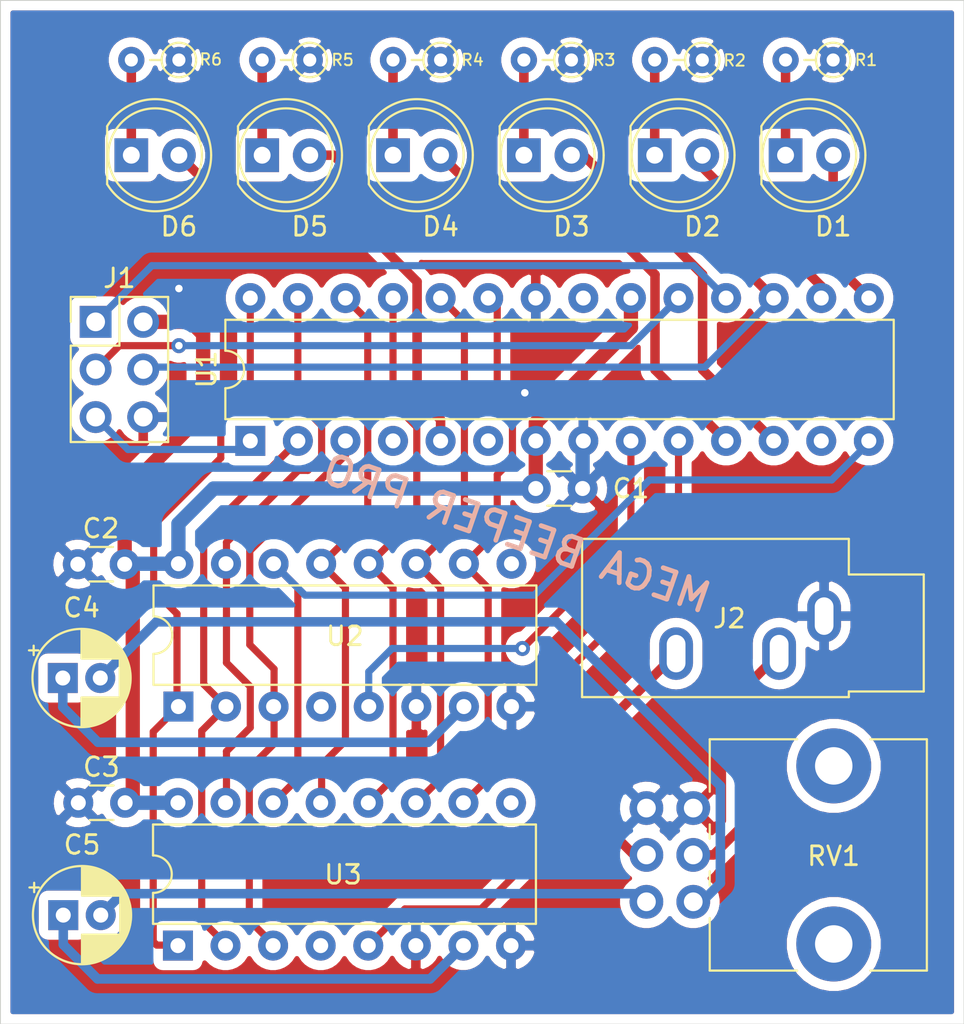
<source format=kicad_pcb>
(kicad_pcb (version 20171130) (host pcbnew "(5.1.9-0-10_14)")

  (general
    (thickness 1.6)
    (drawings 5)
    (tracks 187)
    (zones 0)
    (modules 23)
    (nets 43)
  )

  (page A4)
  (layers
    (0 F.Cu signal)
    (31 B.Cu signal)
    (32 B.Adhes user)
    (33 F.Adhes user)
    (34 B.Paste user)
    (35 F.Paste user)
    (36 B.SilkS user)
    (37 F.SilkS user)
    (38 B.Mask user)
    (39 F.Mask user)
    (40 Dwgs.User user)
    (41 Cmts.User user)
    (42 Eco1.User user)
    (43 Eco2.User user)
    (44 Edge.Cuts user)
    (45 Margin user)
    (46 B.CrtYd user)
    (47 F.CrtYd user)
    (48 B.Fab user)
    (49 F.Fab user)
  )

  (setup
    (last_trace_width 0.25)
    (user_trace_width 0.381)
    (user_trace_width 0.508)
    (user_trace_width 0.762)
    (trace_clearance 0.2)
    (zone_clearance 0.508)
    (zone_45_only no)
    (trace_min 0.2)
    (via_size 0.8)
    (via_drill 0.4)
    (via_min_size 0.4)
    (via_min_drill 0.3)
    (uvia_size 0.3)
    (uvia_drill 0.1)
    (uvias_allowed no)
    (uvia_min_size 0.2)
    (uvia_min_drill 0.1)
    (edge_width 0.05)
    (segment_width 0.2)
    (pcb_text_width 0.3)
    (pcb_text_size 1.5 1.5)
    (mod_edge_width 0.12)
    (mod_text_size 1 1)
    (mod_text_width 0.15)
    (pad_size 1.524 1.524)
    (pad_drill 0.762)
    (pad_to_mask_clearance 0)
    (aux_axis_origin 0 0)
    (visible_elements FFFFFF7F)
    (pcbplotparams
      (layerselection 0x010fc_ffffffff)
      (usegerberextensions false)
      (usegerberattributes true)
      (usegerberadvancedattributes true)
      (creategerberjobfile true)
      (excludeedgelayer true)
      (linewidth 0.100000)
      (plotframeref false)
      (viasonmask false)
      (mode 1)
      (useauxorigin false)
      (hpglpennumber 1)
      (hpglpenspeed 20)
      (hpglpendiameter 15.000000)
      (psnegative false)
      (psa4output false)
      (plotreference true)
      (plotvalue true)
      (plotinvisibletext false)
      (padsonsilk false)
      (subtractmaskfromsilk false)
      (outputformat 1)
      (mirror false)
      (drillshape 0)
      (scaleselection 1)
      (outputdirectory "gerber/"))
  )

  (net 0 "")
  (net 1 GND)
  (net 2 VCC)
  (net 3 "Net-(D1-Pad1)")
  (net 4 "Net-(D2-Pad1)")
  (net 5 "Net-(D3-Pad1)")
  (net 6 "Net-(D4-Pad1)")
  (net 7 "Net-(D5-Pad1)")
  (net 8 "Net-(D6-Pad1)")
  (net 9 "Net-(J1-Pad5)")
  (net 10 "Net-(J1-Pad3)")
  (net 11 "Net-(J1-Pad1)")
  (net 12 "Net-(J2-PadR)")
  (net 13 /d5)
  (net 14 /d4)
  (net 15 "Net-(U1-Pad13)")
  (net 16 /d3)
  (net 17 /d2)
  (net 18 /d1)
  (net 19 /d0)
  (net 20 "Net-(U1-Pad21)")
  (net 21 "Net-(U1-Pad6)")
  (net 22 "Net-(U1-Pad4)")
  (net 23 /d7)
  (net 24 /d6)
  (net 25 "Net-(U2-Pad4)")
  (net 26 "Net-(U2-Pad9)")
  (net 27 "Net-(U3-Pad4)")
  (net 28 "Net-(U3-Pad9)")
  (net 29 /OC1A)
  (net 30 /OC1B)
  (net 31 /OC2A)
  (net 32 /OC0A)
  (net 33 /OC0B)
  (net 34 /OC2B)
  (net 35 /clock)
  (net 36 /we-2)
  (net 37 /we-1)
  (net 38 "Net-(C4-Pad2)")
  (net 39 "Net-(C4-Pad1)")
  (net 40 "Net-(C5-Pad2)")
  (net 41 "Net-(C5-Pad1)")
  (net 42 "Net-(J2-PadT)")

  (net_class Default "This is the default net class."
    (clearance 0.2)
    (trace_width 0.25)
    (via_dia 0.8)
    (via_drill 0.4)
    (uvia_dia 0.3)
    (uvia_drill 0.1)
    (add_net /OC0A)
    (add_net /OC0B)
    (add_net /OC1A)
    (add_net /OC1B)
    (add_net /OC2A)
    (add_net /OC2B)
    (add_net /clock)
    (add_net /d0)
    (add_net /d1)
    (add_net /d2)
    (add_net /d3)
    (add_net /d4)
    (add_net /d5)
    (add_net /d6)
    (add_net /d7)
    (add_net /we-1)
    (add_net /we-2)
    (add_net GND)
    (add_net "Net-(C4-Pad1)")
    (add_net "Net-(C4-Pad2)")
    (add_net "Net-(C5-Pad1)")
    (add_net "Net-(C5-Pad2)")
    (add_net "Net-(D1-Pad1)")
    (add_net "Net-(D2-Pad1)")
    (add_net "Net-(D3-Pad1)")
    (add_net "Net-(D4-Pad1)")
    (add_net "Net-(D5-Pad1)")
    (add_net "Net-(D6-Pad1)")
    (add_net "Net-(J1-Pad1)")
    (add_net "Net-(J1-Pad3)")
    (add_net "Net-(J1-Pad5)")
    (add_net "Net-(J2-PadR)")
    (add_net "Net-(J2-PadT)")
    (add_net "Net-(U1-Pad13)")
    (add_net "Net-(U1-Pad21)")
    (add_net "Net-(U1-Pad4)")
    (add_net "Net-(U1-Pad6)")
    (add_net "Net-(U2-Pad4)")
    (add_net "Net-(U2-Pad9)")
    (add_net "Net-(U3-Pad4)")
    (add_net "Net-(U3-Pad9)")
    (add_net VCC)
  )

  (module Package_DIP:DIP-16_W7.62mm (layer F.Cu) (tedit 5A02E8C5) (tstamp 6031BDF0)
    (at 198.7042 131.064 90)
    (descr "16-lead though-hole mounted DIP package, row spacing 7.62 mm (300 mils)")
    (tags "THT DIP DIL PDIP 2.54mm 7.62mm 300mil")
    (path /602A243B)
    (fp_text reference U3 (at 3.7846 8.8138 180) (layer F.SilkS)
      (effects (font (size 1 1) (thickness 0.15)))
    )
    (fp_text value SN76489 (at 3.81 20.11 90) (layer F.Fab)
      (effects (font (size 1 1) (thickness 0.15)))
    )
    (fp_line (start 1.635 -1.27) (end 6.985 -1.27) (layer F.Fab) (width 0.1))
    (fp_line (start 6.985 -1.27) (end 6.985 19.05) (layer F.Fab) (width 0.1))
    (fp_line (start 6.985 19.05) (end 0.635 19.05) (layer F.Fab) (width 0.1))
    (fp_line (start 0.635 19.05) (end 0.635 -0.27) (layer F.Fab) (width 0.1))
    (fp_line (start 0.635 -0.27) (end 1.635 -1.27) (layer F.Fab) (width 0.1))
    (fp_line (start 2.81 -1.33) (end 1.16 -1.33) (layer F.SilkS) (width 0.12))
    (fp_line (start 1.16 -1.33) (end 1.16 19.11) (layer F.SilkS) (width 0.12))
    (fp_line (start 1.16 19.11) (end 6.46 19.11) (layer F.SilkS) (width 0.12))
    (fp_line (start 6.46 19.11) (end 6.46 -1.33) (layer F.SilkS) (width 0.12))
    (fp_line (start 6.46 -1.33) (end 4.81 -1.33) (layer F.SilkS) (width 0.12))
    (fp_line (start -1.1 -1.55) (end -1.1 19.3) (layer F.CrtYd) (width 0.05))
    (fp_line (start -1.1 19.3) (end 8.7 19.3) (layer F.CrtYd) (width 0.05))
    (fp_line (start 8.7 19.3) (end 8.7 -1.55) (layer F.CrtYd) (width 0.05))
    (fp_line (start 8.7 -1.55) (end -1.1 -1.55) (layer F.CrtYd) (width 0.05))
    (fp_text user %R (at 3.81 8.89 90) (layer F.Fab)
      (effects (font (size 1 1) (thickness 0.15)))
    )
    (fp_arc (start 3.81 -1.33) (end 2.81 -1.33) (angle -180) (layer F.SilkS) (width 0.12))
    (pad 16 thru_hole oval (at 7.62 0 90) (size 1.6 1.6) (drill 0.8) (layers *.Cu *.Mask)
      (net 2 VCC))
    (pad 8 thru_hole oval (at 0 17.78 90) (size 1.6 1.6) (drill 0.8) (layers *.Cu *.Mask)
      (net 1 GND))
    (pad 15 thru_hole oval (at 7.62 2.54 90) (size 1.6 1.6) (drill 0.8) (layers *.Cu *.Mask)
      (net 14 /d4))
    (pad 7 thru_hole oval (at 0 15.24 90) (size 1.6 1.6) (drill 0.8) (layers *.Cu *.Mask)
      (net 41 "Net-(C5-Pad1)"))
    (pad 14 thru_hole oval (at 7.62 5.08 90) (size 1.6 1.6) (drill 0.8) (layers *.Cu *.Mask)
      (net 35 /clock))
    (pad 6 thru_hole oval (at 0 12.7 90) (size 1.6 1.6) (drill 0.8) (layers *.Cu *.Mask)
      (net 1 GND))
    (pad 13 thru_hole oval (at 7.62 7.62 90) (size 1.6 1.6) (drill 0.8) (layers *.Cu *.Mask)
      (net 16 /d3))
    (pad 5 thru_hole oval (at 0 10.16 90) (size 1.6 1.6) (drill 0.8) (layers *.Cu *.Mask)
      (net 36 /we-2))
    (pad 12 thru_hole oval (at 7.62 10.16 90) (size 1.6 1.6) (drill 0.8) (layers *.Cu *.Mask)
      (net 17 /d2))
    (pad 4 thru_hole oval (at 0 7.62 90) (size 1.6 1.6) (drill 0.8) (layers *.Cu *.Mask)
      (net 27 "Net-(U3-Pad4)"))
    (pad 11 thru_hole oval (at 7.62 12.7 90) (size 1.6 1.6) (drill 0.8) (layers *.Cu *.Mask)
      (net 18 /d1))
    (pad 3 thru_hole oval (at 0 5.08 90) (size 1.6 1.6) (drill 0.8) (layers *.Cu *.Mask)
      (net 23 /d7))
    (pad 10 thru_hole oval (at 7.62 15.24 90) (size 1.6 1.6) (drill 0.8) (layers *.Cu *.Mask)
      (net 19 /d0))
    (pad 2 thru_hole oval (at 0 2.54 90) (size 1.6 1.6) (drill 0.8) (layers *.Cu *.Mask)
      (net 24 /d6))
    (pad 9 thru_hole oval (at 7.62 17.78 90) (size 1.6 1.6) (drill 0.8) (layers *.Cu *.Mask)
      (net 28 "Net-(U3-Pad9)"))
    (pad 1 thru_hole rect (at 0 0 90) (size 1.6 1.6) (drill 0.8) (layers *.Cu *.Mask)
      (net 13 /d5))
    (model ${KISYS3DMOD}/Package_DIP.3dshapes/DIP-16_W7.62mm.wrl
      (at (xyz 0 0 0))
      (scale (xyz 1 1 1))
      (rotate (xyz 0 0 0))
    )
  )

  (module Package_DIP:DIP-16_W7.62mm (layer F.Cu) (tedit 5A02E8C5) (tstamp 6031BDCC)
    (at 198.7296 118.3132 90)
    (descr "16-lead though-hole mounted DIP package, row spacing 7.62 mm (300 mils)")
    (tags "THT DIP DIL PDIP 2.54mm 7.62mm 300mil")
    (path /602A1C6F)
    (fp_text reference U2 (at 3.7592 8.89 180) (layer F.SilkS)
      (effects (font (size 1 1) (thickness 0.15)))
    )
    (fp_text value SN76489 (at 3.81 20.11 90) (layer F.Fab)
      (effects (font (size 1 1) (thickness 0.15)))
    )
    (fp_line (start 1.635 -1.27) (end 6.985 -1.27) (layer F.Fab) (width 0.1))
    (fp_line (start 6.985 -1.27) (end 6.985 19.05) (layer F.Fab) (width 0.1))
    (fp_line (start 6.985 19.05) (end 0.635 19.05) (layer F.Fab) (width 0.1))
    (fp_line (start 0.635 19.05) (end 0.635 -0.27) (layer F.Fab) (width 0.1))
    (fp_line (start 0.635 -0.27) (end 1.635 -1.27) (layer F.Fab) (width 0.1))
    (fp_line (start 2.81 -1.33) (end 1.16 -1.33) (layer F.SilkS) (width 0.12))
    (fp_line (start 1.16 -1.33) (end 1.16 19.11) (layer F.SilkS) (width 0.12))
    (fp_line (start 1.16 19.11) (end 6.46 19.11) (layer F.SilkS) (width 0.12))
    (fp_line (start 6.46 19.11) (end 6.46 -1.33) (layer F.SilkS) (width 0.12))
    (fp_line (start 6.46 -1.33) (end 4.81 -1.33) (layer F.SilkS) (width 0.12))
    (fp_line (start -1.1 -1.55) (end -1.1 19.3) (layer F.CrtYd) (width 0.05))
    (fp_line (start -1.1 19.3) (end 8.7 19.3) (layer F.CrtYd) (width 0.05))
    (fp_line (start 8.7 19.3) (end 8.7 -1.55) (layer F.CrtYd) (width 0.05))
    (fp_line (start 8.7 -1.55) (end -1.1 -1.55) (layer F.CrtYd) (width 0.05))
    (fp_text user %R (at 3.81 8.89 90) (layer F.Fab)
      (effects (font (size 1 1) (thickness 0.15)))
    )
    (fp_arc (start 3.81 -1.33) (end 2.81 -1.33) (angle -180) (layer F.SilkS) (width 0.12))
    (pad 16 thru_hole oval (at 7.62 0 90) (size 1.6 1.6) (drill 0.8) (layers *.Cu *.Mask)
      (net 2 VCC))
    (pad 8 thru_hole oval (at 0 17.78 90) (size 1.6 1.6) (drill 0.8) (layers *.Cu *.Mask)
      (net 1 GND))
    (pad 15 thru_hole oval (at 7.62 2.54 90) (size 1.6 1.6) (drill 0.8) (layers *.Cu *.Mask)
      (net 14 /d4))
    (pad 7 thru_hole oval (at 0 15.24 90) (size 1.6 1.6) (drill 0.8) (layers *.Cu *.Mask)
      (net 39 "Net-(C4-Pad1)"))
    (pad 14 thru_hole oval (at 7.62 5.08 90) (size 1.6 1.6) (drill 0.8) (layers *.Cu *.Mask)
      (net 35 /clock))
    (pad 6 thru_hole oval (at 0 12.7 90) (size 1.6 1.6) (drill 0.8) (layers *.Cu *.Mask)
      (net 1 GND))
    (pad 13 thru_hole oval (at 7.62 7.62 90) (size 1.6 1.6) (drill 0.8) (layers *.Cu *.Mask)
      (net 16 /d3))
    (pad 5 thru_hole oval (at 0 10.16 90) (size 1.6 1.6) (drill 0.8) (layers *.Cu *.Mask)
      (net 37 /we-1))
    (pad 12 thru_hole oval (at 7.62 10.16 90) (size 1.6 1.6) (drill 0.8) (layers *.Cu *.Mask)
      (net 17 /d2))
    (pad 4 thru_hole oval (at 0 7.62 90) (size 1.6 1.6) (drill 0.8) (layers *.Cu *.Mask)
      (net 25 "Net-(U2-Pad4)"))
    (pad 11 thru_hole oval (at 7.62 12.7 90) (size 1.6 1.6) (drill 0.8) (layers *.Cu *.Mask)
      (net 18 /d1))
    (pad 3 thru_hole oval (at 0 5.08 90) (size 1.6 1.6) (drill 0.8) (layers *.Cu *.Mask)
      (net 23 /d7))
    (pad 10 thru_hole oval (at 7.62 15.24 90) (size 1.6 1.6) (drill 0.8) (layers *.Cu *.Mask)
      (net 19 /d0))
    (pad 2 thru_hole oval (at 0 2.54 90) (size 1.6 1.6) (drill 0.8) (layers *.Cu *.Mask)
      (net 24 /d6))
    (pad 9 thru_hole oval (at 7.62 17.78 90) (size 1.6 1.6) (drill 0.8) (layers *.Cu *.Mask)
      (net 26 "Net-(U2-Pad9)"))
    (pad 1 thru_hole rect (at 0 0 90) (size 1.6 1.6) (drill 0.8) (layers *.Cu *.Mask)
      (net 13 /d5))
    (model ${KISYS3DMOD}/Package_DIP.3dshapes/DIP-16_W7.62mm.wrl
      (at (xyz 0 0 0))
      (scale (xyz 1 1 1))
      (rotate (xyz 0 0 0))
    )
  )

  (module Package_DIP:DIP-28_W7.62mm (layer F.Cu) (tedit 5A02E8C5) (tstamp 6031BDA8)
    (at 202.565 104.14 90)
    (descr "28-lead though-hole mounted DIP package, row spacing 7.62 mm (300 mils)")
    (tags "THT DIP DIL PDIP 2.54mm 7.62mm 300mil")
    (path /6029FABD)
    (fp_text reference U1 (at 3.81 -2.33 90) (layer F.SilkS)
      (effects (font (size 1 1) (thickness 0.15)))
    )
    (fp_text value ATmega328P-PU (at 3.81 35.35 90) (layer F.Fab)
      (effects (font (size 1 1) (thickness 0.15)))
    )
    (fp_line (start 1.635 -1.27) (end 6.985 -1.27) (layer F.Fab) (width 0.1))
    (fp_line (start 6.985 -1.27) (end 6.985 34.29) (layer F.Fab) (width 0.1))
    (fp_line (start 6.985 34.29) (end 0.635 34.29) (layer F.Fab) (width 0.1))
    (fp_line (start 0.635 34.29) (end 0.635 -0.27) (layer F.Fab) (width 0.1))
    (fp_line (start 0.635 -0.27) (end 1.635 -1.27) (layer F.Fab) (width 0.1))
    (fp_line (start 2.81 -1.33) (end 1.16 -1.33) (layer F.SilkS) (width 0.12))
    (fp_line (start 1.16 -1.33) (end 1.16 34.35) (layer F.SilkS) (width 0.12))
    (fp_line (start 1.16 34.35) (end 6.46 34.35) (layer F.SilkS) (width 0.12))
    (fp_line (start 6.46 34.35) (end 6.46 -1.33) (layer F.SilkS) (width 0.12))
    (fp_line (start 6.46 -1.33) (end 4.81 -1.33) (layer F.SilkS) (width 0.12))
    (fp_line (start -1.1 -1.55) (end -1.1 34.55) (layer F.CrtYd) (width 0.05))
    (fp_line (start -1.1 34.55) (end 8.7 34.55) (layer F.CrtYd) (width 0.05))
    (fp_line (start 8.7 34.55) (end 8.7 -1.55) (layer F.CrtYd) (width 0.05))
    (fp_line (start 8.7 -1.55) (end -1.1 -1.55) (layer F.CrtYd) (width 0.05))
    (fp_text user %R (at 3.81 16.51 90) (layer F.Fab)
      (effects (font (size 1 1) (thickness 0.15)))
    )
    (fp_arc (start 3.81 -1.33) (end 2.81 -1.33) (angle -180) (layer F.SilkS) (width 0.12))
    (pad 28 thru_hole oval (at 7.62 0 90) (size 1.6 1.6) (drill 0.8) (layers *.Cu *.Mask)
      (net 13 /d5))
    (pad 14 thru_hole oval (at 0 33.02 90) (size 1.6 1.6) (drill 0.8) (layers *.Cu *.Mask)
      (net 35 /clock))
    (pad 27 thru_hole oval (at 7.62 2.54 90) (size 1.6 1.6) (drill 0.8) (layers *.Cu *.Mask)
      (net 14 /d4))
    (pad 13 thru_hole oval (at 0 30.48 90) (size 1.6 1.6) (drill 0.8) (layers *.Cu *.Mask)
      (net 15 "Net-(U1-Pad13)"))
    (pad 26 thru_hole oval (at 7.62 5.08 90) (size 1.6 1.6) (drill 0.8) (layers *.Cu *.Mask)
      (net 16 /d3))
    (pad 12 thru_hole oval (at 0 27.94 90) (size 1.6 1.6) (drill 0.8) (layers *.Cu *.Mask)
      (net 32 /OC0A))
    (pad 25 thru_hole oval (at 7.62 7.62 90) (size 1.6 1.6) (drill 0.8) (layers *.Cu *.Mask)
      (net 17 /d2))
    (pad 11 thru_hole oval (at 0 25.4 90) (size 1.6 1.6) (drill 0.8) (layers *.Cu *.Mask)
      (net 33 /OC0B))
    (pad 24 thru_hole oval (at 7.62 10.16 90) (size 1.6 1.6) (drill 0.8) (layers *.Cu *.Mask)
      (net 18 /d1))
    (pad 10 thru_hole oval (at 0 22.86 90) (size 1.6 1.6) (drill 0.8) (layers *.Cu *.Mask)
      (net 36 /we-2))
    (pad 23 thru_hole oval (at 7.62 12.7 90) (size 1.6 1.6) (drill 0.8) (layers *.Cu *.Mask)
      (net 19 /d0))
    (pad 9 thru_hole oval (at 0 20.32 90) (size 1.6 1.6) (drill 0.8) (layers *.Cu *.Mask)
      (net 37 /we-1))
    (pad 22 thru_hole oval (at 7.62 15.24 90) (size 1.6 1.6) (drill 0.8) (layers *.Cu *.Mask)
      (net 1 GND))
    (pad 8 thru_hole oval (at 0 17.78 90) (size 1.6 1.6) (drill 0.8) (layers *.Cu *.Mask)
      (net 1 GND))
    (pad 21 thru_hole oval (at 7.62 17.78 90) (size 1.6 1.6) (drill 0.8) (layers *.Cu *.Mask)
      (net 20 "Net-(U1-Pad21)"))
    (pad 7 thru_hole oval (at 0 15.24 90) (size 1.6 1.6) (drill 0.8) (layers *.Cu *.Mask)
      (net 2 VCC))
    (pad 20 thru_hole oval (at 7.62 20.32 90) (size 1.6 1.6) (drill 0.8) (layers *.Cu *.Mask)
      (net 2 VCC))
    (pad 6 thru_hole oval (at 0 12.7 90) (size 1.6 1.6) (drill 0.8) (layers *.Cu *.Mask)
      (net 21 "Net-(U1-Pad6)"))
    (pad 19 thru_hole oval (at 7.62 22.86 90) (size 1.6 1.6) (drill 0.8) (layers *.Cu *.Mask)
      (net 10 "Net-(J1-Pad3)"))
    (pad 5 thru_hole oval (at 0 10.16 90) (size 1.6 1.6) (drill 0.8) (layers *.Cu *.Mask)
      (net 34 /OC2B))
    (pad 18 thru_hole oval (at 7.62 25.4 90) (size 1.6 1.6) (drill 0.8) (layers *.Cu *.Mask)
      (net 11 "Net-(J1-Pad1)"))
    (pad 4 thru_hole oval (at 0 7.62 90) (size 1.6 1.6) (drill 0.8) (layers *.Cu *.Mask)
      (net 22 "Net-(U1-Pad4)"))
    (pad 17 thru_hole oval (at 7.62 27.94 90) (size 1.6 1.6) (drill 0.8) (layers *.Cu *.Mask)
      (net 31 /OC2A))
    (pad 3 thru_hole oval (at 0 5.08 90) (size 1.6 1.6) (drill 0.8) (layers *.Cu *.Mask)
      (net 23 /d7))
    (pad 16 thru_hole oval (at 7.62 30.48 90) (size 1.6 1.6) (drill 0.8) (layers *.Cu *.Mask)
      (net 30 /OC1B))
    (pad 2 thru_hole oval (at 0 2.54 90) (size 1.6 1.6) (drill 0.8) (layers *.Cu *.Mask)
      (net 24 /d6))
    (pad 15 thru_hole oval (at 7.62 33.02 90) (size 1.6 1.6) (drill 0.8) (layers *.Cu *.Mask)
      (net 29 /OC1A))
    (pad 1 thru_hole rect (at 0 0 90) (size 1.6 1.6) (drill 0.8) (layers *.Cu *.Mask)
      (net 9 "Net-(J1-Pad5)"))
    (model ${KISYS3DMOD}/Package_DIP.3dshapes/DIP-28_W7.62mm.wrl
      (at (xyz 0 0 0))
      (scale (xyz 1 1 1))
      (rotate (xyz 0 0 0))
    )
  )

  (module Capacitor_THT:C_Disc_D3.0mm_W1.6mm_P2.50mm (layer F.Cu) (tedit 5AE50EF0) (tstamp 6031FEE9)
    (at 195.8848 123.444 180)
    (descr "C, Disc series, Radial, pin pitch=2.50mm, , diameter*width=3.0*1.6mm^2, Capacitor, http://www.vishay.com/docs/45233/krseries.pdf")
    (tags "C Disc series Radial pin pitch 2.50mm  diameter 3.0mm width 1.6mm Capacitor")
    (path /60508AD8)
    (fp_text reference C3 (at 1.27 1.905) (layer F.SilkS)
      (effects (font (size 1 1) (thickness 0.15)))
    )
    (fp_text value C (at 1.25 2.05) (layer F.Fab)
      (effects (font (size 1 1) (thickness 0.15)))
    )
    (fp_line (start -0.25 -0.8) (end -0.25 0.8) (layer F.Fab) (width 0.1))
    (fp_line (start -0.25 0.8) (end 2.75 0.8) (layer F.Fab) (width 0.1))
    (fp_line (start 2.75 0.8) (end 2.75 -0.8) (layer F.Fab) (width 0.1))
    (fp_line (start 2.75 -0.8) (end -0.25 -0.8) (layer F.Fab) (width 0.1))
    (fp_line (start 0.621 -0.92) (end 1.879 -0.92) (layer F.SilkS) (width 0.12))
    (fp_line (start 0.621 0.92) (end 1.879 0.92) (layer F.SilkS) (width 0.12))
    (fp_line (start -1.05 -1.05) (end -1.05 1.05) (layer F.CrtYd) (width 0.05))
    (fp_line (start -1.05 1.05) (end 3.55 1.05) (layer F.CrtYd) (width 0.05))
    (fp_line (start 3.55 1.05) (end 3.55 -1.05) (layer F.CrtYd) (width 0.05))
    (fp_line (start 3.55 -1.05) (end -1.05 -1.05) (layer F.CrtYd) (width 0.05))
    (fp_text user %R (at 1.25 0) (layer F.Fab)
      (effects (font (size 0.6 0.6) (thickness 0.09)))
    )
    (pad 2 thru_hole circle (at 2.5 0 180) (size 1.6 1.6) (drill 0.8) (layers *.Cu *.Mask)
      (net 1 GND))
    (pad 1 thru_hole circle (at 0 0 180) (size 1.6 1.6) (drill 0.8) (layers *.Cu *.Mask)
      (net 2 VCC))
    (model ${KISYS3DMOD}/Capacitor_THT.3dshapes/C_Disc_D3.0mm_W1.6mm_P2.50mm.wrl
      (at (xyz 0 0 0))
      (scale (xyz 1 1 1))
      (rotate (xyz 0 0 0))
    )
  )

  (module Capacitor_THT:C_Disc_D3.0mm_W1.6mm_P2.50mm (layer F.Cu) (tedit 5AE50EF0) (tstamp 60322F4F)
    (at 195.8594 110.7186 180)
    (descr "C, Disc series, Radial, pin pitch=2.50mm, , diameter*width=3.0*1.6mm^2, Capacitor, http://www.vishay.com/docs/45233/krseries.pdf")
    (tags "C Disc series Radial pin pitch 2.50mm  diameter 3.0mm width 1.6mm Capacitor")
    (path /60507FE6)
    (fp_text reference C2 (at 1.27 1.905) (layer F.SilkS)
      (effects (font (size 1 1) (thickness 0.15)))
    )
    (fp_text value C (at 1.25 2.05) (layer F.Fab)
      (effects (font (size 1 1) (thickness 0.15)))
    )
    (fp_line (start -0.25 -0.8) (end -0.25 0.8) (layer F.Fab) (width 0.1))
    (fp_line (start -0.25 0.8) (end 2.75 0.8) (layer F.Fab) (width 0.1))
    (fp_line (start 2.75 0.8) (end 2.75 -0.8) (layer F.Fab) (width 0.1))
    (fp_line (start 2.75 -0.8) (end -0.25 -0.8) (layer F.Fab) (width 0.1))
    (fp_line (start 0.621 -0.92) (end 1.879 -0.92) (layer F.SilkS) (width 0.12))
    (fp_line (start 0.621 0.92) (end 1.879 0.92) (layer F.SilkS) (width 0.12))
    (fp_line (start -1.05 -1.05) (end -1.05 1.05) (layer F.CrtYd) (width 0.05))
    (fp_line (start -1.05 1.05) (end 3.55 1.05) (layer F.CrtYd) (width 0.05))
    (fp_line (start 3.55 1.05) (end 3.55 -1.05) (layer F.CrtYd) (width 0.05))
    (fp_line (start 3.55 -1.05) (end -1.05 -1.05) (layer F.CrtYd) (width 0.05))
    (fp_text user %R (at 1.25 0) (layer F.Fab)
      (effects (font (size 0.6 0.6) (thickness 0.09)))
    )
    (pad 2 thru_hole circle (at 2.5 0 180) (size 1.6 1.6) (drill 0.8) (layers *.Cu *.Mask)
      (net 1 GND))
    (pad 1 thru_hole circle (at 0 0 180) (size 1.6 1.6) (drill 0.8) (layers *.Cu *.Mask)
      (net 2 VCC))
    (model ${KISYS3DMOD}/Capacitor_THT.3dshapes/C_Disc_D3.0mm_W1.6mm_P2.50mm.wrl
      (at (xyz 0 0 0))
      (scale (xyz 1 1 1))
      (rotate (xyz 0 0 0))
    )
  )

  (module Potentiometer_THT:Potentiometer_Alps_RK09L_Double_Vertical (layer F.Cu) (tedit 5A3D4993) (tstamp 6031E404)
    (at 226.2124 128.7272)
    (descr "Potentiometer, vertical, Alps RK09L Double, http://www.alps.com/prod/info/E/HTML/Potentiometer/RotaryPotentiometers/RK09L/RK09L_list.html")
    (tags "Potentiometer vertical Alps RK09L Double")
    (path /6036D750)
    (fp_text reference RV1 (at 7.493 -2.4384) (layer F.SilkS)
      (effects (font (size 1 1) (thickness 0.15)))
    )
    (fp_text value R_POT_Dual (at 4.475 5.5) (layer F.Fab)
      (effects (font (size 1 1) (thickness 0.15)))
    )
    (fp_circle (center 7.5 -2.5) (end 10.5 -2.5) (layer F.Fab) (width 0.1))
    (fp_line (start 1 -8.55) (end 1 3.55) (layer F.Fab) (width 0.1))
    (fp_line (start 1 3.55) (end 12.35 3.55) (layer F.Fab) (width 0.1))
    (fp_line (start 12.35 3.55) (end 12.35 -8.55) (layer F.Fab) (width 0.1))
    (fp_line (start 12.35 -8.55) (end 1 -8.55) (layer F.Fab) (width 0.1))
    (fp_line (start 0.88 -8.67) (end 5.546 -8.67) (layer F.SilkS) (width 0.12))
    (fp_line (start 9.455 -8.67) (end 12.47 -8.67) (layer F.SilkS) (width 0.12))
    (fp_line (start 0.88 3.67) (end 5.546 3.67) (layer F.SilkS) (width 0.12))
    (fp_line (start 9.455 3.67) (end 12.47 3.67) (layer F.SilkS) (width 0.12))
    (fp_line (start 0.88 -8.67) (end 0.88 -5.871) (layer F.SilkS) (width 0.12))
    (fp_line (start 0.88 -4.129) (end 0.88 -3.37) (layer F.SilkS) (width 0.12))
    (fp_line (start 0.88 -1.629) (end 0.88 -0.87) (layer F.SilkS) (width 0.12))
    (fp_line (start 0.88 0.87) (end 0.88 3.67) (layer F.SilkS) (width 0.12))
    (fp_line (start 12.47 -8.67) (end 12.47 3.67) (layer F.SilkS) (width 0.12))
    (fp_line (start -3.65 -9.5) (end -3.65 4.5) (layer F.CrtYd) (width 0.05))
    (fp_line (start -3.65 4.5) (end 12.6 4.5) (layer F.CrtYd) (width 0.05))
    (fp_line (start 12.6 4.5) (end 12.6 -9.5) (layer F.CrtYd) (width 0.05))
    (fp_line (start 12.6 -9.5) (end -3.65 -9.5) (layer F.CrtYd) (width 0.05))
    (fp_text user %R (at 2 -2.5 90) (layer F.Fab)
      (effects (font (size 1 1) (thickness 0.15)))
    )
    (pad "" np_thru_hole circle (at 7.5 2.25) (size 4 4) (drill 2) (layers *.Cu *.Mask))
    (pad "" np_thru_hole circle (at 7.5 -7.25) (size 4 4) (drill 2) (layers *.Cu *.Mask))
    (pad 4 thru_hole circle (at -2.5 0) (size 1.8 1.8) (drill 1) (layers *.Cu *.Mask)
      (net 40 "Net-(C5-Pad2)"))
    (pad 5 thru_hole circle (at -2.5 -2.5) (size 1.8 1.8) (drill 1) (layers *.Cu *.Mask)
      (net 12 "Net-(J2-PadR)"))
    (pad 6 thru_hole circle (at -2.5 -5) (size 1.8 1.8) (drill 1) (layers *.Cu *.Mask)
      (net 1 GND))
    (pad 1 thru_hole circle (at 0 0) (size 1.8 1.8) (drill 1) (layers *.Cu *.Mask)
      (net 38 "Net-(C4-Pad2)"))
    (pad 2 thru_hole circle (at 0 -2.5) (size 1.8 1.8) (drill 1) (layers *.Cu *.Mask)
      (net 42 "Net-(J2-PadT)"))
    (pad 3 thru_hole circle (at 0 -5) (size 1.8 1.8) (drill 1) (layers *.Cu *.Mask)
      (net 1 GND))
    (model ${KISYS3DMOD}/Potentiometer_THT.3dshapes/Potentiometer_Alps_RK09L_Double_Vertical.wrl
      (at (xyz 0 0 0))
      (scale (xyz 1 1 1))
      (rotate (xyz 0 0 0))
    )
  )

  (module Resistor_THT:R_Axial_DIN0204_L3.6mm_D1.6mm_P2.54mm_Vertical (layer F.Cu) (tedit 5AE5139B) (tstamp 60321315)
    (at 198.755 83.82 180)
    (descr "Resistor, Axial_DIN0204 series, Axial, Vertical, pin pitch=2.54mm, 0.167W, length*diameter=3.6*1.6mm^2, http://cdn-reichelt.de/documents/datenblatt/B400/1_4W%23YAG.pdf")
    (tags "Resistor Axial_DIN0204 series Axial Vertical pin pitch 2.54mm 0.167W length 3.6mm diameter 1.6mm")
    (path /603207B7)
    (fp_text reference R6 (at -1.7018 0.0254) (layer F.SilkS)
      (effects (font (size 0.6096 0.6096) (thickness 0.1016)))
    )
    (fp_text value R (at 1.27 1.92) (layer F.Fab)
      (effects (font (size 1 1) (thickness 0.15)))
    )
    (fp_circle (center 0 0) (end 0.8 0) (layer F.Fab) (width 0.1))
    (fp_circle (center 0 0) (end 0.92 0) (layer F.SilkS) (width 0.12))
    (fp_line (start 0 0) (end 2.54 0) (layer F.Fab) (width 0.1))
    (fp_line (start 0.92 0) (end 1.54 0) (layer F.SilkS) (width 0.12))
    (fp_line (start -1.05 -1.05) (end -1.05 1.05) (layer F.CrtYd) (width 0.05))
    (fp_line (start -1.05 1.05) (end 3.49 1.05) (layer F.CrtYd) (width 0.05))
    (fp_line (start 3.49 1.05) (end 3.49 -1.05) (layer F.CrtYd) (width 0.05))
    (fp_line (start 3.49 -1.05) (end -1.05 -1.05) (layer F.CrtYd) (width 0.05))
    (fp_text user %R (at 1.27 -1.92) (layer F.Fab)
      (effects (font (size 1 1) (thickness 0.15)))
    )
    (pad 2 thru_hole oval (at 2.54 0 180) (size 1.4 1.4) (drill 0.7) (layers *.Cu *.Mask)
      (net 8 "Net-(D6-Pad1)"))
    (pad 1 thru_hole circle (at 0 0 180) (size 1.4 1.4) (drill 0.7) (layers *.Cu *.Mask)
      (net 1 GND))
    (model ${KISYS3DMOD}/Resistor_THT.3dshapes/R_Axial_DIN0204_L3.6mm_D1.6mm_P2.54mm_Vertical.wrl
      (at (xyz 0 0 0))
      (scale (xyz 1 1 1))
      (rotate (xyz 0 0 0))
    )
  )

  (module Resistor_THT:R_Axial_DIN0204_L3.6mm_D1.6mm_P2.54mm_Vertical (layer F.Cu) (tedit 5AE5139B) (tstamp 6032136C)
    (at 205.74 83.82 180)
    (descr "Resistor, Axial_DIN0204 series, Axial, Vertical, pin pitch=2.54mm, 0.167W, length*diameter=3.6*1.6mm^2, http://cdn-reichelt.de/documents/datenblatt/B400/1_4W%23YAG.pdf")
    (tags "Resistor Axial_DIN0204 series Axial Vertical pin pitch 2.54mm 0.167W length 3.6mm diameter 1.6mm")
    (path /603202E5)
    (fp_text reference R5 (at -1.7526 0) (layer F.SilkS)
      (effects (font (size 0.6096 0.6096) (thickness 0.1016)))
    )
    (fp_text value R (at 1.27 1.92) (layer F.Fab)
      (effects (font (size 1 1) (thickness 0.15)))
    )
    (fp_circle (center 0 0) (end 0.8 0) (layer F.Fab) (width 0.1))
    (fp_circle (center 0 0) (end 0.92 0) (layer F.SilkS) (width 0.12))
    (fp_line (start 0 0) (end 2.54 0) (layer F.Fab) (width 0.1))
    (fp_line (start 0.92 0) (end 1.54 0) (layer F.SilkS) (width 0.12))
    (fp_line (start -1.05 -1.05) (end -1.05 1.05) (layer F.CrtYd) (width 0.05))
    (fp_line (start -1.05 1.05) (end 3.49 1.05) (layer F.CrtYd) (width 0.05))
    (fp_line (start 3.49 1.05) (end 3.49 -1.05) (layer F.CrtYd) (width 0.05))
    (fp_line (start 3.49 -1.05) (end -1.05 -1.05) (layer F.CrtYd) (width 0.05))
    (fp_text user %R (at 1.27 -1.92) (layer F.Fab)
      (effects (font (size 1 1) (thickness 0.15)))
    )
    (pad 2 thru_hole oval (at 2.54 0 180) (size 1.4 1.4) (drill 0.7) (layers *.Cu *.Mask)
      (net 7 "Net-(D5-Pad1)"))
    (pad 1 thru_hole circle (at 0 0 180) (size 1.4 1.4) (drill 0.7) (layers *.Cu *.Mask)
      (net 1 GND))
    (model ${KISYS3DMOD}/Resistor_THT.3dshapes/R_Axial_DIN0204_L3.6mm_D1.6mm_P2.54mm_Vertical.wrl
      (at (xyz 0 0 0))
      (scale (xyz 1 1 1))
      (rotate (xyz 0 0 0))
    )
  )

  (module Resistor_THT:R_Axial_DIN0204_L3.6mm_D1.6mm_P2.54mm_Vertical (layer F.Cu) (tedit 5AE5139B) (tstamp 6031BD3B)
    (at 212.725 83.82 180)
    (descr "Resistor, Axial_DIN0204 series, Axial, Vertical, pin pitch=2.54mm, 0.167W, length*diameter=3.6*1.6mm^2, http://cdn-reichelt.de/documents/datenblatt/B400/1_4W%23YAG.pdf")
    (tags "Resistor Axial_DIN0204 series Axial Vertical pin pitch 2.54mm 0.167W length 3.6mm diameter 1.6mm")
    (path /6031FDD8)
    (fp_text reference R4 (at -1.7018 0) (layer F.SilkS)
      (effects (font (size 0.6096 0.6096) (thickness 0.1016)))
    )
    (fp_text value R (at 1.27 1.92) (layer F.Fab)
      (effects (font (size 1 1) (thickness 0.15)))
    )
    (fp_circle (center 0 0) (end 0.8 0) (layer F.Fab) (width 0.1))
    (fp_circle (center 0 0) (end 0.92 0) (layer F.SilkS) (width 0.12))
    (fp_line (start 0 0) (end 2.54 0) (layer F.Fab) (width 0.1))
    (fp_line (start 0.92 0) (end 1.54 0) (layer F.SilkS) (width 0.12))
    (fp_line (start -1.05 -1.05) (end -1.05 1.05) (layer F.CrtYd) (width 0.05))
    (fp_line (start -1.05 1.05) (end 3.49 1.05) (layer F.CrtYd) (width 0.05))
    (fp_line (start 3.49 1.05) (end 3.49 -1.05) (layer F.CrtYd) (width 0.05))
    (fp_line (start 3.49 -1.05) (end -1.05 -1.05) (layer F.CrtYd) (width 0.05))
    (fp_text user %R (at 1.27 -1.92) (layer F.Fab)
      (effects (font (size 1 1) (thickness 0.15)))
    )
    (pad 2 thru_hole oval (at 2.54 0 180) (size 1.4 1.4) (drill 0.7) (layers *.Cu *.Mask)
      (net 6 "Net-(D4-Pad1)"))
    (pad 1 thru_hole circle (at 0 0 180) (size 1.4 1.4) (drill 0.7) (layers *.Cu *.Mask)
      (net 1 GND))
    (model ${KISYS3DMOD}/Resistor_THT.3dshapes/R_Axial_DIN0204_L3.6mm_D1.6mm_P2.54mm_Vertical.wrl
      (at (xyz 0 0 0))
      (scale (xyz 1 1 1))
      (rotate (xyz 0 0 0))
    )
  )

  (module Resistor_THT:R_Axial_DIN0204_L3.6mm_D1.6mm_P2.54mm_Vertical (layer F.Cu) (tedit 5AE5139B) (tstamp 6031BD2C)
    (at 219.71 83.82 180)
    (descr "Resistor, Axial_DIN0204 series, Axial, Vertical, pin pitch=2.54mm, 0.167W, length*diameter=3.6*1.6mm^2, http://cdn-reichelt.de/documents/datenblatt/B400/1_4W%23YAG.pdf")
    (tags "Resistor Axial_DIN0204 series Axial Vertical pin pitch 2.54mm 0.167W length 3.6mm diameter 1.6mm")
    (path /6031E56B)
    (fp_text reference R3 (at -1.7526 0) (layer F.SilkS)
      (effects (font (size 0.6096 0.6096) (thickness 0.1016)))
    )
    (fp_text value R (at 1.27 1.92) (layer F.Fab)
      (effects (font (size 1 1) (thickness 0.15)))
    )
    (fp_circle (center 0 0) (end 0.8 0) (layer F.Fab) (width 0.1))
    (fp_circle (center 0 0) (end 0.92 0) (layer F.SilkS) (width 0.12))
    (fp_line (start 0 0) (end 2.54 0) (layer F.Fab) (width 0.1))
    (fp_line (start 0.92 0) (end 1.54 0) (layer F.SilkS) (width 0.12))
    (fp_line (start -1.05 -1.05) (end -1.05 1.05) (layer F.CrtYd) (width 0.05))
    (fp_line (start -1.05 1.05) (end 3.49 1.05) (layer F.CrtYd) (width 0.05))
    (fp_line (start 3.49 1.05) (end 3.49 -1.05) (layer F.CrtYd) (width 0.05))
    (fp_line (start 3.49 -1.05) (end -1.05 -1.05) (layer F.CrtYd) (width 0.05))
    (fp_text user %R (at 1.27 -1.92) (layer F.Fab)
      (effects (font (size 1 1) (thickness 0.15)))
    )
    (pad 2 thru_hole oval (at 2.54 0 180) (size 1.4 1.4) (drill 0.7) (layers *.Cu *.Mask)
      (net 5 "Net-(D3-Pad1)"))
    (pad 1 thru_hole circle (at 0 0 180) (size 1.4 1.4) (drill 0.7) (layers *.Cu *.Mask)
      (net 1 GND))
    (model ${KISYS3DMOD}/Resistor_THT.3dshapes/R_Axial_DIN0204_L3.6mm_D1.6mm_P2.54mm_Vertical.wrl
      (at (xyz 0 0 0))
      (scale (xyz 1 1 1))
      (rotate (xyz 0 0 0))
    )
  )

  (module Resistor_THT:R_Axial_DIN0204_L3.6mm_D1.6mm_P2.54mm_Vertical (layer F.Cu) (tedit 5AE5139B) (tstamp 6031CB47)
    (at 226.695 83.82 180)
    (descr "Resistor, Axial_DIN0204 series, Axial, Vertical, pin pitch=2.54mm, 0.167W, length*diameter=3.6*1.6mm^2, http://cdn-reichelt.de/documents/datenblatt/B400/1_4W%23YAG.pdf")
    (tags "Resistor Axial_DIN0204 series Axial Vertical pin pitch 2.54mm 0.167W length 3.6mm diameter 1.6mm")
    (path /6031F234)
    (fp_text reference R2 (at -1.7272 -0.0254) (layer F.SilkS)
      (effects (font (size 0.6096 0.6096) (thickness 0.1016)))
    )
    (fp_text value R (at 1.27 1.92) (layer F.Fab)
      (effects (font (size 1 1) (thickness 0.15)))
    )
    (fp_circle (center 0 0) (end 0.8 0) (layer F.Fab) (width 0.1))
    (fp_circle (center 0 0) (end 0.92 0) (layer F.SilkS) (width 0.12))
    (fp_line (start 0 0) (end 2.54 0) (layer F.Fab) (width 0.1))
    (fp_line (start 0.92 0) (end 1.54 0) (layer F.SilkS) (width 0.12))
    (fp_line (start -1.05 -1.05) (end -1.05 1.05) (layer F.CrtYd) (width 0.05))
    (fp_line (start -1.05 1.05) (end 3.49 1.05) (layer F.CrtYd) (width 0.05))
    (fp_line (start 3.49 1.05) (end 3.49 -1.05) (layer F.CrtYd) (width 0.05))
    (fp_line (start 3.49 -1.05) (end -1.05 -1.05) (layer F.CrtYd) (width 0.05))
    (fp_text user %R (at 1.27 -1.92) (layer F.Fab)
      (effects (font (size 1 1) (thickness 0.15)))
    )
    (pad 2 thru_hole oval (at 2.54 0 180) (size 1.4 1.4) (drill 0.7) (layers *.Cu *.Mask)
      (net 4 "Net-(D2-Pad1)"))
    (pad 1 thru_hole circle (at 0 0 180) (size 1.4 1.4) (drill 0.7) (layers *.Cu *.Mask)
      (net 1 GND))
    (model ${KISYS3DMOD}/Resistor_THT.3dshapes/R_Axial_DIN0204_L3.6mm_D1.6mm_P2.54mm_Vertical.wrl
      (at (xyz 0 0 0))
      (scale (xyz 1 1 1))
      (rotate (xyz 0 0 0))
    )
  )

  (module Resistor_THT:R_Axial_DIN0204_L3.6mm_D1.6mm_P2.54mm_Vertical (layer F.Cu) (tedit 5AE5139B) (tstamp 6031BD0E)
    (at 233.68 83.82 180)
    (descr "Resistor, Axial_DIN0204 series, Axial, Vertical, pin pitch=2.54mm, 0.167W, length*diameter=3.6*1.6mm^2, http://cdn-reichelt.de/documents/datenblatt/B400/1_4W%23YAG.pdf")
    (tags "Resistor Axial_DIN0204 series Axial Vertical pin pitch 2.54mm 0.167W length 3.6mm diameter 1.6mm")
    (path /6031EE63)
    (fp_text reference R1 (at -1.7526 0) (layer F.SilkS)
      (effects (font (size 0.6096 0.6096) (thickness 0.1016)))
    )
    (fp_text value R (at 1.27 1.92) (layer F.Fab)
      (effects (font (size 1 1) (thickness 0.15)))
    )
    (fp_circle (center 0 0) (end 0.8 0) (layer F.Fab) (width 0.1))
    (fp_circle (center 0 0) (end 0.92 0) (layer F.SilkS) (width 0.12))
    (fp_line (start 0 0) (end 2.54 0) (layer F.Fab) (width 0.1))
    (fp_line (start 0.92 0) (end 1.54 0) (layer F.SilkS) (width 0.12))
    (fp_line (start -1.05 -1.05) (end -1.05 1.05) (layer F.CrtYd) (width 0.05))
    (fp_line (start -1.05 1.05) (end 3.49 1.05) (layer F.CrtYd) (width 0.05))
    (fp_line (start 3.49 1.05) (end 3.49 -1.05) (layer F.CrtYd) (width 0.05))
    (fp_line (start 3.49 -1.05) (end -1.05 -1.05) (layer F.CrtYd) (width 0.05))
    (fp_text user %R (at 1.27 -1.92) (layer F.Fab)
      (effects (font (size 1 1) (thickness 0.15)))
    )
    (pad 2 thru_hole oval (at 2.54 0 180) (size 1.4 1.4) (drill 0.7) (layers *.Cu *.Mask)
      (net 3 "Net-(D1-Pad1)"))
    (pad 1 thru_hole circle (at 0 0 180) (size 1.4 1.4) (drill 0.7) (layers *.Cu *.Mask)
      (net 1 GND))
    (model ${KISYS3DMOD}/Resistor_THT.3dshapes/R_Axial_DIN0204_L3.6mm_D1.6mm_P2.54mm_Vertical.wrl
      (at (xyz 0 0 0))
      (scale (xyz 1 1 1))
      (rotate (xyz 0 0 0))
    )
  )

  (module Connector_Audio:Jack_3.5mm_CUI_SJ1-3533NG_Horizontal (layer F.Cu) (tedit 5BAD3514) (tstamp 6031C439)
    (at 233.1974 113.4872 270)
    (descr "TRS 3.5mm, horizontal, through-hole, https://www.cui.com/product/resource/sj1-353xng.pdf")
    (tags "TRS audio jack stereo horizontal")
    (path /60390AE4)
    (fp_text reference J2 (at 0.127 5.0546 180) (layer F.SilkS)
      (effects (font (size 1 1) (thickness 0.15)))
    )
    (fp_text value AudioJack3 (at 0.1 14.05 90) (layer F.Fab)
      (effects (font (size 1 1) (thickness 0.15)))
    )
    (fp_line (start -2.1 -5.2) (end 3.9 -5.2) (layer F.Fab) (width 0.1))
    (fp_line (start 3.9 -5.2) (end 3.9 -1.2) (layer F.Fab) (width 0.1))
    (fp_line (start 3.9 -1.2) (end 4.2 -1.2) (layer F.Fab) (width 0.1))
    (fp_line (start 4.2 -1.2) (end 4.2 12.8) (layer F.Fab) (width 0.1))
    (fp_line (start 4.2 12.8) (end -4 12.8) (layer F.Fab) (width 0.1))
    (fp_line (start -4 12.8) (end -4 -1.2) (layer F.Fab) (width 0.1))
    (fp_line (start -4 -1.2) (end -2.1 -1.2) (layer F.Fab) (width 0.1))
    (fp_line (start -2.1 -1.2) (end -2.1 -5.2) (layer F.Fab) (width 0.1))
    (fp_line (start -2.22 -5.32) (end 4.02 -5.32) (layer F.SilkS) (width 0.12))
    (fp_line (start 4.02 -5.32) (end 4.02 -1.32) (layer F.SilkS) (width 0.12))
    (fp_line (start 4.02 -1.32) (end 4.32 -1.32) (layer F.SilkS) (width 0.12))
    (fp_line (start 4.32 -1.32) (end 4.32 12.92) (layer F.SilkS) (width 0.12))
    (fp_line (start 4.32 12.92) (end -4.12 12.92) (layer F.SilkS) (width 0.12))
    (fp_line (start -4.12 12.92) (end -4.12 -1.32) (layer F.SilkS) (width 0.12))
    (fp_line (start -4.12 -1.32) (end -2.22 -1.32) (layer F.SilkS) (width 0.12))
    (fp_line (start -2.22 -1.32) (end -2.22 -5.32) (layer F.SilkS) (width 0.12))
    (fp_line (start -4.5 -5.7) (end -4.5 13.3) (layer F.CrtYd) (width 0.05))
    (fp_line (start -4.5 13.3) (end 4.7 13.3) (layer F.CrtYd) (width 0.05))
    (fp_line (start 4.7 13.3) (end 4.7 -5.7) (layer F.CrtYd) (width 0.05))
    (fp_line (start 4.7 -5.7) (end -4.5 -5.7) (layer F.CrtYd) (width 0.05))
    (fp_text user %R (at 0.1 3.8 90) (layer F.Fab)
      (effects (font (size 1 1) (thickness 0.15)))
    )
    (pad R thru_hole oval (at 2 7.9 270) (size 2.8 1.8) (drill oval 2 1) (layers *.Cu *.Mask)
      (net 12 "Net-(J2-PadR)"))
    (pad T thru_hole oval (at 2 2.4 270) (size 2.8 1.8) (drill oval 2 1) (layers *.Cu *.Mask)
      (net 42 "Net-(J2-PadT)"))
    (pad S thru_hole oval (at 0 0 270) (size 2.8 1.8) (drill oval 2 1) (layers *.Cu *.Mask)
      (net 1 GND))
    (model ${KISYS3DMOD}/Connector_Audio.3dshapes/Jack_3.5mm_CUI_SJ1-3533NG_Horizontal.wrl
      (at (xyz 0 0 0))
      (scale (xyz 1 1 1))
      (rotate (xyz 0 0 0))
    )
  )

  (module Connector_PinHeader_2.54mm:PinHeader_2x03_P2.54mm_Vertical (layer F.Cu) (tedit 59FED5CC) (tstamp 6031BCE3)
    (at 194.31 97.79)
    (descr "Through hole straight pin header, 2x03, 2.54mm pitch, double rows")
    (tags "Through hole pin header THT 2x03 2.54mm double row")
    (path /60314F11)
    (fp_text reference J1 (at 1.27 -2.33) (layer F.SilkS)
      (effects (font (size 1 1) (thickness 0.15)))
    )
    (fp_text value AVR-ISP-6 (at 1.27 7.41) (layer F.Fab)
      (effects (font (size 1 1) (thickness 0.15)))
    )
    (fp_line (start 0 -1.27) (end 3.81 -1.27) (layer F.Fab) (width 0.1))
    (fp_line (start 3.81 -1.27) (end 3.81 6.35) (layer F.Fab) (width 0.1))
    (fp_line (start 3.81 6.35) (end -1.27 6.35) (layer F.Fab) (width 0.1))
    (fp_line (start -1.27 6.35) (end -1.27 0) (layer F.Fab) (width 0.1))
    (fp_line (start -1.27 0) (end 0 -1.27) (layer F.Fab) (width 0.1))
    (fp_line (start -1.33 6.41) (end 3.87 6.41) (layer F.SilkS) (width 0.12))
    (fp_line (start -1.33 1.27) (end -1.33 6.41) (layer F.SilkS) (width 0.12))
    (fp_line (start 3.87 -1.33) (end 3.87 6.41) (layer F.SilkS) (width 0.12))
    (fp_line (start -1.33 1.27) (end 1.27 1.27) (layer F.SilkS) (width 0.12))
    (fp_line (start 1.27 1.27) (end 1.27 -1.33) (layer F.SilkS) (width 0.12))
    (fp_line (start 1.27 -1.33) (end 3.87 -1.33) (layer F.SilkS) (width 0.12))
    (fp_line (start -1.33 0) (end -1.33 -1.33) (layer F.SilkS) (width 0.12))
    (fp_line (start -1.33 -1.33) (end 0 -1.33) (layer F.SilkS) (width 0.12))
    (fp_line (start -1.8 -1.8) (end -1.8 6.85) (layer F.CrtYd) (width 0.05))
    (fp_line (start -1.8 6.85) (end 4.35 6.85) (layer F.CrtYd) (width 0.05))
    (fp_line (start 4.35 6.85) (end 4.35 -1.8) (layer F.CrtYd) (width 0.05))
    (fp_line (start 4.35 -1.8) (end -1.8 -1.8) (layer F.CrtYd) (width 0.05))
    (fp_text user %R (at 1.27 2.54 90) (layer F.Fab)
      (effects (font (size 1 1) (thickness 0.15)))
    )
    (pad 6 thru_hole oval (at 2.54 5.08) (size 1.7 1.7) (drill 1) (layers *.Cu *.Mask)
      (net 1 GND))
    (pad 5 thru_hole oval (at 0 5.08) (size 1.7 1.7) (drill 1) (layers *.Cu *.Mask)
      (net 9 "Net-(J1-Pad5)"))
    (pad 4 thru_hole oval (at 2.54 2.54) (size 1.7 1.7) (drill 1) (layers *.Cu *.Mask)
      (net 31 /OC2A))
    (pad 3 thru_hole oval (at 0 2.54) (size 1.7 1.7) (drill 1) (layers *.Cu *.Mask)
      (net 10 "Net-(J1-Pad3)"))
    (pad 2 thru_hole oval (at 2.54 0) (size 1.7 1.7) (drill 1) (layers *.Cu *.Mask)
      (net 2 VCC))
    (pad 1 thru_hole rect (at 0 0) (size 1.7 1.7) (drill 1) (layers *.Cu *.Mask)
      (net 11 "Net-(J1-Pad1)"))
    (model ${KISYS3DMOD}/Connector_PinHeader_2.54mm.3dshapes/PinHeader_2x03_P2.54mm_Vertical.wrl
      (at (xyz 0 0 0))
      (scale (xyz 1 1 1))
      (rotate (xyz 0 0 0))
    )
  )

  (module LED_THT:LED_D5.0mm_Clear (layer F.Cu) (tedit 5A6C9BC0) (tstamp 6031BCC7)
    (at 196.215 88.9)
    (descr "LED, diameter 5.0mm, 2 pins, http://cdn-reichelt.de/documents/datenblatt/A500/LL-504BC2E-009.pdf")
    (tags "LED diameter 5.0mm 2 pins")
    (path /602B271D)
    (fp_text reference D6 (at 2.54 3.81) (layer F.SilkS)
      (effects (font (size 1 1) (thickness 0.15)))
    )
    (fp_text value LED (at 1.27 3.96) (layer F.Fab)
      (effects (font (size 1 1) (thickness 0.15)))
    )
    (fp_line (start -1.23 -1.469694) (end -1.23 1.469694) (layer F.Fab) (width 0.1))
    (fp_line (start -1.29 -1.545) (end -1.29 1.545) (layer F.SilkS) (width 0.12))
    (fp_line (start -1.95 -3.25) (end -1.95 3.25) (layer F.CrtYd) (width 0.05))
    (fp_line (start -1.95 3.25) (end 4.5 3.25) (layer F.CrtYd) (width 0.05))
    (fp_line (start 4.5 3.25) (end 4.5 -3.25) (layer F.CrtYd) (width 0.05))
    (fp_line (start 4.5 -3.25) (end -1.95 -3.25) (layer F.CrtYd) (width 0.05))
    (fp_circle (center 1.27 0) (end 3.77 0) (layer F.Fab) (width 0.1))
    (fp_circle (center 1.27 0) (end 3.77 0) (layer F.SilkS) (width 0.12))
    (fp_arc (start 1.27 0) (end -1.29 1.54483) (angle -148.9) (layer F.SilkS) (width 0.12))
    (fp_arc (start 1.27 0) (end -1.29 -1.54483) (angle 148.9) (layer F.SilkS) (width 0.12))
    (fp_arc (start 1.27 0) (end -1.23 -1.469694) (angle 299.1) (layer F.Fab) (width 0.1))
    (fp_text user %R (at 1.25 0) (layer F.Fab)
      (effects (font (size 0.8 0.8) (thickness 0.2)))
    )
    (pad 2 thru_hole circle (at 2.54 0) (size 1.8 1.8) (drill 0.9) (layers *.Cu *.Mask)
      (net 34 /OC2B))
    (pad 1 thru_hole rect (at 0 0) (size 1.8 1.8) (drill 0.9) (layers *.Cu *.Mask)
      (net 8 "Net-(D6-Pad1)"))
    (model ${KISYS3DMOD}/LED_THT.3dshapes/LED_D5.0mm_Clear.wrl
      (at (xyz 0 0 0))
      (scale (xyz 1 1 1))
      (rotate (xyz 0 0 0))
    )
  )

  (module LED_THT:LED_D5.0mm_Clear (layer F.Cu) (tedit 5A6C9BC0) (tstamp 6031BCB5)
    (at 203.2 88.9)
    (descr "LED, diameter 5.0mm, 2 pins, http://cdn-reichelt.de/documents/datenblatt/A500/LL-504BC2E-009.pdf")
    (tags "LED diameter 5.0mm 2 pins")
    (path /602B2164)
    (fp_text reference D5 (at 2.54 3.81) (layer F.SilkS)
      (effects (font (size 1 1) (thickness 0.15)))
    )
    (fp_text value LED (at 1.27 3.96) (layer F.Fab)
      (effects (font (size 1 1) (thickness 0.15)))
    )
    (fp_line (start -1.23 -1.469694) (end -1.23 1.469694) (layer F.Fab) (width 0.1))
    (fp_line (start -1.29 -1.545) (end -1.29 1.545) (layer F.SilkS) (width 0.12))
    (fp_line (start -1.95 -3.25) (end -1.95 3.25) (layer F.CrtYd) (width 0.05))
    (fp_line (start -1.95 3.25) (end 4.5 3.25) (layer F.CrtYd) (width 0.05))
    (fp_line (start 4.5 3.25) (end 4.5 -3.25) (layer F.CrtYd) (width 0.05))
    (fp_line (start 4.5 -3.25) (end -1.95 -3.25) (layer F.CrtYd) (width 0.05))
    (fp_circle (center 1.27 0) (end 3.77 0) (layer F.Fab) (width 0.1))
    (fp_circle (center 1.27 0) (end 3.77 0) (layer F.SilkS) (width 0.12))
    (fp_arc (start 1.27 0) (end -1.29 1.54483) (angle -148.9) (layer F.SilkS) (width 0.12))
    (fp_arc (start 1.27 0) (end -1.29 -1.54483) (angle 148.9) (layer F.SilkS) (width 0.12))
    (fp_arc (start 1.27 0) (end -1.23 -1.469694) (angle 299.1) (layer F.Fab) (width 0.1))
    (fp_text user %R (at 1.25 0) (layer F.Fab)
      (effects (font (size 0.8 0.8) (thickness 0.2)))
    )
    (pad 2 thru_hole circle (at 2.54 0) (size 1.8 1.8) (drill 0.9) (layers *.Cu *.Mask)
      (net 33 /OC0B))
    (pad 1 thru_hole rect (at 0 0) (size 1.8 1.8) (drill 0.9) (layers *.Cu *.Mask)
      (net 7 "Net-(D5-Pad1)"))
    (model ${KISYS3DMOD}/LED_THT.3dshapes/LED_D5.0mm_Clear.wrl
      (at (xyz 0 0 0))
      (scale (xyz 1 1 1))
      (rotate (xyz 0 0 0))
    )
  )

  (module LED_THT:LED_D5.0mm_Clear (layer F.Cu) (tedit 5A6C9BC0) (tstamp 6031BCA3)
    (at 210.185 88.9)
    (descr "LED, diameter 5.0mm, 2 pins, http://cdn-reichelt.de/documents/datenblatt/A500/LL-504BC2E-009.pdf")
    (tags "LED diameter 5.0mm 2 pins")
    (path /602B1CD2)
    (fp_text reference D4 (at 2.54 3.81) (layer F.SilkS)
      (effects (font (size 1 1) (thickness 0.15)))
    )
    (fp_text value LED (at 1.27 3.96) (layer F.Fab)
      (effects (font (size 1 1) (thickness 0.15)))
    )
    (fp_line (start -1.23 -1.469694) (end -1.23 1.469694) (layer F.Fab) (width 0.1))
    (fp_line (start -1.29 -1.545) (end -1.29 1.545) (layer F.SilkS) (width 0.12))
    (fp_line (start -1.95 -3.25) (end -1.95 3.25) (layer F.CrtYd) (width 0.05))
    (fp_line (start -1.95 3.25) (end 4.5 3.25) (layer F.CrtYd) (width 0.05))
    (fp_line (start 4.5 3.25) (end 4.5 -3.25) (layer F.CrtYd) (width 0.05))
    (fp_line (start 4.5 -3.25) (end -1.95 -3.25) (layer F.CrtYd) (width 0.05))
    (fp_circle (center 1.27 0) (end 3.77 0) (layer F.Fab) (width 0.1))
    (fp_circle (center 1.27 0) (end 3.77 0) (layer F.SilkS) (width 0.12))
    (fp_arc (start 1.27 0) (end -1.29 1.54483) (angle -148.9) (layer F.SilkS) (width 0.12))
    (fp_arc (start 1.27 0) (end -1.29 -1.54483) (angle 148.9) (layer F.SilkS) (width 0.12))
    (fp_arc (start 1.27 0) (end -1.23 -1.469694) (angle 299.1) (layer F.Fab) (width 0.1))
    (fp_text user %R (at 1.25 0) (layer F.Fab)
      (effects (font (size 0.8 0.8) (thickness 0.2)))
    )
    (pad 2 thru_hole circle (at 2.54 0) (size 1.8 1.8) (drill 0.9) (layers *.Cu *.Mask)
      (net 32 /OC0A))
    (pad 1 thru_hole rect (at 0 0) (size 1.8 1.8) (drill 0.9) (layers *.Cu *.Mask)
      (net 6 "Net-(D4-Pad1)"))
    (model ${KISYS3DMOD}/LED_THT.3dshapes/LED_D5.0mm_Clear.wrl
      (at (xyz 0 0 0))
      (scale (xyz 1 1 1))
      (rotate (xyz 0 0 0))
    )
  )

  (module LED_THT:LED_D5.0mm_Clear (layer F.Cu) (tedit 5A6C9BC0) (tstamp 6031BC91)
    (at 217.17 88.9)
    (descr "LED, diameter 5.0mm, 2 pins, http://cdn-reichelt.de/documents/datenblatt/A500/LL-504BC2E-009.pdf")
    (tags "LED diameter 5.0mm 2 pins")
    (path /602B1770)
    (fp_text reference D3 (at 2.54 3.81) (layer F.SilkS)
      (effects (font (size 1 1) (thickness 0.15)))
    )
    (fp_text value LED (at 1.27 3.96) (layer F.Fab)
      (effects (font (size 1 1) (thickness 0.15)))
    )
    (fp_line (start -1.23 -1.469694) (end -1.23 1.469694) (layer F.Fab) (width 0.1))
    (fp_line (start -1.29 -1.545) (end -1.29 1.545) (layer F.SilkS) (width 0.12))
    (fp_line (start -1.95 -3.25) (end -1.95 3.25) (layer F.CrtYd) (width 0.05))
    (fp_line (start -1.95 3.25) (end 4.5 3.25) (layer F.CrtYd) (width 0.05))
    (fp_line (start 4.5 3.25) (end 4.5 -3.25) (layer F.CrtYd) (width 0.05))
    (fp_line (start 4.5 -3.25) (end -1.95 -3.25) (layer F.CrtYd) (width 0.05))
    (fp_circle (center 1.27 0) (end 3.77 0) (layer F.Fab) (width 0.1))
    (fp_circle (center 1.27 0) (end 3.77 0) (layer F.SilkS) (width 0.12))
    (fp_arc (start 1.27 0) (end -1.29 1.54483) (angle -148.9) (layer F.SilkS) (width 0.12))
    (fp_arc (start 1.27 0) (end -1.29 -1.54483) (angle 148.9) (layer F.SilkS) (width 0.12))
    (fp_arc (start 1.27 0) (end -1.23 -1.469694) (angle 299.1) (layer F.Fab) (width 0.1))
    (fp_text user %R (at 1.25 0) (layer F.Fab)
      (effects (font (size 0.8 0.8) (thickness 0.2)))
    )
    (pad 2 thru_hole circle (at 2.54 0) (size 1.8 1.8) (drill 0.9) (layers *.Cu *.Mask)
      (net 31 /OC2A))
    (pad 1 thru_hole rect (at 0 0) (size 1.8 1.8) (drill 0.9) (layers *.Cu *.Mask)
      (net 5 "Net-(D3-Pad1)"))
    (model ${KISYS3DMOD}/LED_THT.3dshapes/LED_D5.0mm_Clear.wrl
      (at (xyz 0 0 0))
      (scale (xyz 1 1 1))
      (rotate (xyz 0 0 0))
    )
  )

  (module LED_THT:LED_D5.0mm_Clear (layer F.Cu) (tedit 5A6C9BC0) (tstamp 6031BC7F)
    (at 224.155 88.9)
    (descr "LED, diameter 5.0mm, 2 pins, http://cdn-reichelt.de/documents/datenblatt/A500/LL-504BC2E-009.pdf")
    (tags "LED diameter 5.0mm 2 pins")
    (path /602B1410)
    (fp_text reference D2 (at 2.54 3.81) (layer F.SilkS)
      (effects (font (size 1 1) (thickness 0.15)))
    )
    (fp_text value LED (at 1.27 3.96) (layer F.Fab)
      (effects (font (size 1 1) (thickness 0.15)))
    )
    (fp_line (start -1.23 -1.469694) (end -1.23 1.469694) (layer F.Fab) (width 0.1))
    (fp_line (start -1.29 -1.545) (end -1.29 1.545) (layer F.SilkS) (width 0.12))
    (fp_line (start -1.95 -3.25) (end -1.95 3.25) (layer F.CrtYd) (width 0.05))
    (fp_line (start -1.95 3.25) (end 4.5 3.25) (layer F.CrtYd) (width 0.05))
    (fp_line (start 4.5 3.25) (end 4.5 -3.25) (layer F.CrtYd) (width 0.05))
    (fp_line (start 4.5 -3.25) (end -1.95 -3.25) (layer F.CrtYd) (width 0.05))
    (fp_circle (center 1.27 0) (end 3.77 0) (layer F.Fab) (width 0.1))
    (fp_circle (center 1.27 0) (end 3.77 0) (layer F.SilkS) (width 0.12))
    (fp_arc (start 1.27 0) (end -1.29 1.54483) (angle -148.9) (layer F.SilkS) (width 0.12))
    (fp_arc (start 1.27 0) (end -1.29 -1.54483) (angle 148.9) (layer F.SilkS) (width 0.12))
    (fp_arc (start 1.27 0) (end -1.23 -1.469694) (angle 299.1) (layer F.Fab) (width 0.1))
    (fp_text user %R (at 1.25 0) (layer F.Fab)
      (effects (font (size 0.8 0.8) (thickness 0.2)))
    )
    (pad 2 thru_hole circle (at 2.54 0) (size 1.8 1.8) (drill 0.9) (layers *.Cu *.Mask)
      (net 30 /OC1B))
    (pad 1 thru_hole rect (at 0 0) (size 1.8 1.8) (drill 0.9) (layers *.Cu *.Mask)
      (net 4 "Net-(D2-Pad1)"))
    (model ${KISYS3DMOD}/LED_THT.3dshapes/LED_D5.0mm_Clear.wrl
      (at (xyz 0 0 0))
      (scale (xyz 1 1 1))
      (rotate (xyz 0 0 0))
    )
  )

  (module LED_THT:LED_D5.0mm_Clear (layer F.Cu) (tedit 5A6C9BC0) (tstamp 6031BC6D)
    (at 231.14 88.9)
    (descr "LED, diameter 5.0mm, 2 pins, http://cdn-reichelt.de/documents/datenblatt/A500/LL-504BC2E-009.pdf")
    (tags "LED diameter 5.0mm 2 pins")
    (path /602B0B05)
    (fp_text reference D1 (at 2.54 3.81) (layer F.SilkS)
      (effects (font (size 1 1) (thickness 0.15)))
    )
    (fp_text value LED (at 1.27 3.96) (layer F.Fab)
      (effects (font (size 1 1) (thickness 0.15)))
    )
    (fp_line (start -1.23 -1.469694) (end -1.23 1.469694) (layer F.Fab) (width 0.1))
    (fp_line (start -1.29 -1.545) (end -1.29 1.545) (layer F.SilkS) (width 0.12))
    (fp_line (start -1.95 -3.25) (end -1.95 3.25) (layer F.CrtYd) (width 0.05))
    (fp_line (start -1.95 3.25) (end 4.5 3.25) (layer F.CrtYd) (width 0.05))
    (fp_line (start 4.5 3.25) (end 4.5 -3.25) (layer F.CrtYd) (width 0.05))
    (fp_line (start 4.5 -3.25) (end -1.95 -3.25) (layer F.CrtYd) (width 0.05))
    (fp_circle (center 1.27 0) (end 3.77 0) (layer F.Fab) (width 0.1))
    (fp_circle (center 1.27 0) (end 3.77 0) (layer F.SilkS) (width 0.12))
    (fp_arc (start 1.27 0) (end -1.29 1.54483) (angle -148.9) (layer F.SilkS) (width 0.12))
    (fp_arc (start 1.27 0) (end -1.29 -1.54483) (angle 148.9) (layer F.SilkS) (width 0.12))
    (fp_arc (start 1.27 0) (end -1.23 -1.469694) (angle 299.1) (layer F.Fab) (width 0.1))
    (fp_text user %R (at 1.25 0) (layer F.Fab)
      (effects (font (size 0.8 0.8) (thickness 0.2)))
    )
    (pad 2 thru_hole circle (at 2.54 0) (size 1.8 1.8) (drill 0.9) (layers *.Cu *.Mask)
      (net 29 /OC1A))
    (pad 1 thru_hole rect (at 0 0) (size 1.8 1.8) (drill 0.9) (layers *.Cu *.Mask)
      (net 3 "Net-(D1-Pad1)"))
    (model ${KISYS3DMOD}/LED_THT.3dshapes/LED_D5.0mm_Clear.wrl
      (at (xyz 0 0 0))
      (scale (xyz 1 1 1))
      (rotate (xyz 0 0 0))
    )
  )

  (module Capacitor_THT:CP_Radial_D5.0mm_P2.00mm (layer F.Cu) (tedit 5AE50EF0) (tstamp 6031BC5B)
    (at 192.5828 129.4384)
    (descr "CP, Radial series, Radial, pin pitch=2.00mm, , diameter=5mm, Electrolytic Capacitor")
    (tags "CP Radial series Radial pin pitch 2.00mm  diameter 5mm Electrolytic Capacitor")
    (path /6037C39D)
    (fp_text reference C5 (at 1 -3.75) (layer F.SilkS)
      (effects (font (size 1 1) (thickness 0.15)))
    )
    (fp_text value CP (at 1 3.75) (layer F.Fab)
      (effects (font (size 1 1) (thickness 0.15)))
    )
    (fp_circle (center 1 0) (end 3.5 0) (layer F.Fab) (width 0.1))
    (fp_circle (center 1 0) (end 3.62 0) (layer F.SilkS) (width 0.12))
    (fp_circle (center 1 0) (end 3.75 0) (layer F.CrtYd) (width 0.05))
    (fp_line (start -1.133605 -1.0875) (end -0.633605 -1.0875) (layer F.Fab) (width 0.1))
    (fp_line (start -0.883605 -1.3375) (end -0.883605 -0.8375) (layer F.Fab) (width 0.1))
    (fp_line (start 1 1.04) (end 1 2.58) (layer F.SilkS) (width 0.12))
    (fp_line (start 1 -2.58) (end 1 -1.04) (layer F.SilkS) (width 0.12))
    (fp_line (start 1.04 1.04) (end 1.04 2.58) (layer F.SilkS) (width 0.12))
    (fp_line (start 1.04 -2.58) (end 1.04 -1.04) (layer F.SilkS) (width 0.12))
    (fp_line (start 1.08 -2.579) (end 1.08 -1.04) (layer F.SilkS) (width 0.12))
    (fp_line (start 1.08 1.04) (end 1.08 2.579) (layer F.SilkS) (width 0.12))
    (fp_line (start 1.12 -2.578) (end 1.12 -1.04) (layer F.SilkS) (width 0.12))
    (fp_line (start 1.12 1.04) (end 1.12 2.578) (layer F.SilkS) (width 0.12))
    (fp_line (start 1.16 -2.576) (end 1.16 -1.04) (layer F.SilkS) (width 0.12))
    (fp_line (start 1.16 1.04) (end 1.16 2.576) (layer F.SilkS) (width 0.12))
    (fp_line (start 1.2 -2.573) (end 1.2 -1.04) (layer F.SilkS) (width 0.12))
    (fp_line (start 1.2 1.04) (end 1.2 2.573) (layer F.SilkS) (width 0.12))
    (fp_line (start 1.24 -2.569) (end 1.24 -1.04) (layer F.SilkS) (width 0.12))
    (fp_line (start 1.24 1.04) (end 1.24 2.569) (layer F.SilkS) (width 0.12))
    (fp_line (start 1.28 -2.565) (end 1.28 -1.04) (layer F.SilkS) (width 0.12))
    (fp_line (start 1.28 1.04) (end 1.28 2.565) (layer F.SilkS) (width 0.12))
    (fp_line (start 1.32 -2.561) (end 1.32 -1.04) (layer F.SilkS) (width 0.12))
    (fp_line (start 1.32 1.04) (end 1.32 2.561) (layer F.SilkS) (width 0.12))
    (fp_line (start 1.36 -2.556) (end 1.36 -1.04) (layer F.SilkS) (width 0.12))
    (fp_line (start 1.36 1.04) (end 1.36 2.556) (layer F.SilkS) (width 0.12))
    (fp_line (start 1.4 -2.55) (end 1.4 -1.04) (layer F.SilkS) (width 0.12))
    (fp_line (start 1.4 1.04) (end 1.4 2.55) (layer F.SilkS) (width 0.12))
    (fp_line (start 1.44 -2.543) (end 1.44 -1.04) (layer F.SilkS) (width 0.12))
    (fp_line (start 1.44 1.04) (end 1.44 2.543) (layer F.SilkS) (width 0.12))
    (fp_line (start 1.48 -2.536) (end 1.48 -1.04) (layer F.SilkS) (width 0.12))
    (fp_line (start 1.48 1.04) (end 1.48 2.536) (layer F.SilkS) (width 0.12))
    (fp_line (start 1.52 -2.528) (end 1.52 -1.04) (layer F.SilkS) (width 0.12))
    (fp_line (start 1.52 1.04) (end 1.52 2.528) (layer F.SilkS) (width 0.12))
    (fp_line (start 1.56 -2.52) (end 1.56 -1.04) (layer F.SilkS) (width 0.12))
    (fp_line (start 1.56 1.04) (end 1.56 2.52) (layer F.SilkS) (width 0.12))
    (fp_line (start 1.6 -2.511) (end 1.6 -1.04) (layer F.SilkS) (width 0.12))
    (fp_line (start 1.6 1.04) (end 1.6 2.511) (layer F.SilkS) (width 0.12))
    (fp_line (start 1.64 -2.501) (end 1.64 -1.04) (layer F.SilkS) (width 0.12))
    (fp_line (start 1.64 1.04) (end 1.64 2.501) (layer F.SilkS) (width 0.12))
    (fp_line (start 1.68 -2.491) (end 1.68 -1.04) (layer F.SilkS) (width 0.12))
    (fp_line (start 1.68 1.04) (end 1.68 2.491) (layer F.SilkS) (width 0.12))
    (fp_line (start 1.721 -2.48) (end 1.721 -1.04) (layer F.SilkS) (width 0.12))
    (fp_line (start 1.721 1.04) (end 1.721 2.48) (layer F.SilkS) (width 0.12))
    (fp_line (start 1.761 -2.468) (end 1.761 -1.04) (layer F.SilkS) (width 0.12))
    (fp_line (start 1.761 1.04) (end 1.761 2.468) (layer F.SilkS) (width 0.12))
    (fp_line (start 1.801 -2.455) (end 1.801 -1.04) (layer F.SilkS) (width 0.12))
    (fp_line (start 1.801 1.04) (end 1.801 2.455) (layer F.SilkS) (width 0.12))
    (fp_line (start 1.841 -2.442) (end 1.841 -1.04) (layer F.SilkS) (width 0.12))
    (fp_line (start 1.841 1.04) (end 1.841 2.442) (layer F.SilkS) (width 0.12))
    (fp_line (start 1.881 -2.428) (end 1.881 -1.04) (layer F.SilkS) (width 0.12))
    (fp_line (start 1.881 1.04) (end 1.881 2.428) (layer F.SilkS) (width 0.12))
    (fp_line (start 1.921 -2.414) (end 1.921 -1.04) (layer F.SilkS) (width 0.12))
    (fp_line (start 1.921 1.04) (end 1.921 2.414) (layer F.SilkS) (width 0.12))
    (fp_line (start 1.961 -2.398) (end 1.961 -1.04) (layer F.SilkS) (width 0.12))
    (fp_line (start 1.961 1.04) (end 1.961 2.398) (layer F.SilkS) (width 0.12))
    (fp_line (start 2.001 -2.382) (end 2.001 -1.04) (layer F.SilkS) (width 0.12))
    (fp_line (start 2.001 1.04) (end 2.001 2.382) (layer F.SilkS) (width 0.12))
    (fp_line (start 2.041 -2.365) (end 2.041 -1.04) (layer F.SilkS) (width 0.12))
    (fp_line (start 2.041 1.04) (end 2.041 2.365) (layer F.SilkS) (width 0.12))
    (fp_line (start 2.081 -2.348) (end 2.081 -1.04) (layer F.SilkS) (width 0.12))
    (fp_line (start 2.081 1.04) (end 2.081 2.348) (layer F.SilkS) (width 0.12))
    (fp_line (start 2.121 -2.329) (end 2.121 -1.04) (layer F.SilkS) (width 0.12))
    (fp_line (start 2.121 1.04) (end 2.121 2.329) (layer F.SilkS) (width 0.12))
    (fp_line (start 2.161 -2.31) (end 2.161 -1.04) (layer F.SilkS) (width 0.12))
    (fp_line (start 2.161 1.04) (end 2.161 2.31) (layer F.SilkS) (width 0.12))
    (fp_line (start 2.201 -2.29) (end 2.201 -1.04) (layer F.SilkS) (width 0.12))
    (fp_line (start 2.201 1.04) (end 2.201 2.29) (layer F.SilkS) (width 0.12))
    (fp_line (start 2.241 -2.268) (end 2.241 -1.04) (layer F.SilkS) (width 0.12))
    (fp_line (start 2.241 1.04) (end 2.241 2.268) (layer F.SilkS) (width 0.12))
    (fp_line (start 2.281 -2.247) (end 2.281 -1.04) (layer F.SilkS) (width 0.12))
    (fp_line (start 2.281 1.04) (end 2.281 2.247) (layer F.SilkS) (width 0.12))
    (fp_line (start 2.321 -2.224) (end 2.321 -1.04) (layer F.SilkS) (width 0.12))
    (fp_line (start 2.321 1.04) (end 2.321 2.224) (layer F.SilkS) (width 0.12))
    (fp_line (start 2.361 -2.2) (end 2.361 -1.04) (layer F.SilkS) (width 0.12))
    (fp_line (start 2.361 1.04) (end 2.361 2.2) (layer F.SilkS) (width 0.12))
    (fp_line (start 2.401 -2.175) (end 2.401 -1.04) (layer F.SilkS) (width 0.12))
    (fp_line (start 2.401 1.04) (end 2.401 2.175) (layer F.SilkS) (width 0.12))
    (fp_line (start 2.441 -2.149) (end 2.441 -1.04) (layer F.SilkS) (width 0.12))
    (fp_line (start 2.441 1.04) (end 2.441 2.149) (layer F.SilkS) (width 0.12))
    (fp_line (start 2.481 -2.122) (end 2.481 -1.04) (layer F.SilkS) (width 0.12))
    (fp_line (start 2.481 1.04) (end 2.481 2.122) (layer F.SilkS) (width 0.12))
    (fp_line (start 2.521 -2.095) (end 2.521 -1.04) (layer F.SilkS) (width 0.12))
    (fp_line (start 2.521 1.04) (end 2.521 2.095) (layer F.SilkS) (width 0.12))
    (fp_line (start 2.561 -2.065) (end 2.561 -1.04) (layer F.SilkS) (width 0.12))
    (fp_line (start 2.561 1.04) (end 2.561 2.065) (layer F.SilkS) (width 0.12))
    (fp_line (start 2.601 -2.035) (end 2.601 -1.04) (layer F.SilkS) (width 0.12))
    (fp_line (start 2.601 1.04) (end 2.601 2.035) (layer F.SilkS) (width 0.12))
    (fp_line (start 2.641 -2.004) (end 2.641 -1.04) (layer F.SilkS) (width 0.12))
    (fp_line (start 2.641 1.04) (end 2.641 2.004) (layer F.SilkS) (width 0.12))
    (fp_line (start 2.681 -1.971) (end 2.681 -1.04) (layer F.SilkS) (width 0.12))
    (fp_line (start 2.681 1.04) (end 2.681 1.971) (layer F.SilkS) (width 0.12))
    (fp_line (start 2.721 -1.937) (end 2.721 -1.04) (layer F.SilkS) (width 0.12))
    (fp_line (start 2.721 1.04) (end 2.721 1.937) (layer F.SilkS) (width 0.12))
    (fp_line (start 2.761 -1.901) (end 2.761 -1.04) (layer F.SilkS) (width 0.12))
    (fp_line (start 2.761 1.04) (end 2.761 1.901) (layer F.SilkS) (width 0.12))
    (fp_line (start 2.801 -1.864) (end 2.801 -1.04) (layer F.SilkS) (width 0.12))
    (fp_line (start 2.801 1.04) (end 2.801 1.864) (layer F.SilkS) (width 0.12))
    (fp_line (start 2.841 -1.826) (end 2.841 -1.04) (layer F.SilkS) (width 0.12))
    (fp_line (start 2.841 1.04) (end 2.841 1.826) (layer F.SilkS) (width 0.12))
    (fp_line (start 2.881 -1.785) (end 2.881 -1.04) (layer F.SilkS) (width 0.12))
    (fp_line (start 2.881 1.04) (end 2.881 1.785) (layer F.SilkS) (width 0.12))
    (fp_line (start 2.921 -1.743) (end 2.921 -1.04) (layer F.SilkS) (width 0.12))
    (fp_line (start 2.921 1.04) (end 2.921 1.743) (layer F.SilkS) (width 0.12))
    (fp_line (start 2.961 -1.699) (end 2.961 -1.04) (layer F.SilkS) (width 0.12))
    (fp_line (start 2.961 1.04) (end 2.961 1.699) (layer F.SilkS) (width 0.12))
    (fp_line (start 3.001 -1.653) (end 3.001 -1.04) (layer F.SilkS) (width 0.12))
    (fp_line (start 3.001 1.04) (end 3.001 1.653) (layer F.SilkS) (width 0.12))
    (fp_line (start 3.041 -1.605) (end 3.041 1.605) (layer F.SilkS) (width 0.12))
    (fp_line (start 3.081 -1.554) (end 3.081 1.554) (layer F.SilkS) (width 0.12))
    (fp_line (start 3.121 -1.5) (end 3.121 1.5) (layer F.SilkS) (width 0.12))
    (fp_line (start 3.161 -1.443) (end 3.161 1.443) (layer F.SilkS) (width 0.12))
    (fp_line (start 3.201 -1.383) (end 3.201 1.383) (layer F.SilkS) (width 0.12))
    (fp_line (start 3.241 -1.319) (end 3.241 1.319) (layer F.SilkS) (width 0.12))
    (fp_line (start 3.281 -1.251) (end 3.281 1.251) (layer F.SilkS) (width 0.12))
    (fp_line (start 3.321 -1.178) (end 3.321 1.178) (layer F.SilkS) (width 0.12))
    (fp_line (start 3.361 -1.098) (end 3.361 1.098) (layer F.SilkS) (width 0.12))
    (fp_line (start 3.401 -1.011) (end 3.401 1.011) (layer F.SilkS) (width 0.12))
    (fp_line (start 3.441 -0.915) (end 3.441 0.915) (layer F.SilkS) (width 0.12))
    (fp_line (start 3.481 -0.805) (end 3.481 0.805) (layer F.SilkS) (width 0.12))
    (fp_line (start 3.521 -0.677) (end 3.521 0.677) (layer F.SilkS) (width 0.12))
    (fp_line (start 3.561 -0.518) (end 3.561 0.518) (layer F.SilkS) (width 0.12))
    (fp_line (start 3.601 -0.284) (end 3.601 0.284) (layer F.SilkS) (width 0.12))
    (fp_line (start -1.804775 -1.475) (end -1.304775 -1.475) (layer F.SilkS) (width 0.12))
    (fp_line (start -1.554775 -1.725) (end -1.554775 -1.225) (layer F.SilkS) (width 0.12))
    (fp_text user %R (at 1 0) (layer F.Fab)
      (effects (font (size 1 1) (thickness 0.15)))
    )
    (pad 2 thru_hole circle (at 2 0) (size 1.6 1.6) (drill 0.8) (layers *.Cu *.Mask)
      (net 40 "Net-(C5-Pad2)"))
    (pad 1 thru_hole rect (at 0 0) (size 1.6 1.6) (drill 0.8) (layers *.Cu *.Mask)
      (net 41 "Net-(C5-Pad1)"))
    (model ${KISYS3DMOD}/Capacitor_THT.3dshapes/CP_Radial_D5.0mm_P2.00mm.wrl
      (at (xyz 0 0 0))
      (scale (xyz 1 1 1))
      (rotate (xyz 0 0 0))
    )
  )

  (module Capacitor_THT:CP_Radial_D5.0mm_P2.00mm (layer F.Cu) (tedit 5AE50EF0) (tstamp 6031D517)
    (at 192.5574 116.7892)
    (descr "CP, Radial series, Radial, pin pitch=2.00mm, , diameter=5mm, Electrolytic Capacitor")
    (tags "CP Radial series Radial pin pitch 2.00mm  diameter 5mm Electrolytic Capacitor")
    (path /6037B7A6)
    (fp_text reference C4 (at 1 -3.75) (layer F.SilkS)
      (effects (font (size 1 1) (thickness 0.15)))
    )
    (fp_text value CP (at 1 3.75) (layer F.Fab)
      (effects (font (size 1 1) (thickness 0.15)))
    )
    (fp_circle (center 1 0) (end 3.5 0) (layer F.Fab) (width 0.1))
    (fp_circle (center 1 0) (end 3.62 0) (layer F.SilkS) (width 0.12))
    (fp_circle (center 1 0) (end 3.75 0) (layer F.CrtYd) (width 0.05))
    (fp_line (start -1.133605 -1.0875) (end -0.633605 -1.0875) (layer F.Fab) (width 0.1))
    (fp_line (start -0.883605 -1.3375) (end -0.883605 -0.8375) (layer F.Fab) (width 0.1))
    (fp_line (start 1 1.04) (end 1 2.58) (layer F.SilkS) (width 0.12))
    (fp_line (start 1 -2.58) (end 1 -1.04) (layer F.SilkS) (width 0.12))
    (fp_line (start 1.04 1.04) (end 1.04 2.58) (layer F.SilkS) (width 0.12))
    (fp_line (start 1.04 -2.58) (end 1.04 -1.04) (layer F.SilkS) (width 0.12))
    (fp_line (start 1.08 -2.579) (end 1.08 -1.04) (layer F.SilkS) (width 0.12))
    (fp_line (start 1.08 1.04) (end 1.08 2.579) (layer F.SilkS) (width 0.12))
    (fp_line (start 1.12 -2.578) (end 1.12 -1.04) (layer F.SilkS) (width 0.12))
    (fp_line (start 1.12 1.04) (end 1.12 2.578) (layer F.SilkS) (width 0.12))
    (fp_line (start 1.16 -2.576) (end 1.16 -1.04) (layer F.SilkS) (width 0.12))
    (fp_line (start 1.16 1.04) (end 1.16 2.576) (layer F.SilkS) (width 0.12))
    (fp_line (start 1.2 -2.573) (end 1.2 -1.04) (layer F.SilkS) (width 0.12))
    (fp_line (start 1.2 1.04) (end 1.2 2.573) (layer F.SilkS) (width 0.12))
    (fp_line (start 1.24 -2.569) (end 1.24 -1.04) (layer F.SilkS) (width 0.12))
    (fp_line (start 1.24 1.04) (end 1.24 2.569) (layer F.SilkS) (width 0.12))
    (fp_line (start 1.28 -2.565) (end 1.28 -1.04) (layer F.SilkS) (width 0.12))
    (fp_line (start 1.28 1.04) (end 1.28 2.565) (layer F.SilkS) (width 0.12))
    (fp_line (start 1.32 -2.561) (end 1.32 -1.04) (layer F.SilkS) (width 0.12))
    (fp_line (start 1.32 1.04) (end 1.32 2.561) (layer F.SilkS) (width 0.12))
    (fp_line (start 1.36 -2.556) (end 1.36 -1.04) (layer F.SilkS) (width 0.12))
    (fp_line (start 1.36 1.04) (end 1.36 2.556) (layer F.SilkS) (width 0.12))
    (fp_line (start 1.4 -2.55) (end 1.4 -1.04) (layer F.SilkS) (width 0.12))
    (fp_line (start 1.4 1.04) (end 1.4 2.55) (layer F.SilkS) (width 0.12))
    (fp_line (start 1.44 -2.543) (end 1.44 -1.04) (layer F.SilkS) (width 0.12))
    (fp_line (start 1.44 1.04) (end 1.44 2.543) (layer F.SilkS) (width 0.12))
    (fp_line (start 1.48 -2.536) (end 1.48 -1.04) (layer F.SilkS) (width 0.12))
    (fp_line (start 1.48 1.04) (end 1.48 2.536) (layer F.SilkS) (width 0.12))
    (fp_line (start 1.52 -2.528) (end 1.52 -1.04) (layer F.SilkS) (width 0.12))
    (fp_line (start 1.52 1.04) (end 1.52 2.528) (layer F.SilkS) (width 0.12))
    (fp_line (start 1.56 -2.52) (end 1.56 -1.04) (layer F.SilkS) (width 0.12))
    (fp_line (start 1.56 1.04) (end 1.56 2.52) (layer F.SilkS) (width 0.12))
    (fp_line (start 1.6 -2.511) (end 1.6 -1.04) (layer F.SilkS) (width 0.12))
    (fp_line (start 1.6 1.04) (end 1.6 2.511) (layer F.SilkS) (width 0.12))
    (fp_line (start 1.64 -2.501) (end 1.64 -1.04) (layer F.SilkS) (width 0.12))
    (fp_line (start 1.64 1.04) (end 1.64 2.501) (layer F.SilkS) (width 0.12))
    (fp_line (start 1.68 -2.491) (end 1.68 -1.04) (layer F.SilkS) (width 0.12))
    (fp_line (start 1.68 1.04) (end 1.68 2.491) (layer F.SilkS) (width 0.12))
    (fp_line (start 1.721 -2.48) (end 1.721 -1.04) (layer F.SilkS) (width 0.12))
    (fp_line (start 1.721 1.04) (end 1.721 2.48) (layer F.SilkS) (width 0.12))
    (fp_line (start 1.761 -2.468) (end 1.761 -1.04) (layer F.SilkS) (width 0.12))
    (fp_line (start 1.761 1.04) (end 1.761 2.468) (layer F.SilkS) (width 0.12))
    (fp_line (start 1.801 -2.455) (end 1.801 -1.04) (layer F.SilkS) (width 0.12))
    (fp_line (start 1.801 1.04) (end 1.801 2.455) (layer F.SilkS) (width 0.12))
    (fp_line (start 1.841 -2.442) (end 1.841 -1.04) (layer F.SilkS) (width 0.12))
    (fp_line (start 1.841 1.04) (end 1.841 2.442) (layer F.SilkS) (width 0.12))
    (fp_line (start 1.881 -2.428) (end 1.881 -1.04) (layer F.SilkS) (width 0.12))
    (fp_line (start 1.881 1.04) (end 1.881 2.428) (layer F.SilkS) (width 0.12))
    (fp_line (start 1.921 -2.414) (end 1.921 -1.04) (layer F.SilkS) (width 0.12))
    (fp_line (start 1.921 1.04) (end 1.921 2.414) (layer F.SilkS) (width 0.12))
    (fp_line (start 1.961 -2.398) (end 1.961 -1.04) (layer F.SilkS) (width 0.12))
    (fp_line (start 1.961 1.04) (end 1.961 2.398) (layer F.SilkS) (width 0.12))
    (fp_line (start 2.001 -2.382) (end 2.001 -1.04) (layer F.SilkS) (width 0.12))
    (fp_line (start 2.001 1.04) (end 2.001 2.382) (layer F.SilkS) (width 0.12))
    (fp_line (start 2.041 -2.365) (end 2.041 -1.04) (layer F.SilkS) (width 0.12))
    (fp_line (start 2.041 1.04) (end 2.041 2.365) (layer F.SilkS) (width 0.12))
    (fp_line (start 2.081 -2.348) (end 2.081 -1.04) (layer F.SilkS) (width 0.12))
    (fp_line (start 2.081 1.04) (end 2.081 2.348) (layer F.SilkS) (width 0.12))
    (fp_line (start 2.121 -2.329) (end 2.121 -1.04) (layer F.SilkS) (width 0.12))
    (fp_line (start 2.121 1.04) (end 2.121 2.329) (layer F.SilkS) (width 0.12))
    (fp_line (start 2.161 -2.31) (end 2.161 -1.04) (layer F.SilkS) (width 0.12))
    (fp_line (start 2.161 1.04) (end 2.161 2.31) (layer F.SilkS) (width 0.12))
    (fp_line (start 2.201 -2.29) (end 2.201 -1.04) (layer F.SilkS) (width 0.12))
    (fp_line (start 2.201 1.04) (end 2.201 2.29) (layer F.SilkS) (width 0.12))
    (fp_line (start 2.241 -2.268) (end 2.241 -1.04) (layer F.SilkS) (width 0.12))
    (fp_line (start 2.241 1.04) (end 2.241 2.268) (layer F.SilkS) (width 0.12))
    (fp_line (start 2.281 -2.247) (end 2.281 -1.04) (layer F.SilkS) (width 0.12))
    (fp_line (start 2.281 1.04) (end 2.281 2.247) (layer F.SilkS) (width 0.12))
    (fp_line (start 2.321 -2.224) (end 2.321 -1.04) (layer F.SilkS) (width 0.12))
    (fp_line (start 2.321 1.04) (end 2.321 2.224) (layer F.SilkS) (width 0.12))
    (fp_line (start 2.361 -2.2) (end 2.361 -1.04) (layer F.SilkS) (width 0.12))
    (fp_line (start 2.361 1.04) (end 2.361 2.2) (layer F.SilkS) (width 0.12))
    (fp_line (start 2.401 -2.175) (end 2.401 -1.04) (layer F.SilkS) (width 0.12))
    (fp_line (start 2.401 1.04) (end 2.401 2.175) (layer F.SilkS) (width 0.12))
    (fp_line (start 2.441 -2.149) (end 2.441 -1.04) (layer F.SilkS) (width 0.12))
    (fp_line (start 2.441 1.04) (end 2.441 2.149) (layer F.SilkS) (width 0.12))
    (fp_line (start 2.481 -2.122) (end 2.481 -1.04) (layer F.SilkS) (width 0.12))
    (fp_line (start 2.481 1.04) (end 2.481 2.122) (layer F.SilkS) (width 0.12))
    (fp_line (start 2.521 -2.095) (end 2.521 -1.04) (layer F.SilkS) (width 0.12))
    (fp_line (start 2.521 1.04) (end 2.521 2.095) (layer F.SilkS) (width 0.12))
    (fp_line (start 2.561 -2.065) (end 2.561 -1.04) (layer F.SilkS) (width 0.12))
    (fp_line (start 2.561 1.04) (end 2.561 2.065) (layer F.SilkS) (width 0.12))
    (fp_line (start 2.601 -2.035) (end 2.601 -1.04) (layer F.SilkS) (width 0.12))
    (fp_line (start 2.601 1.04) (end 2.601 2.035) (layer F.SilkS) (width 0.12))
    (fp_line (start 2.641 -2.004) (end 2.641 -1.04) (layer F.SilkS) (width 0.12))
    (fp_line (start 2.641 1.04) (end 2.641 2.004) (layer F.SilkS) (width 0.12))
    (fp_line (start 2.681 -1.971) (end 2.681 -1.04) (layer F.SilkS) (width 0.12))
    (fp_line (start 2.681 1.04) (end 2.681 1.971) (layer F.SilkS) (width 0.12))
    (fp_line (start 2.721 -1.937) (end 2.721 -1.04) (layer F.SilkS) (width 0.12))
    (fp_line (start 2.721 1.04) (end 2.721 1.937) (layer F.SilkS) (width 0.12))
    (fp_line (start 2.761 -1.901) (end 2.761 -1.04) (layer F.SilkS) (width 0.12))
    (fp_line (start 2.761 1.04) (end 2.761 1.901) (layer F.SilkS) (width 0.12))
    (fp_line (start 2.801 -1.864) (end 2.801 -1.04) (layer F.SilkS) (width 0.12))
    (fp_line (start 2.801 1.04) (end 2.801 1.864) (layer F.SilkS) (width 0.12))
    (fp_line (start 2.841 -1.826) (end 2.841 -1.04) (layer F.SilkS) (width 0.12))
    (fp_line (start 2.841 1.04) (end 2.841 1.826) (layer F.SilkS) (width 0.12))
    (fp_line (start 2.881 -1.785) (end 2.881 -1.04) (layer F.SilkS) (width 0.12))
    (fp_line (start 2.881 1.04) (end 2.881 1.785) (layer F.SilkS) (width 0.12))
    (fp_line (start 2.921 -1.743) (end 2.921 -1.04) (layer F.SilkS) (width 0.12))
    (fp_line (start 2.921 1.04) (end 2.921 1.743) (layer F.SilkS) (width 0.12))
    (fp_line (start 2.961 -1.699) (end 2.961 -1.04) (layer F.SilkS) (width 0.12))
    (fp_line (start 2.961 1.04) (end 2.961 1.699) (layer F.SilkS) (width 0.12))
    (fp_line (start 3.001 -1.653) (end 3.001 -1.04) (layer F.SilkS) (width 0.12))
    (fp_line (start 3.001 1.04) (end 3.001 1.653) (layer F.SilkS) (width 0.12))
    (fp_line (start 3.041 -1.605) (end 3.041 1.605) (layer F.SilkS) (width 0.12))
    (fp_line (start 3.081 -1.554) (end 3.081 1.554) (layer F.SilkS) (width 0.12))
    (fp_line (start 3.121 -1.5) (end 3.121 1.5) (layer F.SilkS) (width 0.12))
    (fp_line (start 3.161 -1.443) (end 3.161 1.443) (layer F.SilkS) (width 0.12))
    (fp_line (start 3.201 -1.383) (end 3.201 1.383) (layer F.SilkS) (width 0.12))
    (fp_line (start 3.241 -1.319) (end 3.241 1.319) (layer F.SilkS) (width 0.12))
    (fp_line (start 3.281 -1.251) (end 3.281 1.251) (layer F.SilkS) (width 0.12))
    (fp_line (start 3.321 -1.178) (end 3.321 1.178) (layer F.SilkS) (width 0.12))
    (fp_line (start 3.361 -1.098) (end 3.361 1.098) (layer F.SilkS) (width 0.12))
    (fp_line (start 3.401 -1.011) (end 3.401 1.011) (layer F.SilkS) (width 0.12))
    (fp_line (start 3.441 -0.915) (end 3.441 0.915) (layer F.SilkS) (width 0.12))
    (fp_line (start 3.481 -0.805) (end 3.481 0.805) (layer F.SilkS) (width 0.12))
    (fp_line (start 3.521 -0.677) (end 3.521 0.677) (layer F.SilkS) (width 0.12))
    (fp_line (start 3.561 -0.518) (end 3.561 0.518) (layer F.SilkS) (width 0.12))
    (fp_line (start 3.601 -0.284) (end 3.601 0.284) (layer F.SilkS) (width 0.12))
    (fp_line (start -1.804775 -1.475) (end -1.304775 -1.475) (layer F.SilkS) (width 0.12))
    (fp_line (start -1.554775 -1.725) (end -1.554775 -1.225) (layer F.SilkS) (width 0.12))
    (fp_text user %R (at 1 0) (layer F.Fab)
      (effects (font (size 1 1) (thickness 0.15)))
    )
    (pad 2 thru_hole circle (at 2 0) (size 1.6 1.6) (drill 0.8) (layers *.Cu *.Mask)
      (net 38 "Net-(C4-Pad2)"))
    (pad 1 thru_hole rect (at 0 0) (size 1.6 1.6) (drill 0.8) (layers *.Cu *.Mask)
      (net 39 "Net-(C4-Pad1)"))
    (model ${KISYS3DMOD}/Capacitor_THT.3dshapes/CP_Radial_D5.0mm_P2.00mm.wrl
      (at (xyz 0 0 0))
      (scale (xyz 1 1 1))
      (rotate (xyz 0 0 0))
    )
  )

  (module Capacitor_THT:C_Disc_D3.0mm_W1.6mm_P2.50mm (layer F.Cu) (tedit 5AE50EF0) (tstamp 6031C6FD)
    (at 217.805 106.68)
    (descr "C, Disc series, Radial, pin pitch=2.50mm, , diameter*width=3.0*1.6mm^2, Capacitor, http://www.vishay.com/docs/45233/krseries.pdf")
    (tags "C Disc series Radial pin pitch 2.50mm  diameter 3.0mm width 1.6mm Capacitor")
    (path /60375109)
    (fp_text reference C1 (at 5.08 0) (layer F.SilkS)
      (effects (font (size 1 1) (thickness 0.15)))
    )
    (fp_text value C (at 1.25 2.05) (layer F.Fab)
      (effects (font (size 1 1) (thickness 0.15)))
    )
    (fp_line (start -0.25 -0.8) (end -0.25 0.8) (layer F.Fab) (width 0.1))
    (fp_line (start -0.25 0.8) (end 2.75 0.8) (layer F.Fab) (width 0.1))
    (fp_line (start 2.75 0.8) (end 2.75 -0.8) (layer F.Fab) (width 0.1))
    (fp_line (start 2.75 -0.8) (end -0.25 -0.8) (layer F.Fab) (width 0.1))
    (fp_line (start 0.621 -0.92) (end 1.879 -0.92) (layer F.SilkS) (width 0.12))
    (fp_line (start 0.621 0.92) (end 1.879 0.92) (layer F.SilkS) (width 0.12))
    (fp_line (start -1.05 -1.05) (end -1.05 1.05) (layer F.CrtYd) (width 0.05))
    (fp_line (start -1.05 1.05) (end 3.55 1.05) (layer F.CrtYd) (width 0.05))
    (fp_line (start 3.55 1.05) (end 3.55 -1.05) (layer F.CrtYd) (width 0.05))
    (fp_line (start 3.55 -1.05) (end -1.05 -1.05) (layer F.CrtYd) (width 0.05))
    (fp_text user %R (at 1.25 0) (layer F.Fab)
      (effects (font (size 0.6 0.6) (thickness 0.09)))
    )
    (pad 2 thru_hole circle (at 2.5 0) (size 1.6 1.6) (drill 0.8) (layers *.Cu *.Mask)
      (net 1 GND))
    (pad 1 thru_hole circle (at 0 0) (size 1.6 1.6) (drill 0.8) (layers *.Cu *.Mask)
      (net 2 VCC))
    (model ${KISYS3DMOD}/Capacitor_THT.3dshapes/C_Disc_D3.0mm_W1.6mm_P2.50mm.wrl
      (at (xyz 0 0 0))
      (scale (xyz 1 1 1))
      (rotate (xyz 0 0 0))
    )
  )

  (gr_text "MEGA BEEPER PRO" (at 216.789 109.093 -19) (layer B.SilkS)
    (effects (font (size 1.524 1.524) (thickness 0.254)) (justify mirror))
  )
  (gr_line (start 189.23 135.255) (end 189.23 80.645) (layer Edge.Cuts) (width 0.05) (tstamp 6031F70A))
  (gr_line (start 240.665 135.255) (end 189.23 135.255) (layer Edge.Cuts) (width 0.05))
  (gr_line (start 240.665 80.645) (end 240.665 135.255) (layer Edge.Cuts) (width 0.05))
  (gr_line (start 189.23 80.645) (end 240.665 80.645) (layer Edge.Cuts) (width 0.05))

  (segment (start 220.345 106.64) (end 220.305 106.68) (width 0.762) (layer B.Cu) (net 1))
  (via (at 217.2208 101.5746) (size 0.8) (drill 0.4) (layers F.Cu B.Cu) (net 1))
  (segment (start 220.305 104.18) (end 220.345 104.14) (width 0.762) (layer B.Cu) (net 1))
  (segment (start 220.305 106.68) (end 220.305 104.18) (width 0.762) (layer B.Cu) (net 1))
  (via (at 198.755 96.012) (size 0.8) (drill 0.4) (layers F.Cu B.Cu) (net 1))
  (segment (start 217.805 104.14) (end 217.805 106.68) (width 0.762) (layer F.Cu) (net 2))
  (segment (start 217.805 106.68) (end 217.3478 106.68) (width 0.762) (layer B.Cu) (net 2))
  (segment (start 222.885 98.0948) (end 222.885 96.52) (width 0.762) (layer F.Cu) (net 2))
  (segment (start 217.805 103.1748) (end 222.885 98.0948) (width 0.762) (layer F.Cu) (net 2))
  (segment (start 217.805 104.14) (end 217.805 103.1748) (width 0.762) (layer F.Cu) (net 2))
  (segment (start 195.8848 110.6932) (end 195.8594 110.7186) (width 0.762) (layer B.Cu) (net 2))
  (segment (start 198.7296 110.6932) (end 195.8848 110.6932) (width 0.762) (layer B.Cu) (net 2))
  (segment (start 195.8848 123.444) (end 198.7042 123.444) (width 0.762) (layer B.Cu) (net 2))
  (segment (start 198.7296 108.5596) (end 198.7296 110.6932) (width 0.762) (layer B.Cu) (net 2))
  (segment (start 200.6092 106.68) (end 198.7296 108.5596) (width 0.762) (layer B.Cu) (net 2))
  (segment (start 217.805 106.68) (end 200.6092 106.68) (width 0.762) (layer B.Cu) (net 2))
  (segment (start 200.0504 98.4504) (end 200.0504 102.6668) (width 0.762) (layer F.Cu) (net 2))
  (segment (start 195.8594 106.8578) (end 195.8594 110.7186) (width 0.762) (layer F.Cu) (net 2))
  (segment (start 200.0504 102.6668) (end 195.8594 106.8578) (width 0.762) (layer F.Cu) (net 2))
  (segment (start 199.39 97.79) (end 200.0504 98.4504) (width 0.762) (layer F.Cu) (net 2))
  (segment (start 196.85 97.79) (end 199.39 97.79) (width 0.762) (layer F.Cu) (net 2))
  (segment (start 196.2912 123.0376) (end 195.8848 123.444) (width 0.762) (layer F.Cu) (net 2))
  (segment (start 196.2912 111.1504) (end 196.2912 123.0376) (width 0.762) (layer F.Cu) (net 2))
  (segment (start 195.8594 110.7186) (end 196.2912 111.1504) (width 0.762) (layer F.Cu) (net 2))
  (segment (start 231.14 88.9) (end 231.14 83.82) (width 0.508) (layer F.Cu) (net 3))
  (segment (start 224.155 88.9) (end 224.155 83.82) (width 0.508) (layer F.Cu) (net 4))
  (segment (start 217.17 88.9) (end 217.17 83.82) (width 0.508) (layer F.Cu) (net 5))
  (segment (start 210.185 88.9) (end 210.185 83.82) (width 0.508) (layer F.Cu) (net 6))
  (segment (start 203.2 88.9) (end 203.2 83.82) (width 0.508) (layer F.Cu) (net 7))
  (segment (start 196.215 88.9) (end 196.215 83.82) (width 0.508) (layer F.Cu) (net 8))
  (segment (start 194.31 103.2764) (end 194.31 102.87) (width 0.381) (layer B.Cu) (net 9))
  (segment (start 196.0372 104.5972) (end 194.31 102.87) (width 0.381) (layer B.Cu) (net 9))
  (segment (start 202.1078 104.5972) (end 196.0372 104.5972) (width 0.381) (layer B.Cu) (net 9))
  (segment (start 202.565 104.14) (end 202.1078 104.5972) (width 0.381) (layer B.Cu) (net 9))
  (via (at 198.755 99.06) (size 0.8) (drill 0.4) (layers F.Cu B.Cu) (net 10))
  (segment (start 222.885 99.06) (end 198.755 99.06) (width 0.381) (layer B.Cu) (net 10))
  (segment (start 225.425 96.52) (end 222.885 99.06) (width 0.381) (layer B.Cu) (net 10))
  (segment (start 194.31 100.33) (end 195.58 99.06) (width 0.381) (layer F.Cu) (net 10))
  (segment (start 195.58 99.06) (end 198.755 99.06) (width 0.381) (layer F.Cu) (net 10))
  (segment (start 197.3072 94.7928) (end 194.31 97.79) (width 0.381) (layer B.Cu) (net 11))
  (segment (start 226.2378 94.7928) (end 197.3072 94.7928) (width 0.381) (layer B.Cu) (net 11))
  (segment (start 227.965 96.52) (end 226.2378 94.7928) (width 0.381) (layer B.Cu) (net 11))
  (segment (start 221.9198 125.095) (end 221.9198 118.8648) (width 0.508) (layer F.Cu) (net 12))
  (segment (start 223.052 126.2272) (end 221.9198 125.095) (width 0.508) (layer F.Cu) (net 12))
  (segment (start 221.9198 118.8648) (end 225.2974 115.4872) (width 0.508) (layer F.Cu) (net 12))
  (segment (start 223.7124 126.2272) (end 223.052 126.2272) (width 0.508) (layer F.Cu) (net 12))
  (segment (start 202.565 96.52) (end 202.565 96.8248) (width 0.381) (layer B.Cu) (net 13))
  (segment (start 198.7296 118.364) (end 198.755 118.3386) (width 0.381) (layer B.Cu) (net 13))
  (segment (start 202.565 101.4476) (end 202.565 96.52) (width 0.381) (layer F.Cu) (net 13))
  (segment (start 197.4088 112.1156) (end 197.4088 108.6358) (width 0.381) (layer F.Cu) (net 13))
  (segment (start 200.9902 105.0544) (end 200.9902 103.0224) (width 0.381) (layer F.Cu) (net 13))
  (segment (start 198.6534 118.237) (end 198.6534 113.3602) (width 0.381) (layer F.Cu) (net 13))
  (segment (start 200.9902 103.0224) (end 202.565 101.4476) (width 0.381) (layer F.Cu) (net 13))
  (segment (start 197.4088 108.6358) (end 200.9902 105.0544) (width 0.381) (layer F.Cu) (net 13))
  (segment (start 198.6534 113.3602) (end 197.4088 112.1156) (width 0.381) (layer F.Cu) (net 13))
  (segment (start 197.3834 119.6594) (end 198.7296 118.3132) (width 0.381) (layer F.Cu) (net 13))
  (segment (start 197.3834 130.7972) (end 197.3834 119.6594) (width 0.381) (layer F.Cu) (net 13))
  (segment (start 197.358 130.8226) (end 197.3834 130.7972) (width 0.381) (layer F.Cu) (net 13))
  (segment (start 197.574 131.0386) (end 197.358 130.8226) (width 0.381) (layer F.Cu) (net 13))
  (segment (start 198.755 131.0386) (end 197.574 131.0386) (width 0.381) (layer F.Cu) (net 13))
  (segment (start 205.105 96.52) (end 204.6478 96.52) (width 0.381) (layer B.Cu) (net 14))
  (segment (start 202.565 119.4308) (end 201.295 120.7008) (width 0.381) (layer F.Cu) (net 14))
  (segment (start 201.295 120.7008) (end 201.295 123.4186) (width 0.381) (layer F.Cu) (net 14))
  (segment (start 201.295 109.5502) (end 201.295 115.9764) (width 0.381) (layer F.Cu) (net 14))
  (segment (start 206.375 103.3272) (end 206.375 104.9782) (width 0.381) (layer F.Cu) (net 14))
  (segment (start 205.6384 105.7148) (end 205.1304 105.7148) (width 0.381) (layer F.Cu) (net 14))
  (segment (start 206.375 104.9782) (end 205.6384 105.7148) (width 0.381) (layer F.Cu) (net 14))
  (segment (start 202.565 117.2464) (end 202.565 119.4308) (width 0.381) (layer F.Cu) (net 14))
  (segment (start 201.295 115.9764) (end 202.565 117.2464) (width 0.381) (layer F.Cu) (net 14))
  (segment (start 205.1304 105.7148) (end 201.295 109.5502) (width 0.381) (layer F.Cu) (net 14))
  (segment (start 205.105 102.0572) (end 206.375 103.3272) (width 0.381) (layer F.Cu) (net 14))
  (segment (start 205.105 96.52) (end 205.105 102.0572) (width 0.381) (layer F.Cu) (net 14))
  (segment (start 207.645 120.140456) (end 206.375 121.410456) (width 0.381) (layer F.Cu) (net 16))
  (segment (start 206.375 110.7186) (end 207.645 111.9886) (width 0.381) (layer F.Cu) (net 16))
  (segment (start 207.645 111.9886) (end 207.645 120.140456) (width 0.381) (layer F.Cu) (net 16))
  (segment (start 206.375 121.410456) (end 206.375 123.4186) (width 0.381) (layer F.Cu) (net 16))
  (segment (start 208.835501 108.258099) (end 206.375 110.7186) (width 0.381) (layer F.Cu) (net 16))
  (segment (start 208.835501 97.710501) (end 208.835501 108.258099) (width 0.381) (layer F.Cu) (net 16))
  (segment (start 207.645 96.52) (end 208.835501 97.710501) (width 0.381) (layer F.Cu) (net 16))
  (segment (start 210.185 122.1486) (end 208.915 123.4186) (width 0.381) (layer F.Cu) (net 17))
  (segment (start 208.915 110.7186) (end 210.185 111.9886) (width 0.381) (layer F.Cu) (net 17))
  (segment (start 210.185 111.9886) (end 210.185 122.1486) (width 0.381) (layer F.Cu) (net 17))
  (segment (start 211.455 108.1786) (end 208.915 110.7186) (width 0.381) (layer F.Cu) (net 17))
  (segment (start 211.455 103.4034) (end 211.455 108.1786) (width 0.381) (layer F.Cu) (net 17))
  (segment (start 210.185 102.1334) (end 211.455 103.4034) (width 0.381) (layer F.Cu) (net 17))
  (segment (start 210.185 96.52) (end 210.185 102.1334) (width 0.381) (layer F.Cu) (net 17))
  (segment (start 212.725 111.9886) (end 212.725 122.1486) (width 0.381) (layer F.Cu) (net 18))
  (segment (start 211.455 110.7186) (end 212.725 111.9886) (width 0.381) (layer F.Cu) (net 18))
  (segment (start 212.725 122.1486) (end 211.455 123.4186) (width 0.381) (layer F.Cu) (net 18))
  (segment (start 213.995 108.1786) (end 211.455 110.7186) (width 0.381) (layer F.Cu) (net 18))
  (segment (start 213.995 97.79) (end 213.995 108.1786) (width 0.381) (layer F.Cu) (net 18))
  (segment (start 212.725 96.52) (end 213.995 97.79) (width 0.381) (layer F.Cu) (net 18))
  (segment (start 215.265 122.1486) (end 213.995 123.4186) (width 0.381) (layer F.Cu) (net 19))
  (segment (start 215.265 111.9886) (end 215.265 122.1486) (width 0.381) (layer F.Cu) (net 19))
  (segment (start 215.7476 108.966) (end 213.995 110.7186) (width 0.381) (layer F.Cu) (net 19))
  (segment (start 215.265 96.52) (end 215.7476 97.0026) (width 0.381) (layer F.Cu) (net 19))
  (segment (start 216.5604 105.1306) (end 215.7476 105.9434) (width 0.381) (layer F.Cu) (net 19))
  (segment (start 213.995 110.7186) (end 215.265 111.9886) (width 0.381) (layer F.Cu) (net 19))
  (segment (start 216.5604 102.9716) (end 216.5604 105.1306) (width 0.381) (layer F.Cu) (net 19))
  (segment (start 215.7476 102.1588) (end 216.5604 102.9716) (width 0.381) (layer F.Cu) (net 19))
  (segment (start 215.7476 105.9434) (end 215.7476 108.966) (width 0.381) (layer F.Cu) (net 19))
  (segment (start 215.7476 97.0026) (end 215.7476 102.1588) (width 0.381) (layer F.Cu) (net 19))
  (segment (start 203.835 120.2944) (end 202.5142 121.6152) (width 0.381) (layer F.Cu) (net 23))
  (segment (start 203.835 116.3066) (end 203.835 120.2944) (width 0.381) (layer F.Cu) (net 23))
  (segment (start 207.645 104.902) (end 202.5396 110.0074) (width 0.381) (layer F.Cu) (net 23))
  (segment (start 202.5396 115.0112) (end 203.835 116.3066) (width 0.381) (layer F.Cu) (net 23))
  (segment (start 202.5142 129.7178) (end 203.835 131.0386) (width 0.381) (layer F.Cu) (net 23))
  (segment (start 202.5396 110.0074) (end 202.5396 115.0112) (width 0.381) (layer F.Cu) (net 23))
  (segment (start 202.5142 121.6152) (end 202.5142 129.7178) (width 0.381) (layer F.Cu) (net 23))
  (segment (start 207.645 104.14) (end 207.645 104.902) (width 0.381) (layer F.Cu) (net 23))
  (segment (start 200.079099 109.165901) (end 205.105 104.14) (width 0.381) (layer F.Cu) (net 24))
  (segment (start 199.9742 119.6086) (end 201.2696 118.3132) (width 0.381) (layer F.Cu) (net 24))
  (segment (start 199.9742 129.7178) (end 199.9742 119.6086) (width 0.381) (layer F.Cu) (net 24))
  (segment (start 201.295 131.0386) (end 199.9742 129.7178) (width 0.381) (layer F.Cu) (net 24))
  (segment (start 200.079099 117.122699) (end 200.079099 109.165901) (width 0.381) (layer F.Cu) (net 24))
  (segment (start 201.2696 118.3132) (end 200.079099 117.122699) (width 0.381) (layer F.Cu) (net 24))
  (segment (start 233.68 94.615) (end 235.585 96.52) (width 0.508) (layer F.Cu) (net 29))
  (segment (start 233.68 88.9) (end 233.68 94.615) (width 0.508) (layer F.Cu) (net 29))
  (segment (start 233.045 95.885) (end 233.045 96.52) (width 0.508) (layer F.Cu) (net 30))
  (segment (start 226.695 89.535) (end 233.045 95.885) (width 0.508) (layer F.Cu) (net 30))
  (segment (start 226.695 88.9) (end 226.695 89.535) (width 0.508) (layer F.Cu) (net 30))
  (segment (start 222.25 90.805) (end 224.79 90.805) (width 0.508) (layer F.Cu) (net 31))
  (segment (start 224.79 90.805) (end 230.505 96.52) (width 0.508) (layer F.Cu) (net 31))
  (segment (start 220.345 88.9) (end 222.25 90.805) (width 0.508) (layer F.Cu) (net 31))
  (segment (start 219.71 88.9) (end 220.345 88.9) (width 0.508) (layer F.Cu) (net 31))
  (segment (start 196.977 100.203) (end 196.85 100.33) (width 0.381) (layer B.Cu) (net 31))
  (segment (start 226.822 100.203) (end 196.977 100.203) (width 0.381) (layer B.Cu) (net 31))
  (segment (start 230.505 96.52) (end 226.822 100.203) (width 0.381) (layer B.Cu) (net 31))
  (segment (start 226.710999 100.345999) (end 230.505 104.14) (width 0.508) (layer F.Cu) (net 32))
  (segment (start 226.710999 95.265999) (end 226.710999 100.345999) (width 0.508) (layer F.Cu) (net 32))
  (segment (start 215.9 92.075) (end 223.52 92.075) (width 0.508) (layer F.Cu) (net 32))
  (segment (start 223.52 92.075) (end 226.710999 95.265999) (width 0.508) (layer F.Cu) (net 32))
  (segment (start 212.725 88.9) (end 215.9 92.075) (width 0.508) (layer F.Cu) (net 32))
  (segment (start 224.170999 100.345999) (end 227.965 104.14) (width 0.508) (layer F.Cu) (net 33))
  (segment (start 224.170999 95.265999) (end 224.170999 100.345999) (width 0.508) (layer F.Cu) (net 33))
  (segment (start 211.836 93.726) (end 222.631 93.726) (width 0.508) (layer F.Cu) (net 33))
  (segment (start 207.01 88.9) (end 211.836 93.726) (width 0.508) (layer F.Cu) (net 33))
  (segment (start 222.631 93.726) (end 224.170999 95.265999) (width 0.508) (layer F.Cu) (net 33))
  (segment (start 205.74 88.9) (end 207.01 88.9) (width 0.508) (layer F.Cu) (net 33))
  (segment (start 211.470999 95.646999) (end 211.470999 101.754629) (width 0.508) (layer F.Cu) (net 34))
  (segment (start 198.755 88.9) (end 201.295 91.44) (width 0.508) (layer F.Cu) (net 34))
  (segment (start 212.725 103.00863) (end 212.725 104.14) (width 0.508) (layer F.Cu) (net 34))
  (segment (start 201.295 91.44) (end 207.264 91.44) (width 0.508) (layer F.Cu) (net 34))
  (segment (start 207.264 91.44) (end 211.470999 95.646999) (width 0.508) (layer F.Cu) (net 34))
  (segment (start 211.470999 101.754629) (end 212.725 103.00863) (width 0.508) (layer F.Cu) (net 34))
  (segment (start 205.105 111.9886) (end 203.835 110.7186) (width 0.381) (layer F.Cu) (net 35))
  (segment (start 205.105 122.1486) (end 205.105 111.9886) (width 0.381) (layer F.Cu) (net 35))
  (segment (start 203.835 123.4186) (end 205.105 122.1486) (width 0.381) (layer F.Cu) (net 35))
  (segment (start 205.486 112.3696) (end 203.8096 110.6932) (width 0.381) (layer B.Cu) (net 35))
  (segment (start 217.7288 112.3696) (end 205.486 112.3696) (width 0.381) (layer B.Cu) (net 35))
  (segment (start 223.8756 106.2228) (end 217.7288 112.3696) (width 0.381) (layer B.Cu) (net 35))
  (segment (start 233.6038 106.2228) (end 223.8756 106.2228) (width 0.381) (layer B.Cu) (net 35))
  (segment (start 235.585 104.2416) (end 233.6038 106.2228) (width 0.381) (layer B.Cu) (net 35))
  (segment (start 235.585 104.14) (end 235.585 104.2416) (width 0.381) (layer B.Cu) (net 35))
  (segment (start 214.884 129.1082) (end 210.82 129.1082) (width 0.381) (layer F.Cu) (net 36))
  (segment (start 210.82 129.1082) (end 208.8642 131.064) (width 0.381) (layer F.Cu) (net 36))
  (segment (start 219.2528 124.7394) (end 214.884 129.1082) (width 0.381) (layer F.Cu) (net 36))
  (segment (start 219.2528 116.6876) (end 219.2528 124.7394) (width 0.381) (layer F.Cu) (net 36))
  (segment (start 225.425 110.5154) (end 219.2528 116.6876) (width 0.381) (layer F.Cu) (net 36))
  (segment (start 225.425 104.14) (end 225.425 110.5154) (width 0.381) (layer F.Cu) (net 36))
  (via (at 217.0938 115.2144) (size 0.8) (drill 0.4) (layers F.Cu B.Cu) (net 37))
  (segment (start 222.885 104.14) (end 222.885 109.4232) (width 0.381) (layer F.Cu) (net 37))
  (segment (start 222.885 109.4232) (end 217.0938 115.2144) (width 0.381) (layer F.Cu) (net 37))
  (segment (start 210.1342 115.2144) (end 217.0938 115.2144) (width 0.381) (layer B.Cu) (net 37))
  (segment (start 208.8896 116.459) (end 210.1342 115.2144) (width 0.381) (layer B.Cu) (net 37))
  (segment (start 208.8896 118.3132) (end 208.8896 116.459) (width 0.381) (layer B.Cu) (net 37))
  (segment (start 226.6696 128.7272) (end 226.2124 128.7272) (width 0.508) (layer B.Cu) (net 38))
  (segment (start 227.6602 127.7366) (end 226.6696 128.7272) (width 0.508) (layer B.Cu) (net 38))
  (segment (start 218.906661 113.792) (end 227.6602 122.545539) (width 0.508) (layer B.Cu) (net 38))
  (segment (start 227.6602 122.545539) (end 227.6602 127.7366) (width 0.508) (layer B.Cu) (net 38))
  (segment (start 197.5546 113.792) (end 218.906661 113.792) (width 0.508) (layer B.Cu) (net 38))
  (segment (start 194.5574 116.7892) (end 197.5546 113.792) (width 0.508) (layer B.Cu) (net 38))
  (segment (start 192.5574 118.3386) (end 192.5574 116.7892) (width 0.508) (layer B.Cu) (net 39))
  (segment (start 194.437 120.2182) (end 192.5574 118.3386) (width 0.508) (layer B.Cu) (net 39))
  (segment (start 212.0646 120.2182) (end 194.437 120.2182) (width 0.508) (layer B.Cu) (net 39))
  (segment (start 213.9696 118.3132) (end 212.0646 120.2182) (width 0.508) (layer B.Cu) (net 39))
  (segment (start 223.2806 128.2954) (end 223.7124 128.7272) (width 0.508) (layer B.Cu) (net 40))
  (segment (start 195.7258 128.2954) (end 223.2806 128.2954) (width 0.508) (layer B.Cu) (net 40))
  (segment (start 194.5828 129.4384) (end 195.7258 128.2954) (width 0.508) (layer B.Cu) (net 40))
  (segment (start 192.5828 131.0132) (end 192.5828 129.4384) (width 0.508) (layer B.Cu) (net 41))
  (segment (start 212.1662 132.842) (end 194.4116 132.842) (width 0.508) (layer B.Cu) (net 41))
  (segment (start 194.4116 132.842) (end 192.5828 131.0132) (width 0.508) (layer B.Cu) (net 41))
  (segment (start 213.9442 131.064) (end 212.1662 132.842) (width 0.508) (layer B.Cu) (net 41))
  (segment (start 227.29 126.2272) (end 226.2124 126.2272) (width 0.508) (layer F.Cu) (net 42))
  (segment (start 228.727 117.5576) (end 228.727 124.7902) (width 0.508) (layer F.Cu) (net 42))
  (segment (start 228.727 124.7902) (end 227.29 126.2272) (width 0.508) (layer F.Cu) (net 42))
  (segment (start 230.7974 115.4872) (end 228.727 117.5576) (width 0.508) (layer F.Cu) (net 42))

  (zone (net 1) (net_name GND) (layer B.Cu) (tstamp 6031D294) (hatch edge 0.508)
    (connect_pads (clearance 0.508))
    (min_thickness 0.254)
    (fill yes (arc_segments 32) (thermal_gap 0.508) (thermal_bridge_width 0.508))
    (polygon
      (pts
        (xy 240.4618 135.0518) (xy 189.4332 135.0518) (xy 189.4332 80.8482) (xy 240.4618 80.8482)
      )
    )
    (filled_polygon
      (pts
        (xy 240.005001 134.595) (xy 189.89 134.595) (xy 189.89 124.436702) (xy 192.571703 124.436702) (xy 192.643286 124.680671)
        (xy 192.898796 124.801571) (xy 193.172984 124.8703) (xy 193.455312 124.884217) (xy 193.73493 124.842787) (xy 194.001092 124.747603)
        (xy 194.126314 124.680671) (xy 194.197897 124.436702) (xy 193.3848 123.623605) (xy 192.571703 124.436702) (xy 189.89 124.436702)
        (xy 189.89 123.514512) (xy 191.944583 123.514512) (xy 191.986013 123.79413) (xy 192.081197 124.060292) (xy 192.148129 124.185514)
        (xy 192.392098 124.257097) (xy 193.205195 123.444) (xy 193.564405 123.444) (xy 194.377502 124.257097) (xy 194.621471 124.185514)
        (xy 194.635124 124.156659) (xy 194.770163 124.358759) (xy 194.970041 124.558637) (xy 195.205073 124.71568) (xy 195.466226 124.823853)
        (xy 195.743465 124.879) (xy 196.026135 124.879) (xy 196.303374 124.823853) (xy 196.564527 124.71568) (xy 196.799559 124.558637)
        (xy 196.898196 124.46) (xy 197.690804 124.46) (xy 197.789441 124.558637) (xy 198.024473 124.71568) (xy 198.285626 124.823853)
        (xy 198.562865 124.879) (xy 198.845535 124.879) (xy 199.122774 124.823853) (xy 199.383927 124.71568) (xy 199.618959 124.558637)
        (xy 199.818837 124.358759) (xy 199.9742 124.126241) (xy 200.129563 124.358759) (xy 200.329441 124.558637) (xy 200.564473 124.71568)
        (xy 200.825626 124.823853) (xy 201.102865 124.879) (xy 201.385535 124.879) (xy 201.662774 124.823853) (xy 201.923927 124.71568)
        (xy 202.158959 124.558637) (xy 202.358837 124.358759) (xy 202.5142 124.126241) (xy 202.669563 124.358759) (xy 202.869441 124.558637)
        (xy 203.104473 124.71568) (xy 203.365626 124.823853) (xy 203.642865 124.879) (xy 203.925535 124.879) (xy 204.202774 124.823853)
        (xy 204.463927 124.71568) (xy 204.698959 124.558637) (xy 204.898837 124.358759) (xy 205.0542 124.126241) (xy 205.209563 124.358759)
        (xy 205.409441 124.558637) (xy 205.644473 124.71568) (xy 205.905626 124.823853) (xy 206.182865 124.879) (xy 206.465535 124.879)
        (xy 206.742774 124.823853) (xy 207.003927 124.71568) (xy 207.238959 124.558637) (xy 207.438837 124.358759) (xy 207.5942 124.126241)
        (xy 207.749563 124.358759) (xy 207.949441 124.558637) (xy 208.184473 124.71568) (xy 208.445626 124.823853) (xy 208.722865 124.879)
        (xy 209.005535 124.879) (xy 209.282774 124.823853) (xy 209.543927 124.71568) (xy 209.778959 124.558637) (xy 209.978837 124.358759)
        (xy 210.1342 124.126241) (xy 210.289563 124.358759) (xy 210.489441 124.558637) (xy 210.724473 124.71568) (xy 210.985626 124.823853)
        (xy 211.262865 124.879) (xy 211.545535 124.879) (xy 211.822774 124.823853) (xy 212.083927 124.71568) (xy 212.318959 124.558637)
        (xy 212.518837 124.358759) (xy 212.6742 124.126241) (xy 212.829563 124.358759) (xy 213.029441 124.558637) (xy 213.264473 124.71568)
        (xy 213.525626 124.823853) (xy 213.802865 124.879) (xy 214.085535 124.879) (xy 214.362774 124.823853) (xy 214.623927 124.71568)
        (xy 214.858959 124.558637) (xy 215.058837 124.358759) (xy 215.2142 124.126241) (xy 215.369563 124.358759) (xy 215.569441 124.558637)
        (xy 215.804473 124.71568) (xy 216.065626 124.823853) (xy 216.342865 124.879) (xy 216.625535 124.879) (xy 216.902774 124.823853)
        (xy 217.163927 124.71568) (xy 217.398959 124.558637) (xy 217.598837 124.358759) (xy 217.75588 124.123727) (xy 217.864053 123.862574)
        (xy 217.877742 123.793753) (xy 222.171409 123.793753) (xy 222.214003 124.093107) (xy 222.314178 124.378399) (xy 222.394139 124.527992)
        (xy 222.64832 124.611675) (xy 223.532795 123.7272) (xy 223.892005 123.7272) (xy 224.77648 124.611675) (xy 224.9624 124.550465)
        (xy 225.14832 124.611675) (xy 226.032795 123.7272) (xy 225.14832 122.842725) (xy 224.9624 122.903935) (xy 224.77648 122.842725)
        (xy 223.892005 123.7272) (xy 223.532795 123.7272) (xy 222.64832 122.842725) (xy 222.394139 122.926408) (xy 222.263242 123.198975)
        (xy 222.188035 123.491842) (xy 222.171409 123.793753) (xy 217.877742 123.793753) (xy 217.9192 123.585335) (xy 217.9192 123.302665)
        (xy 217.864053 123.025426) (xy 217.75588 122.764273) (xy 217.688292 122.66312) (xy 222.827925 122.66312) (xy 223.7124 123.547595)
        (xy 224.596875 122.66312) (xy 224.513192 122.408939) (xy 224.240625 122.278042) (xy 223.947758 122.202835) (xy 223.645847 122.186209)
        (xy 223.346493 122.228803) (xy 223.061201 122.328978) (xy 222.911608 122.408939) (xy 222.827925 122.66312) (xy 217.688292 122.66312)
        (xy 217.598837 122.529241) (xy 217.398959 122.329363) (xy 217.163927 122.17232) (xy 216.902774 122.064147) (xy 216.625535 122.009)
        (xy 216.342865 122.009) (xy 216.065626 122.064147) (xy 215.804473 122.17232) (xy 215.569441 122.329363) (xy 215.369563 122.529241)
        (xy 215.2142 122.761759) (xy 215.058837 122.529241) (xy 214.858959 122.329363) (xy 214.623927 122.17232) (xy 214.362774 122.064147)
        (xy 214.085535 122.009) (xy 213.802865 122.009) (xy 213.525626 122.064147) (xy 213.264473 122.17232) (xy 213.029441 122.329363)
        (xy 212.829563 122.529241) (xy 212.6742 122.761759) (xy 212.518837 122.529241) (xy 212.318959 122.329363) (xy 212.083927 122.17232)
        (xy 211.822774 122.064147) (xy 211.545535 122.009) (xy 211.262865 122.009) (xy 210.985626 122.064147) (xy 210.724473 122.17232)
        (xy 210.489441 122.329363) (xy 210.289563 122.529241) (xy 210.1342 122.761759) (xy 209.978837 122.529241) (xy 209.778959 122.329363)
        (xy 209.543927 122.17232) (xy 209.282774 122.064147) (xy 209.005535 122.009) (xy 208.722865 122.009) (xy 208.445626 122.064147)
        (xy 208.184473 122.17232) (xy 207.949441 122.329363) (xy 207.749563 122.529241) (xy 207.5942 122.761759) (xy 207.438837 122.529241)
        (xy 207.238959 122.329363) (xy 207.003927 122.17232) (xy 206.742774 122.064147) (xy 206.465535 122.009) (xy 206.182865 122.009)
        (xy 205.905626 122.064147) (xy 205.644473 122.17232) (xy 205.409441 122.329363) (xy 205.209563 122.529241) (xy 205.0542 122.761759)
        (xy 204.898837 122.529241) (xy 204.698959 122.329363) (xy 204.463927 122.17232) (xy 204.202774 122.064147) (xy 203.925535 122.009)
        (xy 203.642865 122.009) (xy 203.365626 122.064147) (xy 203.104473 122.17232) (xy 202.869441 122.329363) (xy 202.669563 122.529241)
        (xy 202.5142 122.761759) (xy 202.358837 122.529241) (xy 202.158959 122.329363) (xy 201.923927 122.17232) (xy 201.662774 122.064147)
        (xy 201.385535 122.009) (xy 201.102865 122.009) (xy 200.825626 122.064147) (xy 200.564473 122.17232) (xy 200.329441 122.329363)
        (xy 200.129563 122.529241) (xy 199.9742 122.761759) (xy 199.818837 122.529241) (xy 199.618959 122.329363) (xy 199.383927 122.17232)
        (xy 199.122774 122.064147) (xy 198.845535 122.009) (xy 198.562865 122.009) (xy 198.285626 122.064147) (xy 198.024473 122.17232)
        (xy 197.789441 122.329363) (xy 197.690804 122.428) (xy 196.898196 122.428) (xy 196.799559 122.329363) (xy 196.564527 122.17232)
        (xy 196.303374 122.064147) (xy 196.026135 122.009) (xy 195.743465 122.009) (xy 195.466226 122.064147) (xy 195.205073 122.17232)
        (xy 194.970041 122.329363) (xy 194.770163 122.529241) (xy 194.636108 122.729869) (xy 194.621471 122.702486) (xy 194.377502 122.630903)
        (xy 193.564405 123.444) (xy 193.205195 123.444) (xy 192.392098 122.630903) (xy 192.148129 122.702486) (xy 192.027229 122.957996)
        (xy 191.9585 123.232184) (xy 191.944583 123.514512) (xy 189.89 123.514512) (xy 189.89 122.451298) (xy 192.571703 122.451298)
        (xy 193.3848 123.264395) (xy 194.197897 122.451298) (xy 194.126314 122.207329) (xy 193.870804 122.086429) (xy 193.596616 122.0177)
        (xy 193.314288 122.003783) (xy 193.03467 122.045213) (xy 192.768508 122.140397) (xy 192.643286 122.207329) (xy 192.571703 122.451298)
        (xy 189.89 122.451298) (xy 189.89 115.9892) (xy 191.119328 115.9892) (xy 191.119328 117.5892) (xy 191.131588 117.713682)
        (xy 191.167898 117.83338) (xy 191.226863 117.943694) (xy 191.306215 118.040385) (xy 191.402906 118.119737) (xy 191.51322 118.178702)
        (xy 191.632918 118.215012) (xy 191.6684 118.218507) (xy 191.6684 118.29494) (xy 191.6641 118.3386) (xy 191.6684 118.38226)
        (xy 191.6684 118.382266) (xy 191.681264 118.512873) (xy 191.732097 118.68045) (xy 191.814647 118.83489) (xy 191.925741 118.970259)
        (xy 191.959664 118.998099) (xy 193.777506 120.815942) (xy 193.805341 120.849859) (xy 193.940709 120.960953) (xy 194.095149 121.043503)
        (xy 194.189758 121.072202) (xy 194.262725 121.094336) (xy 194.279325 121.095971) (xy 194.393333 121.1072) (xy 194.39334 121.1072)
        (xy 194.437 121.1115) (xy 194.48066 121.1072) (xy 212.02094 121.1072) (xy 212.0646 121.1115) (xy 212.10826 121.1072)
        (xy 212.108267 121.1072) (xy 212.238874 121.094336) (xy 212.406451 121.043503) (xy 212.560891 120.960953) (xy 212.696259 120.849859)
        (xy 212.724099 120.815936) (xy 213.79788 119.742156) (xy 213.828265 119.7482) (xy 214.110935 119.7482) (xy 214.388174 119.693053)
        (xy 214.649327 119.58488) (xy 214.884359 119.427837) (xy 215.084237 119.227959) (xy 215.24128 118.992927) (xy 215.245667 118.982335)
        (xy 215.357215 119.168331) (xy 215.546186 119.376719) (xy 215.77218 119.544237) (xy 216.026513 119.664446) (xy 216.160561 119.705104)
        (xy 216.3826 119.583115) (xy 216.3826 118.4402) (xy 216.6366 118.4402) (xy 216.6366 119.583115) (xy 216.858639 119.705104)
        (xy 216.992687 119.664446) (xy 217.24702 119.544237) (xy 217.473014 119.376719) (xy 217.661985 119.168331) (xy 217.80667 118.927081)
        (xy 217.901509 118.66224) (xy 217.780224 118.4402) (xy 216.6366 118.4402) (xy 216.3826 118.4402) (xy 216.3626 118.4402)
        (xy 216.3626 118.1862) (xy 216.3826 118.1862) (xy 216.3826 117.043285) (xy 216.6366 117.043285) (xy 216.6366 118.1862)
        (xy 217.780224 118.1862) (xy 217.901509 117.96416) (xy 217.80667 117.699319) (xy 217.661985 117.458069) (xy 217.473014 117.249681)
        (xy 217.24702 117.082163) (xy 216.992687 116.961954) (xy 216.858639 116.921296) (xy 216.6366 117.043285) (xy 216.3826 117.043285)
        (xy 216.160561 116.921296) (xy 216.026513 116.961954) (xy 215.77218 117.082163) (xy 215.546186 117.249681) (xy 215.357215 117.458069)
        (xy 215.245667 117.644065) (xy 215.24128 117.633473) (xy 215.084237 117.398441) (xy 214.884359 117.198563) (xy 214.649327 117.04152)
        (xy 214.388174 116.933347) (xy 214.110935 116.8782) (xy 213.828265 116.8782) (xy 213.551026 116.933347) (xy 213.289873 117.04152)
        (xy 213.054841 117.198563) (xy 212.854963 117.398441) (xy 212.69792 117.633473) (xy 212.693533 117.644065) (xy 212.581985 117.458069)
        (xy 212.393014 117.249681) (xy 212.16702 117.082163) (xy 211.912687 116.961954) (xy 211.778639 116.921296) (xy 211.5566 117.043285)
        (xy 211.5566 118.1862) (xy 211.5766 118.1862) (xy 211.5766 118.4402) (xy 211.5566 118.4402) (xy 211.5566 118.4602)
        (xy 211.3026 118.4602) (xy 211.3026 118.4402) (xy 211.2826 118.4402) (xy 211.2826 118.1862) (xy 211.3026 118.1862)
        (xy 211.3026 117.043285) (xy 211.080561 116.921296) (xy 210.946513 116.961954) (xy 210.69218 117.082163) (xy 210.466186 117.249681)
        (xy 210.277215 117.458069) (xy 210.165667 117.644065) (xy 210.16128 117.633473) (xy 210.004237 117.398441) (xy 209.804359 117.198563)
        (xy 209.7151 117.138922) (xy 209.7151 116.800932) (xy 210.476133 116.0399) (xy 216.466297 116.0399) (xy 216.603544 116.131605)
        (xy 216.791902 116.209626) (xy 216.991861 116.2494) (xy 217.195739 116.2494) (xy 217.395698 116.209626) (xy 217.584056 116.131605)
        (xy 217.753574 116.018337) (xy 217.897737 115.874174) (xy 218.011005 115.704656) (xy 218.089026 115.516298) (xy 218.1288 115.316339)
        (xy 218.1288 115.112461) (xy 218.089026 114.912502) (xy 218.011005 114.724144) (xy 217.982177 114.681) (xy 218.538426 114.681)
        (xy 226.056366 122.198941) (xy 225.846493 122.228803) (xy 225.561201 122.328978) (xy 225.411608 122.408939) (xy 225.327925 122.66312)
        (xy 226.2124 123.547595) (xy 226.226543 123.533453) (xy 226.406148 123.713058) (xy 226.392005 123.7272) (xy 226.406148 123.741343)
        (xy 226.226543 123.920948) (xy 226.2124 123.906805) (xy 225.327925 124.79128) (xy 225.37671 124.939462) (xy 225.233895 125.034888)
        (xy 225.020088 125.248695) (xy 224.9624 125.335031) (xy 224.904712 125.248695) (xy 224.690905 125.034888) (xy 224.54809 124.939462)
        (xy 224.596875 124.79128) (xy 223.7124 123.906805) (xy 222.827925 124.79128) (xy 222.87671 124.939462) (xy 222.733895 125.034888)
        (xy 222.520088 125.248695) (xy 222.352101 125.500105) (xy 222.236389 125.779457) (xy 222.1774 126.076016) (xy 222.1774 126.378384)
        (xy 222.236389 126.674943) (xy 222.352101 126.954295) (xy 222.520088 127.205705) (xy 222.720783 127.4064) (xy 195.769459 127.4064)
        (xy 195.725799 127.4021) (xy 195.682139 127.4064) (xy 195.682133 127.4064) (xy 195.584724 127.415994) (xy 195.551524 127.419264)
        (xy 195.449858 127.450104) (xy 195.383949 127.470097) (xy 195.229509 127.552647) (xy 195.094141 127.663741) (xy 195.066305 127.697659)
        (xy 194.75452 128.009444) (xy 194.724135 128.0034) (xy 194.441465 128.0034) (xy 194.164226 128.058547) (xy 193.903073 128.16672)
        (xy 193.84759 128.203793) (xy 193.833985 128.187215) (xy 193.737294 128.107863) (xy 193.62698 128.048898) (xy 193.507282 128.012588)
        (xy 193.3828 128.000328) (xy 191.7828 128.000328) (xy 191.658318 128.012588) (xy 191.53862 128.048898) (xy 191.428306 128.107863)
        (xy 191.331615 128.187215) (xy 191.252263 128.283906) (xy 191.193298 128.39422) (xy 191.156988 128.513918) (xy 191.144728 128.6384)
        (xy 191.144728 130.2384) (xy 191.156988 130.362882) (xy 191.193298 130.48258) (xy 191.252263 130.592894) (xy 191.331615 130.689585)
        (xy 191.428306 130.768937) (xy 191.53862 130.827902) (xy 191.658318 130.864212) (xy 191.6938 130.867707) (xy 191.6938 130.96954)
        (xy 191.6895 131.0132) (xy 191.6938 131.05686) (xy 191.6938 131.056866) (xy 191.706664 131.187473) (xy 191.757497 131.35505)
        (xy 191.840047 131.50949) (xy 191.951141 131.644859) (xy 191.985064 131.672699) (xy 193.752106 133.439742) (xy 193.779941 133.473659)
        (xy 193.915309 133.584753) (xy 194.069749 133.667303) (xy 194.164358 133.696002) (xy 194.237325 133.718136) (xy 194.253925 133.719771)
        (xy 194.367933 133.731) (xy 194.36794 133.731) (xy 194.4116 133.7353) (xy 194.45526 133.731) (xy 212.12254 133.731)
        (xy 212.1662 133.7353) (xy 212.20986 133.731) (xy 212.209867 133.731) (xy 212.340474 133.718136) (xy 212.508051 133.667303)
        (xy 212.662491 133.584753) (xy 212.797859 133.473659) (xy 212.825699 133.439736) (xy 213.77248 132.492956) (xy 213.802865 132.499)
        (xy 214.085535 132.499) (xy 214.362774 132.443853) (xy 214.623927 132.33568) (xy 214.858959 132.178637) (xy 215.058837 131.978759)
        (xy 215.21588 131.743727) (xy 215.220267 131.733135) (xy 215.331815 131.919131) (xy 215.520786 132.127519) (xy 215.74678 132.295037)
        (xy 216.001113 132.415246) (xy 216.135161 132.455904) (xy 216.3572 132.333915) (xy 216.3572 131.191) (xy 216.6112 131.191)
        (xy 216.6112 132.333915) (xy 216.833239 132.455904) (xy 216.967287 132.415246) (xy 217.22162 132.295037) (xy 217.447614 132.127519)
        (xy 217.636585 131.919131) (xy 217.78127 131.677881) (xy 217.876109 131.41304) (xy 217.754824 131.191) (xy 216.6112 131.191)
        (xy 216.3572 131.191) (xy 216.3372 131.191) (xy 216.3372 130.937) (xy 216.3572 130.937) (xy 216.3572 129.794085)
        (xy 216.6112 129.794085) (xy 216.6112 130.937) (xy 217.754824 130.937) (xy 217.874625 130.717675) (xy 231.0774 130.717675)
        (xy 231.0774 131.236725) (xy 231.178661 131.745801) (xy 231.377293 132.225341) (xy 231.665662 132.656915) (xy 232.032685 133.023938)
        (xy 232.464259 133.312307) (xy 232.943799 133.510939) (xy 233.452875 133.6122) (xy 233.971925 133.6122) (xy 234.481001 133.510939)
        (xy 234.960541 133.312307) (xy 235.392115 133.023938) (xy 235.759138 132.656915) (xy 236.047507 132.225341) (xy 236.246139 131.745801)
        (xy 236.3474 131.236725) (xy 236.3474 130.717675) (xy 236.246139 130.208599) (xy 236.047507 129.729059) (xy 235.759138 129.297485)
        (xy 235.392115 128.930462) (xy 234.960541 128.642093) (xy 234.481001 128.443461) (xy 233.971925 128.3422) (xy 233.452875 128.3422)
        (xy 232.943799 128.443461) (xy 232.464259 128.642093) (xy 232.032685 128.930462) (xy 231.665662 129.297485) (xy 231.377293 129.729059)
        (xy 231.178661 130.208599) (xy 231.0774 130.717675) (xy 217.874625 130.717675) (xy 217.876109 130.71496) (xy 217.78127 130.450119)
        (xy 217.636585 130.208869) (xy 217.447614 130.000481) (xy 217.22162 129.832963) (xy 216.967287 129.712754) (xy 216.833239 129.672096)
        (xy 216.6112 129.794085) (xy 216.3572 129.794085) (xy 216.135161 129.672096) (xy 216.001113 129.712754) (xy 215.74678 129.832963)
        (xy 215.520786 130.000481) (xy 215.331815 130.208869) (xy 215.220267 130.394865) (xy 215.21588 130.384273) (xy 215.058837 130.149241)
        (xy 214.858959 129.949363) (xy 214.623927 129.79232) (xy 214.362774 129.684147) (xy 214.085535 129.629) (xy 213.802865 129.629)
        (xy 213.525626 129.684147) (xy 213.264473 129.79232) (xy 213.029441 129.949363) (xy 212.829563 130.149241) (xy 212.67252 130.384273)
        (xy 212.668133 130.394865) (xy 212.556585 130.208869) (xy 212.367614 130.000481) (xy 212.14162 129.832963) (xy 211.887287 129.712754)
        (xy 211.753239 129.672096) (xy 211.5312 129.794085) (xy 211.5312 130.937) (xy 211.5512 130.937) (xy 211.5512 131.191)
        (xy 211.5312 131.191) (xy 211.5312 131.211) (xy 211.2772 131.211) (xy 211.2772 131.191) (xy 211.2572 131.191)
        (xy 211.2572 130.937) (xy 211.2772 130.937) (xy 211.2772 129.794085) (xy 211.055161 129.672096) (xy 210.921113 129.712754)
        (xy 210.66678 129.832963) (xy 210.440786 130.000481) (xy 210.251815 130.208869) (xy 210.140267 130.394865) (xy 210.13588 130.384273)
        (xy 209.978837 130.149241) (xy 209.778959 129.949363) (xy 209.543927 129.79232) (xy 209.282774 129.684147) (xy 209.005535 129.629)
        (xy 208.722865 129.629) (xy 208.445626 129.684147) (xy 208.184473 129.79232) (xy 207.949441 129.949363) (xy 207.749563 130.149241)
        (xy 207.5942 130.381759) (xy 207.438837 130.149241) (xy 207.238959 129.949363) (xy 207.003927 129.79232) (xy 206.742774 129.684147)
        (xy 206.465535 129.629) (xy 206.182865 129.629) (xy 205.905626 129.684147) (xy 205.644473 129.79232) (xy 205.409441 129.949363)
        (xy 205.209563 130.149241) (xy 205.0542 130.381759) (xy 204.898837 130.149241) (xy 204.698959 129.949363) (xy 204.463927 129.79232)
        (xy 204.202774 129.684147) (xy 203.925535 129.629) (xy 203.642865 129.629) (xy 203.365626 129.684147) (xy 203.104473 129.79232)
        (xy 202.869441 129.949363) (xy 202.669563 130.149241) (xy 202.5142 130.381759) (xy 202.358837 130.149241) (xy 202.158959 129.949363)
        (xy 201.923927 129.79232) (xy 201.662774 129.684147) (xy 201.385535 129.629) (xy 201.102865 129.629) (xy 200.825626 129.684147)
        (xy 200.564473 129.79232) (xy 200.329441 129.949363) (xy 200.130843 130.147961) (xy 200.130012 130.139518) (xy 200.093702 130.01982)
        (xy 200.034737 129.909506) (xy 199.955385 129.812815) (xy 199.858694 129.733463) (xy 199.74838 129.674498) (xy 199.628682 129.638188)
        (xy 199.5042 129.625928) (xy 197.9042 129.625928) (xy 197.779718 129.638188) (xy 197.66002 129.674498) (xy 197.549706 129.733463)
        (xy 197.453015 129.812815) (xy 197.373663 129.909506) (xy 197.314698 130.01982) (xy 197.278388 130.139518) (xy 197.266128 130.264)
        (xy 197.266128 131.864) (xy 197.274893 131.953) (xy 194.779836 131.953) (xy 193.645069 130.818233) (xy 193.737294 130.768937)
        (xy 193.833985 130.689585) (xy 193.84759 130.673007) (xy 193.903073 130.71008) (xy 194.164226 130.818253) (xy 194.441465 130.8734)
        (xy 194.724135 130.8734) (xy 195.001374 130.818253) (xy 195.262527 130.71008) (xy 195.497559 130.553037) (xy 195.697437 130.353159)
        (xy 195.85448 130.118127) (xy 195.962653 129.856974) (xy 196.0178 129.579735) (xy 196.0178 129.297065) (xy 196.011756 129.26668)
        (xy 196.094036 129.1844) (xy 222.240306 129.1844) (xy 222.352101 129.454295) (xy 222.520088 129.705705) (xy 222.733895 129.919512)
        (xy 222.985305 130.087499) (xy 223.264657 130.203211) (xy 223.561216 130.2622) (xy 223.863584 130.2622) (xy 224.160143 130.203211)
        (xy 224.439495 130.087499) (xy 224.690905 129.919512) (xy 224.904712 129.705705) (xy 224.9624 129.619369) (xy 225.020088 129.705705)
        (xy 225.233895 129.919512) (xy 225.485305 130.087499) (xy 225.764657 130.203211) (xy 226.061216 130.2622) (xy 226.363584 130.2622)
        (xy 226.660143 130.203211) (xy 226.939495 130.087499) (xy 227.190905 129.919512) (xy 227.404712 129.705705) (xy 227.572699 129.454295)
        (xy 227.688411 129.174943) (xy 227.740385 128.91365) (xy 228.257941 128.396095) (xy 228.291859 128.368259) (xy 228.402953 128.232891)
        (xy 228.485503 128.078451) (xy 228.536336 127.910874) (xy 228.5492 127.780267) (xy 228.5492 127.78026) (xy 228.5535 127.7366)
        (xy 228.5492 127.69294) (xy 228.5492 122.589207) (xy 228.553501 122.545539) (xy 228.536336 122.371264) (xy 228.520916 122.320431)
        (xy 228.485503 122.203688) (xy 228.402953 122.049248) (xy 228.291859 121.91388) (xy 228.257943 121.886046) (xy 227.589572 121.217675)
        (xy 231.0774 121.217675) (xy 231.0774 121.736725) (xy 231.178661 122.245801) (xy 231.377293 122.725341) (xy 231.665662 123.156915)
        (xy 232.032685 123.523938) (xy 232.464259 123.812307) (xy 232.943799 124.010939) (xy 233.452875 124.1122) (xy 233.971925 124.1122)
        (xy 234.481001 124.010939) (xy 234.960541 123.812307) (xy 235.392115 123.523938) (xy 235.759138 123.156915) (xy 236.047507 122.725341)
        (xy 236.246139 122.245801) (xy 236.3474 121.736725) (xy 236.3474 121.217675) (xy 236.246139 120.708599) (xy 236.047507 120.229059)
        (xy 235.759138 119.797485) (xy 235.392115 119.430462) (xy 234.960541 119.142093) (xy 234.481001 118.943461) (xy 233.971925 118.8422)
        (xy 233.452875 118.8422) (xy 232.943799 118.943461) (xy 232.464259 119.142093) (xy 232.032685 119.430462) (xy 231.665662 119.797485)
        (xy 231.377293 120.229059) (xy 231.178661 120.708599) (xy 231.0774 121.217675) (xy 227.589572 121.217675) (xy 221.283689 114.911792)
        (xy 223.7624 114.911792) (xy 223.7624 116.062607) (xy 223.78461 116.288112) (xy 223.872383 116.57746) (xy 224.014919 116.844126)
        (xy 224.206739 117.077861) (xy 224.440473 117.269681) (xy 224.707139 117.412217) (xy 224.996487 117.49999) (xy 225.2974 117.529627)
        (xy 225.598312 117.49999) (xy 225.88766 117.412217) (xy 226.154326 117.269681) (xy 226.388061 117.077861) (xy 226.579881 116.844127)
        (xy 226.722417 116.577461) (xy 226.81019 116.288113) (xy 226.8324 116.062608) (xy 226.8324 114.911792) (xy 229.2624 114.911792)
        (xy 229.2624 116.062607) (xy 229.28461 116.288112) (xy 229.372383 116.57746) (xy 229.514919 116.844126) (xy 229.706739 117.077861)
        (xy 229.940473 117.269681) (xy 230.207139 117.412217) (xy 230.496487 117.49999) (xy 230.7974 117.529627) (xy 231.098312 117.49999)
        (xy 231.38766 117.412217) (xy 231.654326 117.269681) (xy 231.888061 117.077861) (xy 232.079881 116.844127) (xy 232.222417 116.577461)
        (xy 232.31019 116.288113) (xy 232.3324 116.062608) (xy 232.3324 115.252662) (xy 232.450196 115.334062) (xy 232.727313 115.453955)
        (xy 232.83266 115.478236) (xy 233.0704 115.357578) (xy 233.0704 113.6142) (xy 233.3244 113.6142) (xy 233.3244 115.357578)
        (xy 233.56214 115.478236) (xy 233.667487 115.453955) (xy 233.944604 115.334062) (xy 234.193006 115.16241) (xy 234.403148 114.945596)
        (xy 234.566954 114.691951) (xy 234.678129 114.411223) (xy 234.7324 114.1142) (xy 234.7324 113.6142) (xy 233.3244 113.6142)
        (xy 233.0704 113.6142) (xy 231.6624 113.6142) (xy 231.6624 113.711344) (xy 231.654327 113.704719) (xy 231.387661 113.562183)
        (xy 231.098313 113.47441) (xy 230.7974 113.444773) (xy 230.496488 113.47441) (xy 230.20714 113.562183) (xy 229.940474 113.704719)
        (xy 229.70674 113.896539) (xy 229.514919 114.130273) (xy 229.372383 114.396939) (xy 229.28461 114.686287) (xy 229.2624 114.911792)
        (xy 226.8324 114.911792) (xy 226.81019 114.686287) (xy 226.722417 114.396939) (xy 226.579881 114.130273) (xy 226.388061 113.896539)
        (xy 226.154327 113.704719) (xy 225.887661 113.562183) (xy 225.598313 113.47441) (xy 225.2974 113.444773) (xy 224.996488 113.47441)
        (xy 224.70714 113.562183) (xy 224.440474 113.704719) (xy 224.20674 113.896539) (xy 224.014919 114.130273) (xy 223.872383 114.396939)
        (xy 223.78461 114.686287) (xy 223.7624 114.911792) (xy 221.283689 114.911792) (xy 219.56616 113.194264) (xy 219.53832 113.160341)
        (xy 219.402952 113.049247) (xy 219.248512 112.966697) (xy 219.080935 112.915864) (xy 218.950328 112.903) (xy 218.950321 112.903)
        (xy 218.906661 112.8987) (xy 218.863001 112.903) (xy 218.362832 112.903) (xy 218.405632 112.8602) (xy 231.6624 112.8602)
        (xy 231.6624 113.3602) (xy 233.0704 113.3602) (xy 233.0704 111.616822) (xy 233.3244 111.616822) (xy 233.3244 113.3602)
        (xy 234.7324 113.3602) (xy 234.7324 112.8602) (xy 234.678129 112.563177) (xy 234.566954 112.282449) (xy 234.403148 112.028804)
        (xy 234.193006 111.81199) (xy 233.944604 111.640338) (xy 233.667487 111.520445) (xy 233.56214 111.496164) (xy 233.3244 111.616822)
        (xy 233.0704 111.616822) (xy 232.83266 111.496164) (xy 232.727313 111.520445) (xy 232.450196 111.640338) (xy 232.201794 111.81199)
        (xy 231.991652 112.028804) (xy 231.827846 112.282449) (xy 231.716671 112.563177) (xy 231.6624 112.8602) (xy 218.405632 112.8602)
        (xy 224.217534 107.0483) (xy 233.56325 107.0483) (xy 233.6038 107.052294) (xy 233.64435 107.0483) (xy 233.644353 107.0483)
        (xy 233.765626 107.036356) (xy 233.921234 106.989153) (xy 234.064642 106.912499) (xy 234.190341 106.809341) (xy 234.216198 106.777834)
        (xy 235.42312 105.570913) (xy 235.443665 105.575) (xy 235.726335 105.575) (xy 236.003574 105.519853) (xy 236.264727 105.41168)
        (xy 236.499759 105.254637) (xy 236.699637 105.054759) (xy 236.85668 104.819727) (xy 236.964853 104.558574) (xy 237.02 104.281335)
        (xy 237.02 103.998665) (xy 236.964853 103.721426) (xy 236.85668 103.460273) (xy 236.699637 103.225241) (xy 236.499759 103.025363)
        (xy 236.264727 102.86832) (xy 236.003574 102.760147) (xy 235.726335 102.705) (xy 235.443665 102.705) (xy 235.166426 102.760147)
        (xy 234.905273 102.86832) (xy 234.670241 103.025363) (xy 234.470363 103.225241) (xy 234.315 103.457759) (xy 234.159637 103.225241)
        (xy 233.959759 103.025363) (xy 233.724727 102.86832) (xy 233.463574 102.760147) (xy 233.186335 102.705) (xy 232.903665 102.705)
        (xy 232.626426 102.760147) (xy 232.365273 102.86832) (xy 232.130241 103.025363) (xy 231.930363 103.225241) (xy 231.775 103.457759)
        (xy 231.619637 103.225241) (xy 231.419759 103.025363) (xy 231.184727 102.86832) (xy 230.923574 102.760147) (xy 230.646335 102.705)
        (xy 230.363665 102.705) (xy 230.086426 102.760147) (xy 229.825273 102.86832) (xy 229.590241 103.025363) (xy 229.390363 103.225241)
        (xy 229.235 103.457759) (xy 229.079637 103.225241) (xy 228.879759 103.025363) (xy 228.644727 102.86832) (xy 228.383574 102.760147)
        (xy 228.106335 102.705) (xy 227.823665 102.705) (xy 227.546426 102.760147) (xy 227.285273 102.86832) (xy 227.050241 103.025363)
        (xy 226.850363 103.225241) (xy 226.695 103.457759) (xy 226.539637 103.225241) (xy 226.339759 103.025363) (xy 226.104727 102.86832)
        (xy 225.843574 102.760147) (xy 225.566335 102.705) (xy 225.283665 102.705) (xy 225.006426 102.760147) (xy 224.745273 102.86832)
        (xy 224.510241 103.025363) (xy 224.310363 103.225241) (xy 224.155 103.457759) (xy 223.999637 103.225241) (xy 223.799759 103.025363)
        (xy 223.564727 102.86832) (xy 223.303574 102.760147) (xy 223.026335 102.705) (xy 222.743665 102.705) (xy 222.466426 102.760147)
        (xy 222.205273 102.86832) (xy 221.970241 103.025363) (xy 221.770363 103.225241) (xy 221.61332 103.460273) (xy 221.608933 103.470865)
        (xy 221.497385 103.284869) (xy 221.308414 103.076481) (xy 221.08242 102.908963) (xy 220.828087 102.788754) (xy 220.694039 102.748096)
        (xy 220.472 102.870085) (xy 220.472 104.013) (xy 220.492 104.013) (xy 220.492 104.267) (xy 220.472 104.267)
        (xy 220.472 104.287) (xy 220.218 104.287) (xy 220.218 104.267) (xy 220.198 104.267) (xy 220.198 104.013)
        (xy 220.218 104.013) (xy 220.218 102.870085) (xy 219.995961 102.748096) (xy 219.861913 102.788754) (xy 219.60758 102.908963)
        (xy 219.381586 103.076481) (xy 219.192615 103.284869) (xy 219.081067 103.470865) (xy 219.07668 103.460273) (xy 218.919637 103.225241)
        (xy 218.719759 103.025363) (xy 218.484727 102.86832) (xy 218.223574 102.760147) (xy 217.946335 102.705) (xy 217.663665 102.705)
        (xy 217.386426 102.760147) (xy 217.125273 102.86832) (xy 216.890241 103.025363) (xy 216.690363 103.225241) (xy 216.535 103.457759)
        (xy 216.379637 103.225241) (xy 216.179759 103.025363) (xy 215.944727 102.86832) (xy 215.683574 102.760147) (xy 215.406335 102.705)
        (xy 215.123665 102.705) (xy 214.846426 102.760147) (xy 214.585273 102.86832) (xy 214.350241 103.025363) (xy 214.150363 103.225241)
        (xy 213.995 103.457759) (xy 213.839637 103.225241) (xy 213.639759 103.025363) (xy 213.404727 102.86832) (xy 213.143574 102.760147)
        (xy 212.866335 102.705) (xy 212.583665 102.705) (xy 212.306426 102.760147) (xy 212.045273 102.86832) (xy 211.810241 103.025363)
        (xy 211.610363 103.225241) (xy 211.455 103.457759) (xy 211.299637 103.225241) (xy 211.099759 103.025363) (xy 210.864727 102.86832)
        (xy 210.603574 102.760147) (xy 210.326335 102.705) (xy 210.043665 102.705) (xy 209.766426 102.760147) (xy 209.505273 102.86832)
        (xy 209.270241 103.025363) (xy 209.070363 103.225241) (xy 208.915 103.457759) (xy 208.759637 103.225241) (xy 208.559759 103.025363)
        (xy 208.324727 102.86832) (xy 208.063574 102.760147) (xy 207.786335 102.705) (xy 207.503665 102.705) (xy 207.226426 102.760147)
        (xy 206.965273 102.86832) (xy 206.730241 103.025363) (xy 206.530363 103.225241) (xy 206.375 103.457759) (xy 206.219637 103.225241)
        (xy 206.019759 103.025363) (xy 205.784727 102.86832) (xy 205.523574 102.760147) (xy 205.246335 102.705) (xy 204.963665 102.705)
        (xy 204.686426 102.760147) (xy 204.425273 102.86832) (xy 204.190241 103.025363) (xy 203.991643 103.223961) (xy 203.990812 103.215518)
        (xy 203.954502 103.09582) (xy 203.895537 102.985506) (xy 203.816185 102.888815) (xy 203.719494 102.809463) (xy 203.60918 102.750498)
        (xy 203.489482 102.714188) (xy 203.365 102.701928) (xy 201.765 102.701928) (xy 201.640518 102.714188) (xy 201.52082 102.750498)
        (xy 201.410506 102.809463) (xy 201.313815 102.888815) (xy 201.234463 102.985506) (xy 201.175498 103.09582) (xy 201.139188 103.215518)
        (xy 201.126928 103.34) (xy 201.126928 103.7717) (xy 198.02111 103.7717) (xy 198.121641 103.63692) (xy 198.246825 103.374099)
        (xy 198.291476 103.22689) (xy 198.170155 102.997) (xy 196.977 102.997) (xy 196.977 103.017) (xy 196.723 103.017)
        (xy 196.723 102.997) (xy 196.703 102.997) (xy 196.703 102.743) (xy 196.723 102.743) (xy 196.723 102.723)
        (xy 196.977 102.723) (xy 196.977 102.743) (xy 198.170155 102.743) (xy 198.291476 102.51311) (xy 198.246825 102.365901)
        (xy 198.121641 102.10308) (xy 197.947588 101.869731) (xy 197.731355 101.674822) (xy 197.614466 101.605195) (xy 197.796632 101.483475)
        (xy 198.003475 101.276632) (xy 198.16599 101.033411) (xy 198.168024 101.0285) (xy 226.78145 101.0285) (xy 226.822 101.032494)
        (xy 226.86255 101.0285) (xy 226.862553 101.0285) (xy 226.983826 101.016556) (xy 227.139434 100.969353) (xy 227.282842 100.892699)
        (xy 227.408541 100.789541) (xy 227.434398 100.758034) (xy 230.258377 97.934057) (xy 230.363665 97.955) (xy 230.646335 97.955)
        (xy 230.923574 97.899853) (xy 231.184727 97.79168) (xy 231.419759 97.634637) (xy 231.619637 97.434759) (xy 231.775 97.202241)
        (xy 231.930363 97.434759) (xy 232.130241 97.634637) (xy 232.365273 97.79168) (xy 232.626426 97.899853) (xy 232.903665 97.955)
        (xy 233.186335 97.955) (xy 233.463574 97.899853) (xy 233.724727 97.79168) (xy 233.959759 97.634637) (xy 234.159637 97.434759)
        (xy 234.315 97.202241) (xy 234.470363 97.434759) (xy 234.670241 97.634637) (xy 234.905273 97.79168) (xy 235.166426 97.899853)
        (xy 235.443665 97.955) (xy 235.726335 97.955) (xy 236.003574 97.899853) (xy 236.264727 97.79168) (xy 236.499759 97.634637)
        (xy 236.699637 97.434759) (xy 236.85668 97.199727) (xy 236.964853 96.938574) (xy 237.02 96.661335) (xy 237.02 96.378665)
        (xy 236.964853 96.101426) (xy 236.85668 95.840273) (xy 236.699637 95.605241) (xy 236.499759 95.405363) (xy 236.264727 95.24832)
        (xy 236.003574 95.140147) (xy 235.726335 95.085) (xy 235.443665 95.085) (xy 235.166426 95.140147) (xy 234.905273 95.24832)
        (xy 234.670241 95.405363) (xy 234.470363 95.605241) (xy 234.315 95.837759) (xy 234.159637 95.605241) (xy 233.959759 95.405363)
        (xy 233.724727 95.24832) (xy 233.463574 95.140147) (xy 233.186335 95.085) (xy 232.903665 95.085) (xy 232.626426 95.140147)
        (xy 232.365273 95.24832) (xy 232.130241 95.405363) (xy 231.930363 95.605241) (xy 231.775 95.837759) (xy 231.619637 95.605241)
        (xy 231.419759 95.405363) (xy 231.184727 95.24832) (xy 230.923574 95.140147) (xy 230.646335 95.085) (xy 230.363665 95.085)
        (xy 230.086426 95.140147) (xy 229.825273 95.24832) (xy 229.590241 95.405363) (xy 229.390363 95.605241) (xy 229.235 95.837759)
        (xy 229.079637 95.605241) (xy 228.879759 95.405363) (xy 228.644727 95.24832) (xy 228.383574 95.140147) (xy 228.106335 95.085)
        (xy 227.823665 95.085) (xy 227.718377 95.105943) (xy 226.850198 94.237766) (xy 226.824341 94.206259) (xy 226.698642 94.103101)
        (xy 226.555234 94.026447) (xy 226.399626 93.979244) (xy 226.278353 93.9673) (xy 226.27835 93.9673) (xy 226.2378 93.963306)
        (xy 226.19725 93.9673) (xy 197.34775 93.9673) (xy 197.3072 93.963306) (xy 197.266649 93.9673) (xy 197.266647 93.9673)
        (xy 197.145374 93.979244) (xy 196.989766 94.026447) (xy 196.846357 94.103101) (xy 196.752158 94.180408) (xy 196.752157 94.180409)
        (xy 196.720659 94.206259) (xy 196.694811 94.237755) (xy 194.630639 96.301928) (xy 193.46 96.301928) (xy 193.335518 96.314188)
        (xy 193.21582 96.350498) (xy 193.105506 96.409463) (xy 193.008815 96.488815) (xy 192.929463 96.585506) (xy 192.870498 96.69582)
        (xy 192.834188 96.815518) (xy 192.821928 96.94) (xy 192.821928 98.64) (xy 192.834188 98.764482) (xy 192.870498 98.88418)
        (xy 192.929463 98.994494) (xy 193.008815 99.091185) (xy 193.105506 99.170537) (xy 193.21582 99.229502) (xy 193.28838 99.251513)
        (xy 193.156525 99.383368) (xy 192.99401 99.626589) (xy 192.882068 99.896842) (xy 192.825 100.18374) (xy 192.825 100.47626)
        (xy 192.882068 100.763158) (xy 192.99401 101.033411) (xy 193.156525 101.276632) (xy 193.363368 101.483475) (xy 193.53776 101.6)
        (xy 193.363368 101.716525) (xy 193.156525 101.923368) (xy 192.99401 102.166589) (xy 192.882068 102.436842) (xy 192.825 102.72374)
        (xy 192.825 103.01626) (xy 192.882068 103.303158) (xy 192.99401 103.573411) (xy 193.156525 103.816632) (xy 193.363368 104.023475)
        (xy 193.606589 104.18599) (xy 193.876842 104.297932) (xy 194.16374 104.355) (xy 194.45626 104.355) (xy 194.599145 104.326578)
        (xy 195.424811 105.152245) (xy 195.450659 105.183741) (xy 195.482155 105.209589) (xy 195.482158 105.209592) (xy 195.576357 105.286899)
        (xy 195.642829 105.322429) (xy 195.719766 105.363553) (xy 195.875374 105.410756) (xy 195.996647 105.4227) (xy 195.996649 105.4227)
        (xy 196.0372 105.426694) (xy 196.07775 105.4227) (xy 201.352216 105.4227) (xy 201.410506 105.470537) (xy 201.52082 105.529502)
        (xy 201.640518 105.565812) (xy 201.765 105.578072) (xy 203.365 105.578072) (xy 203.489482 105.565812) (xy 203.60918 105.529502)
        (xy 203.719494 105.470537) (xy 203.816185 105.391185) (xy 203.895537 105.294494) (xy 203.954502 105.18418) (xy 203.990812 105.064482)
        (xy 203.991643 105.056039) (xy 204.190241 105.254637) (xy 204.425273 105.41168) (xy 204.686426 105.519853) (xy 204.963665 105.575)
        (xy 205.246335 105.575) (xy 205.523574 105.519853) (xy 205.784727 105.41168) (xy 206.019759 105.254637) (xy 206.219637 105.054759)
        (xy 206.375 104.822241) (xy 206.530363 105.054759) (xy 206.730241 105.254637) (xy 206.965273 105.41168) (xy 207.226426 105.519853)
        (xy 207.503665 105.575) (xy 207.786335 105.575) (xy 208.063574 105.519853) (xy 208.324727 105.41168) (xy 208.559759 105.254637)
        (xy 208.759637 105.054759) (xy 208.915 104.822241) (xy 209.070363 105.054759) (xy 209.270241 105.254637) (xy 209.505273 105.41168)
        (xy 209.766426 105.519853) (xy 210.043665 105.575) (xy 210.326335 105.575) (xy 210.603574 105.519853) (xy 210.864727 105.41168)
        (xy 211.099759 105.254637) (xy 211.299637 105.054759) (xy 211.455 104.822241) (xy 211.610363 105.054759) (xy 211.810241 105.254637)
        (xy 212.045273 105.41168) (xy 212.306426 105.519853) (xy 212.583665 105.575) (xy 212.866335 105.575) (xy 213.143574 105.519853)
        (xy 213.404727 105.41168) (xy 213.639759 105.254637) (xy 213.839637 105.054759) (xy 213.995 104.822241) (xy 214.150363 105.054759)
        (xy 214.350241 105.254637) (xy 214.585273 105.41168) (xy 214.846426 105.519853) (xy 215.123665 105.575) (xy 215.406335 105.575)
        (xy 215.683574 105.519853) (xy 215.944727 105.41168) (xy 216.179759 105.254637) (xy 216.379637 105.054759) (xy 216.535 104.822241)
        (xy 216.690363 105.054759) (xy 216.890241 105.254637) (xy 217.122759 105.41) (xy 216.890241 105.565363) (xy 216.791604 105.664)
        (xy 200.659102 105.664) (xy 200.6092 105.659085) (xy 200.559298 105.664) (xy 200.410029 105.678702) (xy 200.218513 105.736798)
        (xy 200.04201 105.83114) (xy 199.887304 105.958104) (xy 199.855492 105.996867) (xy 198.046472 107.805888) (xy 198.007704 107.837704)
        (xy 197.88074 107.99241) (xy 197.786398 108.168914) (xy 197.728302 108.360429) (xy 197.728302 108.36043) (xy 197.708685 108.5596)
        (xy 197.7136 108.609502) (xy 197.713601 109.6772) (xy 196.847396 109.6772) (xy 196.774159 109.603963) (xy 196.539127 109.44692)
        (xy 196.277974 109.338747) (xy 196.000735 109.2836) (xy 195.718065 109.2836) (xy 195.440826 109.338747) (xy 195.179673 109.44692)
        (xy 194.944641 109.603963) (xy 194.744763 109.803841) (xy 194.610708 110.004469) (xy 194.596071 109.977086) (xy 194.352102 109.905503)
        (xy 193.539005 110.7186) (xy 194.352102 111.531697) (xy 194.596071 111.460114) (xy 194.609724 111.431259) (xy 194.744763 111.633359)
        (xy 194.944641 111.833237) (xy 195.179673 111.99028) (xy 195.440826 112.098453) (xy 195.718065 112.1536) (xy 196.000735 112.1536)
        (xy 196.277974 112.098453) (xy 196.539127 111.99028) (xy 196.774159 111.833237) (xy 196.898196 111.7092) (xy 197.716204 111.7092)
        (xy 197.814841 111.807837) (xy 198.049873 111.96488) (xy 198.311026 112.073053) (xy 198.588265 112.1282) (xy 198.870935 112.1282)
        (xy 199.148174 112.073053) (xy 199.409327 111.96488) (xy 199.644359 111.807837) (xy 199.844237 111.607959) (xy 199.9996 111.375441)
        (xy 200.154963 111.607959) (xy 200.354841 111.807837) (xy 200.589873 111.96488) (xy 200.851026 112.073053) (xy 201.128265 112.1282)
        (xy 201.410935 112.1282) (xy 201.688174 112.073053) (xy 201.949327 111.96488) (xy 202.184359 111.807837) (xy 202.384237 111.607959)
        (xy 202.5396 111.375441) (xy 202.694963 111.607959) (xy 202.894841 111.807837) (xy 203.129873 111.96488) (xy 203.391026 112.073053)
        (xy 203.668265 112.1282) (xy 203.950935 112.1282) (xy 204.056224 112.107257) (xy 204.851966 112.903) (xy 197.59826 112.903)
        (xy 197.5546 112.8987) (xy 197.51094 112.903) (xy 197.510933 112.903) (xy 197.396925 112.914229) (xy 197.380325 112.915864)
        (xy 197.307358 112.937998) (xy 197.212749 112.966697) (xy 197.058309 113.049247) (xy 196.922941 113.160341) (xy 196.895106 113.194258)
        (xy 194.729121 115.360244) (xy 194.698735 115.3542) (xy 194.416065 115.3542) (xy 194.138826 115.409347) (xy 193.877673 115.51752)
        (xy 193.82219 115.554593) (xy 193.808585 115.538015) (xy 193.711894 115.458663) (xy 193.60158 115.399698) (xy 193.481882 115.363388)
        (xy 193.3574 115.351128) (xy 191.7574 115.351128) (xy 191.632918 115.363388) (xy 191.51322 115.399698) (xy 191.402906 115.458663)
        (xy 191.306215 115.538015) (xy 191.226863 115.634706) (xy 191.167898 115.74502) (xy 191.131588 115.864718) (xy 191.119328 115.9892)
        (xy 189.89 115.9892) (xy 189.89 111.711302) (xy 192.546303 111.711302) (xy 192.617886 111.955271) (xy 192.873396 112.076171)
        (xy 193.147584 112.1449) (xy 193.429912 112.158817) (xy 193.70953 112.117387) (xy 193.975692 112.022203) (xy 194.100914 111.955271)
        (xy 194.172497 111.711302) (xy 193.3594 110.898205) (xy 192.546303 111.711302) (xy 189.89 111.711302) (xy 189.89 110.789112)
        (xy 191.919183 110.789112) (xy 191.960613 111.06873) (xy 192.055797 111.334892) (xy 192.122729 111.460114) (xy 192.366698 111.531697)
        (xy 193.179795 110.7186) (xy 192.366698 109.905503) (xy 192.122729 109.977086) (xy 192.001829 110.232596) (xy 191.9331 110.506784)
        (xy 191.919183 110.789112) (xy 189.89 110.789112) (xy 189.89 109.725898) (xy 192.546303 109.725898) (xy 193.3594 110.538995)
        (xy 194.172497 109.725898) (xy 194.100914 109.481929) (xy 193.845404 109.361029) (xy 193.571216 109.2923) (xy 193.288888 109.278383)
        (xy 193.00927 109.319813) (xy 192.743108 109.414997) (xy 192.617886 109.481929) (xy 192.546303 109.725898) (xy 189.89 109.725898)
        (xy 189.89 88) (xy 194.676928 88) (xy 194.676928 89.8) (xy 194.689188 89.924482) (xy 194.725498 90.04418)
        (xy 194.784463 90.154494) (xy 194.863815 90.251185) (xy 194.960506 90.330537) (xy 195.07082 90.389502) (xy 195.190518 90.425812)
        (xy 195.315 90.438072) (xy 197.115 90.438072) (xy 197.239482 90.425812) (xy 197.35918 90.389502) (xy 197.469494 90.330537)
        (xy 197.566185 90.251185) (xy 197.645537 90.154494) (xy 197.704502 90.04418) (xy 197.710056 90.025873) (xy 197.776495 90.092312)
        (xy 198.027905 90.260299) (xy 198.307257 90.376011) (xy 198.603816 90.435) (xy 198.906184 90.435) (xy 199.202743 90.376011)
        (xy 199.482095 90.260299) (xy 199.733505 90.092312) (xy 199.947312 89.878505) (xy 200.115299 89.627095) (xy 200.231011 89.347743)
        (xy 200.29 89.051184) (xy 200.29 88.748816) (xy 200.231011 88.452257) (xy 200.115299 88.172905) (xy 199.999768 88)
        (xy 201.661928 88) (xy 201.661928 89.8) (xy 201.674188 89.924482) (xy 201.710498 90.04418) (xy 201.769463 90.154494)
        (xy 201.848815 90.251185) (xy 201.945506 90.330537) (xy 202.05582 90.389502) (xy 202.175518 90.425812) (xy 202.3 90.438072)
        (xy 204.1 90.438072) (xy 204.224482 90.425812) (xy 204.34418 90.389502) (xy 204.454494 90.330537) (xy 204.551185 90.251185)
        (xy 204.630537 90.154494) (xy 204.689502 90.04418) (xy 204.695056 90.025873) (xy 204.761495 90.092312) (xy 205.012905 90.260299)
        (xy 205.292257 90.376011) (xy 205.588816 90.435) (xy 205.891184 90.435) (xy 206.187743 90.376011) (xy 206.467095 90.260299)
        (xy 206.718505 90.092312) (xy 206.932312 89.878505) (xy 207.100299 89.627095) (xy 207.216011 89.347743) (xy 207.275 89.051184)
        (xy 207.275 88.748816) (xy 207.216011 88.452257) (xy 207.100299 88.172905) (xy 206.984768 88) (xy 208.646928 88)
        (xy 208.646928 89.8) (xy 208.659188 89.924482) (xy 208.695498 90.04418) (xy 208.754463 90.154494) (xy 208.833815 90.251185)
        (xy 208.930506 90.330537) (xy 209.04082 90.389502) (xy 209.160518 90.425812) (xy 209.285 90.438072) (xy 211.085 90.438072)
        (xy 211.209482 90.425812) (xy 211.32918 90.389502) (xy 211.439494 90.330537) (xy 211.536185 90.251185) (xy 211.615537 90.154494)
        (xy 211.674502 90.04418) (xy 211.680056 90.025873) (xy 211.746495 90.092312) (xy 211.997905 90.260299) (xy 212.277257 90.376011)
        (xy 212.573816 90.435) (xy 212.876184 90.435) (xy 213.172743 90.376011) (xy 213.452095 90.260299) (xy 213.703505 90.092312)
        (xy 213.917312 89.878505) (xy 214.085299 89.627095) (xy 214.201011 89.347743) (xy 214.26 89.051184) (xy 214.26 88.748816)
        (xy 214.201011 88.452257) (xy 214.085299 88.172905) (xy 213.969768 88) (xy 215.631928 88) (xy 215.631928 89.8)
        (xy 215.644188 89.924482) (xy 215.680498 90.04418) (xy 215.739463 90.154494) (xy 215.818815 90.251185) (xy 215.915506 90.330537)
        (xy 216.02582 90.389502) (xy 216.145518 90.425812) (xy 216.27 90.438072) (xy 218.07 90.438072) (xy 218.194482 90.425812)
        (xy 218.31418 90.389502) (xy 218.424494 90.330537) (xy 218.521185 90.251185) (xy 218.600537 90.154494) (xy 218.659502 90.04418)
        (xy 218.665056 90.025873) (xy 218.731495 90.092312) (xy 218.982905 90.260299) (xy 219.262257 90.376011) (xy 219.558816 90.435)
        (xy 219.861184 90.435) (xy 220.157743 90.376011) (xy 220.437095 90.260299) (xy 220.688505 90.092312) (xy 220.902312 89.878505)
        (xy 221.070299 89.627095) (xy 221.186011 89.347743) (xy 221.245 89.051184) (xy 221.245 88.748816) (xy 221.186011 88.452257)
        (xy 221.070299 88.172905) (xy 220.954768 88) (xy 222.616928 88) (xy 222.616928 89.8) (xy 222.629188 89.924482)
        (xy 222.665498 90.04418) (xy 222.724463 90.154494) (xy 222.803815 90.251185) (xy 222.900506 90.330537) (xy 223.01082 90.389502)
        (xy 223.130518 90.425812) (xy 223.255 90.438072) (xy 225.055 90.438072) (xy 225.179482 90.425812) (xy 225.29918 90.389502)
        (xy 225.409494 90.330537) (xy 225.506185 90.251185) (xy 225.585537 90.154494) (xy 225.644502 90.04418) (xy 225.650056 90.025873)
        (xy 225.716495 90.092312) (xy 225.967905 90.260299) (xy 226.247257 90.376011) (xy 226.543816 90.435) (xy 226.846184 90.435)
        (xy 227.142743 90.376011) (xy 227.422095 90.260299) (xy 227.673505 90.092312) (xy 227.887312 89.878505) (xy 228.055299 89.627095)
        (xy 228.171011 89.347743) (xy 228.23 89.051184) (xy 228.23 88.748816) (xy 228.171011 88.452257) (xy 228.055299 88.172905)
        (xy 227.939768 88) (xy 229.601928 88) (xy 229.601928 89.8) (xy 229.614188 89.924482) (xy 229.650498 90.04418)
        (xy 229.709463 90.154494) (xy 229.788815 90.251185) (xy 229.885506 90.330537) (xy 229.99582 90.389502) (xy 230.115518 90.425812)
        (xy 230.24 90.438072) (xy 232.04 90.438072) (xy 232.164482 90.425812) (xy 232.28418 90.389502) (xy 232.394494 90.330537)
        (xy 232.491185 90.251185) (xy 232.570537 90.154494) (xy 232.629502 90.04418) (xy 232.635056 90.025873) (xy 232.701495 90.092312)
        (xy 232.952905 90.260299) (xy 233.232257 90.376011) (xy 233.528816 90.435) (xy 233.831184 90.435) (xy 234.127743 90.376011)
        (xy 234.407095 90.260299) (xy 234.658505 90.092312) (xy 234.872312 89.878505) (xy 235.040299 89.627095) (xy 235.156011 89.347743)
        (xy 235.215 89.051184) (xy 235.215 88.748816) (xy 235.156011 88.452257) (xy 235.040299 88.172905) (xy 234.872312 87.921495)
        (xy 234.658505 87.707688) (xy 234.407095 87.539701) (xy 234.127743 87.423989) (xy 233.831184 87.365) (xy 233.528816 87.365)
        (xy 233.232257 87.423989) (xy 232.952905 87.539701) (xy 232.701495 87.707688) (xy 232.635056 87.774127) (xy 232.629502 87.75582)
        (xy 232.570537 87.645506) (xy 232.491185 87.548815) (xy 232.394494 87.469463) (xy 232.28418 87.410498) (xy 232.164482 87.374188)
        (xy 232.04 87.361928) (xy 230.24 87.361928) (xy 230.115518 87.374188) (xy 229.99582 87.410498) (xy 229.885506 87.469463)
        (xy 229.788815 87.548815) (xy 229.709463 87.645506) (xy 229.650498 87.75582) (xy 229.614188 87.875518) (xy 229.601928 88)
        (xy 227.939768 88) (xy 227.887312 87.921495) (xy 227.673505 87.707688) (xy 227.422095 87.539701) (xy 227.142743 87.423989)
        (xy 226.846184 87.365) (xy 226.543816 87.365) (xy 226.247257 87.423989) (xy 225.967905 87.539701) (xy 225.716495 87.707688)
        (xy 225.650056 87.774127) (xy 225.644502 87.75582) (xy 225.585537 87.645506) (xy 225.506185 87.548815) (xy 225.409494 87.469463)
        (xy 225.29918 87.410498) (xy 225.179482 87.374188) (xy 225.055 87.361928) (xy 223.255 87.361928) (xy 223.130518 87.374188)
        (xy 223.01082 87.410498) (xy 222.900506 87.469463) (xy 222.803815 87.548815) (xy 222.724463 87.645506) (xy 222.665498 87.75582)
        (xy 222.629188 87.875518) (xy 222.616928 88) (xy 220.954768 88) (xy 220.902312 87.921495) (xy 220.688505 87.707688)
        (xy 220.437095 87.539701) (xy 220.157743 87.423989) (xy 219.861184 87.365) (xy 219.558816 87.365) (xy 219.262257 87.423989)
        (xy 218.982905 87.539701) (xy 218.731495 87.707688) (xy 218.665056 87.774127) (xy 218.659502 87.75582) (xy 218.600537 87.645506)
        (xy 218.521185 87.548815) (xy 218.424494 87.469463) (xy 218.31418 87.410498) (xy 218.194482 87.374188) (xy 218.07 87.361928)
        (xy 216.27 87.361928) (xy 216.145518 87.374188) (xy 216.02582 87.410498) (xy 215.915506 87.469463) (xy 215.818815 87.548815)
        (xy 215.739463 87.645506) (xy 215.680498 87.75582) (xy 215.644188 87.875518) (xy 215.631928 88) (xy 213.969768 88)
        (xy 213.917312 87.921495) (xy 213.703505 87.707688) (xy 213.452095 87.539701) (xy 213.172743 87.423989) (xy 212.876184 87.365)
        (xy 212.573816 87.365) (xy 212.277257 87.423989) (xy 211.997905 87.539701) (xy 211.746495 87.707688) (xy 211.680056 87.774127)
        (xy 211.674502 87.75582) (xy 211.615537 87.645506) (xy 211.536185 87.548815) (xy 211.439494 87.469463) (xy 211.32918 87.410498)
        (xy 211.209482 87.374188) (xy 211.085 87.361928) (xy 209.285 87.361928) (xy 209.160518 87.374188) (xy 209.04082 87.410498)
        (xy 208.930506 87.469463) (xy 208.833815 87.548815) (xy 208.754463 87.645506) (xy 208.695498 87.75582) (xy 208.659188 87.875518)
        (xy 208.646928 88) (xy 206.984768 88) (xy 206.932312 87.921495) (xy 206.718505 87.707688) (xy 206.467095 87.539701)
        (xy 206.187743 87.423989) (xy 205.891184 87.365) (xy 205.588816 87.365) (xy 205.292257 87.423989) (xy 205.012905 87.539701)
        (xy 204.761495 87.707688) (xy 204.695056 87.774127) (xy 204.689502 87.75582) (xy 204.630537 87.645506) (xy 204.551185 87.548815)
        (xy 204.454494 87.469463) (xy 204.34418 87.410498) (xy 204.224482 87.374188) (xy 204.1 87.361928) (xy 202.3 87.361928)
        (xy 202.175518 87.374188) (xy 202.05582 87.410498) (xy 201.945506 87.469463) (xy 201.848815 87.548815) (xy 201.769463 87.645506)
        (xy 201.710498 87.75582) (xy 201.674188 87.875518) (xy 201.661928 88) (xy 199.999768 88) (xy 199.947312 87.921495)
        (xy 199.733505 87.707688) (xy 199.482095 87.539701) (xy 199.202743 87.423989) (xy 198.906184 87.365) (xy 198.603816 87.365)
        (xy 198.307257 87.423989) (xy 198.027905 87.539701) (xy 197.776495 87.707688) (xy 197.710056 87.774127) (xy 197.704502 87.75582)
        (xy 197.645537 87.645506) (xy 197.566185 87.548815) (xy 197.469494 87.469463) (xy 197.35918 87.410498) (xy 197.239482 87.374188)
        (xy 197.115 87.361928) (xy 195.315 87.361928) (xy 195.190518 87.374188) (xy 195.07082 87.410498) (xy 194.960506 87.469463)
        (xy 194.863815 87.548815) (xy 194.784463 87.645506) (xy 194.725498 87.75582) (xy 194.689188 87.875518) (xy 194.676928 88)
        (xy 189.89 88) (xy 189.89 83.688514) (xy 194.88 83.688514) (xy 194.88 83.951486) (xy 194.931304 84.209405)
        (xy 195.031939 84.452359) (xy 195.178038 84.671013) (xy 195.363987 84.856962) (xy 195.582641 85.003061) (xy 195.825595 85.103696)
        (xy 196.083514 85.155) (xy 196.346486 85.155) (xy 196.604405 85.103696) (xy 196.847359 85.003061) (xy 197.066013 84.856962)
        (xy 197.181706 84.741269) (xy 198.013336 84.741269) (xy 198.072797 84.975037) (xy 198.311242 85.085934) (xy 198.56674 85.148183)
        (xy 198.829473 85.15939) (xy 199.089344 85.119125) (xy 199.336366 85.028935) (xy 199.437203 84.975037) (xy 199.496664 84.741269)
        (xy 198.755 83.999605) (xy 198.013336 84.741269) (xy 197.181706 84.741269) (xy 197.251962 84.671013) (xy 197.398061 84.452359)
        (xy 197.486621 84.238556) (xy 197.546065 84.401366) (xy 197.599963 84.502203) (xy 197.833731 84.561664) (xy 198.575395 83.82)
        (xy 198.934605 83.82) (xy 199.676269 84.561664) (xy 199.910037 84.502203) (xy 200.020934 84.263758) (xy 200.083183 84.00826)
        (xy 200.09439 83.745527) (xy 200.085557 83.688514) (xy 201.865 83.688514) (xy 201.865 83.951486) (xy 201.916304 84.209405)
        (xy 202.016939 84.452359) (xy 202.163038 84.671013) (xy 202.348987 84.856962) (xy 202.567641 85.003061) (xy 202.810595 85.103696)
        (xy 203.068514 85.155) (xy 203.331486 85.155) (xy 203.589405 85.103696) (xy 203.832359 85.003061) (xy 204.051013 84.856962)
        (xy 204.166706 84.741269) (xy 204.998336 84.741269) (xy 205.057797 84.975037) (xy 205.296242 85.085934) (xy 205.55174 85.148183)
        (xy 205.814473 85.15939) (xy 206.074344 85.119125) (xy 206.321366 85.028935) (xy 206.422203 84.975037) (xy 206.481664 84.741269)
        (xy 205.74 83.999605) (xy 204.998336 84.741269) (xy 204.166706 84.741269) (xy 204.236962 84.671013) (xy 204.383061 84.452359)
        (xy 204.471621 84.238556) (xy 204.531065 84.401366) (xy 204.584963 84.502203) (xy 204.818731 84.561664) (xy 205.560395 83.82)
        (xy 205.919605 83.82) (xy 206.661269 84.561664) (xy 206.895037 84.502203) (xy 207.005934 84.263758) (xy 207.068183 84.00826)
        (xy 207.07939 83.745527) (xy 207.070557 83.688514) (xy 208.85 83.688514) (xy 208.85 83.951486) (xy 208.901304 84.209405)
        (xy 209.001939 84.452359) (xy 209.148038 84.671013) (xy 209.333987 84.856962) (xy 209.552641 85.003061) (xy 209.795595 85.103696)
        (xy 210.053514 85.155) (xy 210.316486 85.155) (xy 210.574405 85.103696) (xy 210.817359 85.003061) (xy 211.036013 84.856962)
        (xy 211.151706 84.741269) (xy 211.983336 84.741269) (xy 212.042797 84.975037) (xy 212.281242 85.085934) (xy 212.53674 85.148183)
        (xy 212.799473 85.15939) (xy 213.059344 85.119125) (xy 213.306366 85.028935) (xy 213.407203 84.975037) (xy 213.466664 84.741269)
        (xy 212.725 83.999605) (xy 211.983336 84.741269) (xy 211.151706 84.741269) (xy 211.221962 84.671013) (xy 211.368061 84.452359)
        (xy 211.456621 84.238556) (xy 211.516065 84.401366) (xy 211.569963 84.502203) (xy 211.803731 84.561664) (xy 212.545395 83.82)
        (xy 212.904605 83.82) (xy 213.646269 84.561664) (xy 213.880037 84.502203) (xy 213.990934 84.263758) (xy 214.053183 84.00826)
        (xy 214.06439 83.745527) (xy 214.055557 83.688514) (xy 215.835 83.688514) (xy 215.835 83.951486) (xy 215.886304 84.209405)
        (xy 215.986939 84.452359) (xy 216.133038 84.671013) (xy 216.318987 84.856962) (xy 216.537641 85.003061) (xy 216.780595 85.103696)
        (xy 217.038514 85.155) (xy 217.301486 85.155) (xy 217.559405 85.103696) (xy 217.802359 85.003061) (xy 218.021013 84.856962)
        (xy 218.136706 84.741269) (xy 218.968336 84.741269) (xy 219.027797 84.975037) (xy 219.266242 85.085934) (xy 219.52174 85.148183)
        (xy 219.784473 85.15939) (xy 220.044344 85.119125) (xy 220.291366 85.028935) (xy 220.392203 84.975037) (xy 220.451664 84.741269)
        (xy 219.71 83.999605) (xy 218.968336 84.741269) (xy 218.136706 84.741269) (xy 218.206962 84.671013) (xy 218.353061 84.452359)
        (xy 218.441621 84.238556) (xy 218.501065 84.401366) (xy 218.554963 84.502203) (xy 218.788731 84.561664) (xy 219.530395 83.82)
        (xy 219.889605 83.82) (xy 220.631269 84.561664) (xy 220.865037 84.502203) (xy 220.975934 84.263758) (xy 221.038183 84.00826)
        (xy 221.04939 83.745527) (xy 221.040557 83.688514) (xy 222.82 83.688514) (xy 222.82 83.951486) (xy 222.871304 84.209405)
        (xy 222.971939 84.452359) (xy 223.118038 84.671013) (xy 223.303987 84.856962) (xy 223.522641 85.003061) (xy 223.765595 85.103696)
        (xy 224.023514 85.155) (xy 224.286486 85.155) (xy 224.544405 85.103696) (xy 224.787359 85.003061) (xy 225.006013 84.856962)
        (xy 225.121706 84.741269) (xy 225.953336 84.741269) (xy 226.012797 84.975037) (xy 226.251242 85.085934) (xy 226.50674 85.148183)
        (xy 226.769473 85.15939) (xy 227.029344 85.119125) (xy 227.276366 85.028935) (xy 227.377203 84.975037) (xy 227.436664 84.741269)
        (xy 226.695 83.999605) (xy 225.953336 84.741269) (xy 225.121706 84.741269) (xy 225.191962 84.671013) (xy 225.338061 84.452359)
        (xy 225.426621 84.238556) (xy 225.486065 84.401366) (xy 225.539963 84.502203) (xy 225.773731 84.561664) (xy 226.515395 83.82)
        (xy 226.874605 83.82) (xy 227.616269 84.561664) (xy 227.850037 84.502203) (xy 227.960934 84.263758) (xy 228.023183 84.00826)
        (xy 228.03439 83.745527) (xy 228.025557 83.688514) (xy 229.805 83.688514) (xy 229.805 83.951486) (xy 229.856304 84.209405)
        (xy 229.956939 84.452359) (xy 230.103038 84.671013) (xy 230.288987 84.856962) (xy 230.507641 85.003061) (xy 230.750595 85.103696)
        (xy 231.008514 85.155) (xy 231.271486 85.155) (xy 231.529405 85.103696) (xy 231.772359 85.003061) (xy 231.991013 84.856962)
        (xy 232.106706 84.741269) (xy 232.938336 84.741269) (xy 232.997797 84.975037) (xy 233.236242 85.085934) (xy 233.49174 85.148183)
        (xy 233.754473 85.15939) (xy 234.014344 85.119125) (xy 234.261366 85.028935) (xy 234.362203 84.975037) (xy 234.421664 84.741269)
        (xy 233.68 83.999605) (xy 232.938336 84.741269) (xy 232.106706 84.741269) (xy 232.176962 84.671013) (xy 232.323061 84.452359)
        (xy 232.411621 84.238556) (xy 232.471065 84.401366) (xy 232.524963 84.502203) (xy 232.758731 84.561664) (xy 233.500395 83.82)
        (xy 233.859605 83.82) (xy 234.601269 84.561664) (xy 234.835037 84.502203) (xy 234.945934 84.263758) (xy 235.008183 84.00826)
        (xy 235.01939 83.745527) (xy 234.979125 83.485656) (xy 234.888935 83.238634) (xy 234.835037 83.137797) (xy 234.601269 83.078336)
        (xy 233.859605 83.82) (xy 233.500395 83.82) (xy 232.758731 83.078336) (xy 232.524963 83.137797) (xy 232.414066 83.376242)
        (xy 232.409294 83.395827) (xy 232.323061 83.187641) (xy 232.176962 82.968987) (xy 232.106706 82.898731) (xy 232.938336 82.898731)
        (xy 233.68 83.640395) (xy 234.421664 82.898731) (xy 234.362203 82.664963) (xy 234.123758 82.554066) (xy 233.86826 82.491817)
        (xy 233.605527 82.48061) (xy 233.345656 82.520875) (xy 233.098634 82.611065) (xy 232.997797 82.664963) (xy 232.938336 82.898731)
        (xy 232.106706 82.898731) (xy 231.991013 82.783038) (xy 231.772359 82.636939) (xy 231.529405 82.536304) (xy 231.271486 82.485)
        (xy 231.008514 82.485) (xy 230.750595 82.536304) (xy 230.507641 82.636939) (xy 230.288987 82.783038) (xy 230.103038 82.968987)
        (xy 229.956939 83.187641) (xy 229.856304 83.430595) (xy 229.805 83.688514) (xy 228.025557 83.688514) (xy 227.994125 83.485656)
        (xy 227.903935 83.238634) (xy 227.850037 83.137797) (xy 227.616269 83.078336) (xy 226.874605 83.82) (xy 226.515395 83.82)
        (xy 225.773731 83.078336) (xy 225.539963 83.137797) (xy 225.429066 83.376242) (xy 225.424294 83.395827) (xy 225.338061 83.187641)
        (xy 225.191962 82.968987) (xy 225.121706 82.898731) (xy 225.953336 82.898731) (xy 226.695 83.640395) (xy 227.436664 82.898731)
        (xy 227.377203 82.664963) (xy 227.138758 82.554066) (xy 226.88326 82.491817) (xy 226.620527 82.48061) (xy 226.360656 82.520875)
        (xy 226.113634 82.611065) (xy 226.012797 82.664963) (xy 225.953336 82.898731) (xy 225.121706 82.898731) (xy 225.006013 82.783038)
        (xy 224.787359 82.636939) (xy 224.544405 82.536304) (xy 224.286486 82.485) (xy 224.023514 82.485) (xy 223.765595 82.536304)
        (xy 223.522641 82.636939) (xy 223.303987 82.783038) (xy 223.118038 82.968987) (xy 222.971939 83.187641) (xy 222.871304 83.430595)
        (xy 222.82 83.688514) (xy 221.040557 83.688514) (xy 221.009125 83.485656) (xy 220.918935 83.238634) (xy 220.865037 83.137797)
        (xy 220.631269 83.078336) (xy 219.889605 83.82) (xy 219.530395 83.82) (xy 218.788731 83.078336) (xy 218.554963 83.137797)
        (xy 218.444066 83.376242) (xy 218.439294 83.395827) (xy 218.353061 83.187641) (xy 218.206962 82.968987) (xy 218.136706 82.898731)
        (xy 218.968336 82.898731) (xy 219.71 83.640395) (xy 220.451664 82.898731) (xy 220.392203 82.664963) (xy 220.153758 82.554066)
        (xy 219.89826 82.491817) (xy 219.635527 82.48061) (xy 219.375656 82.520875) (xy 219.128634 82.611065) (xy 219.027797 82.664963)
        (xy 218.968336 82.898731) (xy 218.136706 82.898731) (xy 218.021013 82.783038) (xy 217.802359 82.636939) (xy 217.559405 82.536304)
        (xy 217.301486 82.485) (xy 217.038514 82.485) (xy 216.780595 82.536304) (xy 216.537641 82.636939) (xy 216.318987 82.783038)
        (xy 216.133038 82.968987) (xy 215.986939 83.187641) (xy 215.886304 83.430595) (xy 215.835 83.688514) (xy 214.055557 83.688514)
        (xy 214.024125 83.485656) (xy 213.933935 83.238634) (xy 213.880037 83.137797) (xy 213.646269 83.078336) (xy 212.904605 83.82)
        (xy 212.545395 83.82) (xy 211.803731 83.078336) (xy 211.569963 83.137797) (xy 211.459066 83.376242) (xy 211.454294 83.395827)
        (xy 211.368061 83.187641) (xy 211.221962 82.968987) (xy 211.151706 82.898731) (xy 211.983336 82.898731) (xy 212.725 83.640395)
        (xy 213.466664 82.898731) (xy 213.407203 82.664963) (xy 213.168758 82.554066) (xy 212.91326 82.491817) (xy 212.650527 82.48061)
        (xy 212.390656 82.520875) (xy 212.143634 82.611065) (xy 212.042797 82.664963) (xy 211.983336 82.898731) (xy 211.151706 82.898731)
        (xy 211.036013 82.783038) (xy 210.817359 82.636939) (xy 210.574405 82.536304) (xy 210.316486 82.485) (xy 210.053514 82.485)
        (xy 209.795595 82.536304) (xy 209.552641 82.636939) (xy 209.333987 82.783038) (xy 209.148038 82.968987) (xy 209.001939 83.187641)
        (xy 208.901304 83.430595) (xy 208.85 83.688514) (xy 207.070557 83.688514) (xy 207.039125 83.485656) (xy 206.948935 83.238634)
        (xy 206.895037 83.137797) (xy 206.661269 83.078336) (xy 205.919605 83.82) (xy 205.560395 83.82) (xy 204.818731 83.078336)
        (xy 204.584963 83.137797) (xy 204.474066 83.376242) (xy 204.469294 83.395827) (xy 204.383061 83.187641) (xy 204.236962 82.968987)
        (xy 204.166706 82.898731) (xy 204.998336 82.898731) (xy 205.74 83.640395) (xy 206.481664 82.898731) (xy 206.422203 82.664963)
        (xy 206.183758 82.554066) (xy 205.92826 82.491817) (xy 205.665527 82.48061) (xy 205.405656 82.520875) (xy 205.158634 82.611065)
        (xy 205.057797 82.664963) (xy 204.998336 82.898731) (xy 204.166706 82.898731) (xy 204.051013 82.783038) (xy 203.832359 82.636939)
        (xy 203.589405 82.536304) (xy 203.331486 82.485) (xy 203.068514 82.485) (xy 202.810595 82.536304) (xy 202.567641 82.636939)
        (xy 202.348987 82.783038) (xy 202.163038 82.968987) (xy 202.016939 83.187641) (xy 201.916304 83.430595) (xy 201.865 83.688514)
        (xy 200.085557 83.688514) (xy 200.054125 83.485656) (xy 199.963935 83.238634) (xy 199.910037 83.137797) (xy 199.676269 83.078336)
        (xy 198.934605 83.82) (xy 198.575395 83.82) (xy 197.833731 83.078336) (xy 197.599963 83.137797) (xy 197.489066 83.376242)
        (xy 197.484294 83.395827) (xy 197.398061 83.187641) (xy 197.251962 82.968987) (xy 197.181706 82.898731) (xy 198.013336 82.898731)
        (xy 198.755 83.640395) (xy 199.496664 82.898731) (xy 199.437203 82.664963) (xy 199.198758 82.554066) (xy 198.94326 82.491817)
        (xy 198.680527 82.48061) (xy 198.420656 82.520875) (xy 198.173634 82.611065) (xy 198.072797 82.664963) (xy 198.013336 82.898731)
        (xy 197.181706 82.898731) (xy 197.066013 82.783038) (xy 196.847359 82.636939) (xy 196.604405 82.536304) (xy 196.346486 82.485)
        (xy 196.083514 82.485) (xy 195.825595 82.536304) (xy 195.582641 82.636939) (xy 195.363987 82.783038) (xy 195.178038 82.968987)
        (xy 195.031939 83.187641) (xy 194.931304 83.430595) (xy 194.88 83.688514) (xy 189.89 83.688514) (xy 189.89 81.305)
        (xy 240.005 81.305)
      )
    )
    (filled_polygon
      (pts
        (xy 221.61332 104.819727) (xy 221.770363 105.054759) (xy 221.970241 105.254637) (xy 222.205273 105.41168) (xy 222.466426 105.519853)
        (xy 222.743665 105.575) (xy 223.026335 105.575) (xy 223.303574 105.519853) (xy 223.564727 105.41168) (xy 223.799759 105.254637)
        (xy 223.999637 105.054759) (xy 224.155 104.822241) (xy 224.310363 105.054759) (xy 224.510241 105.254637) (xy 224.723752 105.3973)
        (xy 223.91615 105.3973) (xy 223.8756 105.393306) (xy 223.835049 105.3973) (xy 223.835047 105.3973) (xy 223.713774 105.409244)
        (xy 223.558166 105.456447) (xy 223.414757 105.533101) (xy 223.320558 105.610408) (xy 223.320555 105.610411) (xy 223.289059 105.636259)
        (xy 223.263211 105.667755) (xy 221.570608 107.360359) (xy 221.662571 107.166004) (xy 221.7313 106.891816) (xy 221.745217 106.609488)
        (xy 221.703787 106.32987) (xy 221.608603 106.063708) (xy 221.541671 105.938486) (xy 221.297702 105.866903) (xy 220.484605 106.68)
        (xy 220.498748 106.694143) (xy 220.319143 106.873748) (xy 220.305 106.859605) (xy 219.491903 107.672702) (xy 219.563486 107.916671)
        (xy 219.818996 108.037571) (xy 220.093184 108.1063) (xy 220.375512 108.120217) (xy 220.65513 108.078787) (xy 220.921292 107.983603)
        (xy 220.977301 107.953666) (xy 217.906899 111.024069) (xy 217.9446 110.834535) (xy 217.9446 110.551865) (xy 217.889453 110.274626)
        (xy 217.78128 110.013473) (xy 217.624237 109.778441) (xy 217.424359 109.578563) (xy 217.189327 109.42152) (xy 216.928174 109.313347)
        (xy 216.650935 109.2582) (xy 216.368265 109.2582) (xy 216.091026 109.313347) (xy 215.829873 109.42152) (xy 215.594841 109.578563)
        (xy 215.394963 109.778441) (xy 215.2396 110.010959) (xy 215.084237 109.778441) (xy 214.884359 109.578563) (xy 214.649327 109.42152)
        (xy 214.388174 109.313347) (xy 214.110935 109.2582) (xy 213.828265 109.2582) (xy 213.551026 109.313347) (xy 213.289873 109.42152)
        (xy 213.054841 109.578563) (xy 212.854963 109.778441) (xy 212.6996 110.010959) (xy 212.544237 109.778441) (xy 212.344359 109.578563)
        (xy 212.109327 109.42152) (xy 211.848174 109.313347) (xy 211.570935 109.2582) (xy 211.288265 109.2582) (xy 211.011026 109.313347)
        (xy 210.749873 109.42152) (xy 210.514841 109.578563) (xy 210.314963 109.778441) (xy 210.1596 110.010959) (xy 210.004237 109.778441)
        (xy 209.804359 109.578563) (xy 209.569327 109.42152) (xy 209.308174 109.313347) (xy 209.030935 109.2582) (xy 208.748265 109.2582)
        (xy 208.471026 109.313347) (xy 208.209873 109.42152) (xy 207.974841 109.578563) (xy 207.774963 109.778441) (xy 207.6196 110.010959)
        (xy 207.464237 109.778441) (xy 207.264359 109.578563) (xy 207.029327 109.42152) (xy 206.768174 109.313347) (xy 206.490935 109.2582)
        (xy 206.208265 109.2582) (xy 205.931026 109.313347) (xy 205.669873 109.42152) (xy 205.434841 109.578563) (xy 205.234963 109.778441)
        (xy 205.0796 110.010959) (xy 204.924237 109.778441) (xy 204.724359 109.578563) (xy 204.489327 109.42152) (xy 204.228174 109.313347)
        (xy 203.950935 109.2582) (xy 203.668265 109.2582) (xy 203.391026 109.313347) (xy 203.129873 109.42152) (xy 202.894841 109.578563)
        (xy 202.694963 109.778441) (xy 202.5396 110.010959) (xy 202.384237 109.778441) (xy 202.184359 109.578563) (xy 201.949327 109.42152)
        (xy 201.688174 109.313347) (xy 201.410935 109.2582) (xy 201.128265 109.2582) (xy 200.851026 109.313347) (xy 200.589873 109.42152)
        (xy 200.354841 109.578563) (xy 200.154963 109.778441) (xy 199.9996 110.010959) (xy 199.844237 109.778441) (xy 199.7456 109.679804)
        (xy 199.7456 108.98044) (xy 201.030041 107.696) (xy 216.791604 107.696) (xy 216.890241 107.794637) (xy 217.125273 107.95168)
        (xy 217.386426 108.059853) (xy 217.663665 108.115) (xy 217.946335 108.115) (xy 218.223574 108.059853) (xy 218.484727 107.95168)
        (xy 218.719759 107.794637) (xy 218.919637 107.594759) (xy 219.053692 107.394131) (xy 219.068329 107.421514) (xy 219.312298 107.493097)
        (xy 220.125395 106.68) (xy 219.312298 105.866903) (xy 219.068329 105.938486) (xy 219.054676 105.967341) (xy 218.919637 105.765241)
        (xy 218.719759 105.565363) (xy 218.487241 105.41) (xy 218.719759 105.254637) (xy 218.919637 105.054759) (xy 219.07668 104.819727)
        (xy 219.081067 104.809135) (xy 219.192615 104.995131) (xy 219.381586 105.203519) (xy 219.60758 105.371037) (xy 219.655958 105.393902)
        (xy 219.563486 105.443329) (xy 219.491903 105.687298) (xy 220.305 106.500395) (xy 221.118097 105.687298) (xy 221.046514 105.443329)
        (xy 220.988023 105.415653) (xy 221.08242 105.371037) (xy 221.308414 105.203519) (xy 221.497385 104.995131) (xy 221.608933 104.809135)
      )
    )
    (filled_polygon
      (pts
        (xy 201.29332 95.840273) (xy 201.185147 96.101426) (xy 201.13 96.378665) (xy 201.13 96.661335) (xy 201.185147 96.938574)
        (xy 201.29332 97.199727) (xy 201.450363 97.434759) (xy 201.650241 97.634637) (xy 201.885273 97.79168) (xy 202.146426 97.899853)
        (xy 202.423665 97.955) (xy 202.706335 97.955) (xy 202.983574 97.899853) (xy 203.244727 97.79168) (xy 203.479759 97.634637)
        (xy 203.679637 97.434759) (xy 203.835 97.202241) (xy 203.990363 97.434759) (xy 204.190241 97.634637) (xy 204.425273 97.79168)
        (xy 204.686426 97.899853) (xy 204.963665 97.955) (xy 205.246335 97.955) (xy 205.523574 97.899853) (xy 205.784727 97.79168)
        (xy 206.019759 97.634637) (xy 206.219637 97.434759) (xy 206.375 97.202241) (xy 206.530363 97.434759) (xy 206.730241 97.634637)
        (xy 206.965273 97.79168) (xy 207.226426 97.899853) (xy 207.503665 97.955) (xy 207.786335 97.955) (xy 208.063574 97.899853)
        (xy 208.324727 97.79168) (xy 208.559759 97.634637) (xy 208.759637 97.434759) (xy 208.915 97.202241) (xy 209.070363 97.434759)
        (xy 209.270241 97.634637) (xy 209.505273 97.79168) (xy 209.766426 97.899853) (xy 210.043665 97.955) (xy 210.326335 97.955)
        (xy 210.603574 97.899853) (xy 210.864727 97.79168) (xy 211.099759 97.634637) (xy 211.299637 97.434759) (xy 211.455 97.202241)
        (xy 211.610363 97.434759) (xy 211.810241 97.634637) (xy 212.045273 97.79168) (xy 212.306426 97.899853) (xy 212.583665 97.955)
        (xy 212.866335 97.955) (xy 213.143574 97.899853) (xy 213.404727 97.79168) (xy 213.639759 97.634637) (xy 213.839637 97.434759)
        (xy 213.995 97.202241) (xy 214.150363 97.434759) (xy 214.350241 97.634637) (xy 214.585273 97.79168) (xy 214.846426 97.899853)
        (xy 215.123665 97.955) (xy 215.406335 97.955) (xy 215.683574 97.899853) (xy 215.944727 97.79168) (xy 216.179759 97.634637)
        (xy 216.379637 97.434759) (xy 216.53668 97.199727) (xy 216.541067 97.189135) (xy 216.652615 97.375131) (xy 216.841586 97.583519)
        (xy 217.06758 97.751037) (xy 217.321913 97.871246) (xy 217.455961 97.911904) (xy 217.678 97.789915) (xy 217.678 96.647)
        (xy 217.658 96.647) (xy 217.658 96.393) (xy 217.678 96.393) (xy 217.678 96.373) (xy 217.932 96.373)
        (xy 217.932 96.393) (xy 217.952 96.393) (xy 217.952 96.647) (xy 217.932 96.647) (xy 217.932 97.789915)
        (xy 218.154039 97.911904) (xy 218.288087 97.871246) (xy 218.54242 97.751037) (xy 218.768414 97.583519) (xy 218.957385 97.375131)
        (xy 219.068933 97.189135) (xy 219.07332 97.199727) (xy 219.230363 97.434759) (xy 219.430241 97.634637) (xy 219.665273 97.79168)
        (xy 219.926426 97.899853) (xy 220.203665 97.955) (xy 220.486335 97.955) (xy 220.763574 97.899853) (xy 221.024727 97.79168)
        (xy 221.259759 97.634637) (xy 221.459637 97.434759) (xy 221.615 97.202241) (xy 221.770363 97.434759) (xy 221.970241 97.634637)
        (xy 222.205273 97.79168) (xy 222.466426 97.899853) (xy 222.743665 97.955) (xy 222.822568 97.955) (xy 222.543068 98.2345)
        (xy 199.382503 98.2345) (xy 199.245256 98.142795) (xy 199.056898 98.064774) (xy 198.856939 98.025) (xy 198.653061 98.025)
        (xy 198.453102 98.064774) (xy 198.296537 98.129626) (xy 198.335 97.93626) (xy 198.335 97.64374) (xy 198.277932 97.356842)
        (xy 198.16599 97.086589) (xy 198.003475 96.843368) (xy 197.796632 96.636525) (xy 197.553411 96.47401) (xy 197.283158 96.362068)
        (xy 196.99626 96.305) (xy 196.962433 96.305) (xy 197.649134 95.6183) (xy 201.441637 95.6183)
      )
    )
  )
  (zone (net 1) (net_name GND) (layer F.Cu) (tstamp 6031D291) (hatch edge 0.508)
    (connect_pads (clearance 0.508))
    (min_thickness 0.254)
    (fill yes (arc_segments 32) (thermal_gap 0.508) (thermal_bridge_width 0.508))
    (polygon
      (pts
        (xy 240.4618 135.0518) (xy 189.4332 135.0518) (xy 189.4332 80.8482) (xy 240.4618 80.8482)
      )
    )
    (filled_polygon
      (pts
        (xy 240.005001 134.595) (xy 189.89 134.595) (xy 189.89 128.6384) (xy 191.144728 128.6384) (xy 191.144728 130.2384)
        (xy 191.156988 130.362882) (xy 191.193298 130.48258) (xy 191.252263 130.592894) (xy 191.331615 130.689585) (xy 191.428306 130.768937)
        (xy 191.53862 130.827902) (xy 191.658318 130.864212) (xy 191.7828 130.876472) (xy 193.3828 130.876472) (xy 193.507282 130.864212)
        (xy 193.62698 130.827902) (xy 193.737294 130.768937) (xy 193.833985 130.689585) (xy 193.84759 130.673007) (xy 193.903073 130.71008)
        (xy 194.164226 130.818253) (xy 194.441465 130.8734) (xy 194.724135 130.8734) (xy 195.001374 130.818253) (xy 195.262527 130.71008)
        (xy 195.497559 130.553037) (xy 195.697437 130.353159) (xy 195.85448 130.118127) (xy 195.962653 129.856974) (xy 196.0178 129.579735)
        (xy 196.0178 129.297065) (xy 195.962653 129.019826) (xy 195.85448 128.758673) (xy 195.697437 128.523641) (xy 195.497559 128.323763)
        (xy 195.262527 128.16672) (xy 195.001374 128.058547) (xy 194.724135 128.0034) (xy 194.441465 128.0034) (xy 194.164226 128.058547)
        (xy 193.903073 128.16672) (xy 193.84759 128.203793) (xy 193.833985 128.187215) (xy 193.737294 128.107863) (xy 193.62698 128.048898)
        (xy 193.507282 128.012588) (xy 193.3828 128.000328) (xy 191.7828 128.000328) (xy 191.658318 128.012588) (xy 191.53862 128.048898)
        (xy 191.428306 128.107863) (xy 191.331615 128.187215) (xy 191.252263 128.283906) (xy 191.193298 128.39422) (xy 191.156988 128.513918)
        (xy 191.144728 128.6384) (xy 189.89 128.6384) (xy 189.89 124.436702) (xy 192.571703 124.436702) (xy 192.643286 124.680671)
        (xy 192.898796 124.801571) (xy 193.172984 124.8703) (xy 193.455312 124.884217) (xy 193.73493 124.842787) (xy 194.001092 124.747603)
        (xy 194.126314 124.680671) (xy 194.197897 124.436702) (xy 193.3848 123.623605) (xy 192.571703 124.436702) (xy 189.89 124.436702)
        (xy 189.89 123.514512) (xy 191.944583 123.514512) (xy 191.986013 123.79413) (xy 192.081197 124.060292) (xy 192.148129 124.185514)
        (xy 192.392098 124.257097) (xy 193.205195 123.444) (xy 192.392098 122.630903) (xy 192.148129 122.702486) (xy 192.027229 122.957996)
        (xy 191.9585 123.232184) (xy 191.944583 123.514512) (xy 189.89 123.514512) (xy 189.89 122.451298) (xy 192.571703 122.451298)
        (xy 193.3848 123.264395) (xy 194.197897 122.451298) (xy 194.126314 122.207329) (xy 193.870804 122.086429) (xy 193.596616 122.0177)
        (xy 193.314288 122.003783) (xy 193.03467 122.045213) (xy 192.768508 122.140397) (xy 192.643286 122.207329) (xy 192.571703 122.451298)
        (xy 189.89 122.451298) (xy 189.89 115.9892) (xy 191.119328 115.9892) (xy 191.119328 117.5892) (xy 191.131588 117.713682)
        (xy 191.167898 117.83338) (xy 191.226863 117.943694) (xy 191.306215 118.040385) (xy 191.402906 118.119737) (xy 191.51322 118.178702)
        (xy 191.632918 118.215012) (xy 191.7574 118.227272) (xy 193.3574 118.227272) (xy 193.481882 118.215012) (xy 193.60158 118.178702)
        (xy 193.711894 118.119737) (xy 193.808585 118.040385) (xy 193.82219 118.023807) (xy 193.877673 118.06088) (xy 194.138826 118.169053)
        (xy 194.416065 118.2242) (xy 194.698735 118.2242) (xy 194.975974 118.169053) (xy 195.237127 118.06088) (xy 195.275201 118.03544)
        (xy 195.275201 122.143272) (xy 195.205073 122.17232) (xy 194.970041 122.329363) (xy 194.770163 122.529241) (xy 194.636108 122.729869)
        (xy 194.621471 122.702486) (xy 194.377502 122.630903) (xy 193.564405 123.444) (xy 194.377502 124.257097) (xy 194.621471 124.185514)
        (xy 194.635124 124.156659) (xy 194.770163 124.358759) (xy 194.970041 124.558637) (xy 195.205073 124.71568) (xy 195.466226 124.823853)
        (xy 195.743465 124.879) (xy 196.026135 124.879) (xy 196.303374 124.823853) (xy 196.557901 124.718425) (xy 196.5579 130.616418)
        (xy 196.544445 130.660774) (xy 196.528506 130.8226) (xy 196.544445 130.984426) (xy 196.591647 131.140033) (xy 196.668301 131.283442)
        (xy 196.77146 131.40914) (xy 196.802958 131.43499) (xy 196.961602 131.593634) (xy 196.987459 131.625141) (xy 197.113158 131.728299)
        (xy 197.256566 131.804953) (xy 197.266128 131.807854) (xy 197.266128 131.864) (xy 197.278388 131.988482) (xy 197.314698 132.10818)
        (xy 197.373663 132.218494) (xy 197.453015 132.315185) (xy 197.549706 132.394537) (xy 197.66002 132.453502) (xy 197.779718 132.489812)
        (xy 197.9042 132.502072) (xy 199.5042 132.502072) (xy 199.628682 132.489812) (xy 199.74838 132.453502) (xy 199.858694 132.394537)
        (xy 199.955385 132.315185) (xy 200.034737 132.218494) (xy 200.093702 132.10818) (xy 200.130012 131.988482) (xy 200.130843 131.980039)
        (xy 200.329441 132.178637) (xy 200.564473 132.33568) (xy 200.825626 132.443853) (xy 201.102865 132.499) (xy 201.385535 132.499)
        (xy 201.662774 132.443853) (xy 201.923927 132.33568) (xy 202.158959 132.178637) (xy 202.358837 131.978759) (xy 202.5142 131.746241)
        (xy 202.669563 131.978759) (xy 202.869441 132.178637) (xy 203.104473 132.33568) (xy 203.365626 132.443853) (xy 203.642865 132.499)
        (xy 203.925535 132.499) (xy 204.202774 132.443853) (xy 204.463927 132.33568) (xy 204.698959 132.178637) (xy 204.898837 131.978759)
        (xy 205.0542 131.746241) (xy 205.209563 131.978759) (xy 205.409441 132.178637) (xy 205.644473 132.33568) (xy 205.905626 132.443853)
        (xy 206.182865 132.499) (xy 206.465535 132.499) (xy 206.742774 132.443853) (xy 207.003927 132.33568) (xy 207.238959 132.178637)
        (xy 207.438837 131.978759) (xy 207.5942 131.746241) (xy 207.749563 131.978759) (xy 207.949441 132.178637) (xy 208.184473 132.33568)
        (xy 208.445626 132.443853) (xy 208.722865 132.499) (xy 209.005535 132.499) (xy 209.282774 132.443853) (xy 209.543927 132.33568)
        (xy 209.778959 132.178637) (xy 209.978837 131.978759) (xy 210.13588 131.743727) (xy 210.140267 131.733135) (xy 210.251815 131.919131)
        (xy 210.440786 132.127519) (xy 210.66678 132.295037) (xy 210.921113 132.415246) (xy 211.055161 132.455904) (xy 211.2772 132.333915)
        (xy 211.2772 131.191) (xy 211.2572 131.191) (xy 211.2572 130.937) (xy 211.2772 130.937) (xy 211.2772 130.917)
        (xy 211.5312 130.917) (xy 211.5312 130.937) (xy 211.5512 130.937) (xy 211.5512 131.191) (xy 211.5312 131.191)
        (xy 211.5312 132.333915) (xy 211.753239 132.455904) (xy 211.887287 132.415246) (xy 212.14162 132.295037) (xy 212.367614 132.127519)
        (xy 212.556585 131.919131) (xy 212.668133 131.733135) (xy 212.67252 131.743727) (xy 212.829563 131.978759) (xy 213.029441 132.178637)
        (xy 213.264473 132.33568) (xy 213.525626 132.443853) (xy 213.802865 132.499) (xy 214.085535 132.499) (xy 214.362774 132.443853)
        (xy 214.623927 132.33568) (xy 214.858959 132.178637) (xy 215.058837 131.978759) (xy 215.21588 131.743727) (xy 215.220267 131.733135)
        (xy 215.331815 131.919131) (xy 215.520786 132.127519) (xy 215.74678 132.295037) (xy 216.001113 132.415246) (xy 216.135161 132.455904)
        (xy 216.3572 132.333915) (xy 216.3572 131.191) (xy 216.6112 131.191) (xy 216.6112 132.333915) (xy 216.833239 132.455904)
        (xy 216.967287 132.415246) (xy 217.22162 132.295037) (xy 217.447614 132.127519) (xy 217.636585 131.919131) (xy 217.78127 131.677881)
        (xy 217.876109 131.41304) (xy 217.754824 131.191) (xy 216.6112 131.191) (xy 216.3572 131.191) (xy 216.3372 131.191)
        (xy 216.3372 130.937) (xy 216.3572 130.937) (xy 216.3572 129.794085) (xy 216.6112 129.794085) (xy 216.6112 130.937)
        (xy 217.754824 130.937) (xy 217.874625 130.717675) (xy 231.0774 130.717675) (xy 231.0774 131.236725) (xy 231.178661 131.745801)
        (xy 231.377293 132.225341) (xy 231.665662 132.656915) (xy 232.032685 133.023938) (xy 232.464259 133.312307) (xy 232.943799 133.510939)
        (xy 233.452875 133.6122) (xy 233.971925 133.6122) (xy 234.481001 133.510939) (xy 234.960541 133.312307) (xy 235.392115 133.023938)
        (xy 235.759138 132.656915) (xy 236.047507 132.225341) (xy 236.246139 131.745801) (xy 236.3474 131.236725) (xy 236.3474 130.717675)
        (xy 236.246139 130.208599) (xy 236.047507 129.729059) (xy 235.759138 129.297485) (xy 235.392115 128.930462) (xy 234.960541 128.642093)
        (xy 234.481001 128.443461) (xy 233.971925 128.3422) (xy 233.452875 128.3422) (xy 232.943799 128.443461) (xy 232.464259 128.642093)
        (xy 232.032685 128.930462) (xy 231.665662 129.297485) (xy 231.377293 129.729059) (xy 231.178661 130.208599) (xy 231.0774 130.717675)
        (xy 217.874625 130.717675) (xy 217.876109 130.71496) (xy 217.78127 130.450119) (xy 217.636585 130.208869) (xy 217.447614 130.000481)
        (xy 217.22162 129.832963) (xy 216.967287 129.712754) (xy 216.833239 129.672096) (xy 216.6112 129.794085) (xy 216.3572 129.794085)
        (xy 216.135161 129.672096) (xy 216.001113 129.712754) (xy 215.74678 129.832963) (xy 215.520786 130.000481) (xy 215.331815 130.208869)
        (xy 215.220267 130.394865) (xy 215.21588 130.384273) (xy 215.058837 130.149241) (xy 214.858959 129.949363) (xy 214.835518 129.9337)
        (xy 214.84345 129.9337) (xy 214.884 129.937694) (xy 214.92455 129.9337) (xy 214.924553 129.9337) (xy 215.045826 129.921756)
        (xy 215.201434 129.874553) (xy 215.344842 129.797899) (xy 215.470541 129.694741) (xy 215.496398 129.663234) (xy 219.80784 125.351793)
        (xy 219.839341 125.325941) (xy 219.921691 125.225597) (xy 219.942499 125.200243) (xy 219.978948 125.132051) (xy 220.019153 125.056834)
        (xy 220.066356 124.901226) (xy 220.0783 124.779953) (xy 220.0783 124.779951) (xy 220.082294 124.739401) (xy 220.0783 124.69885)
        (xy 220.0783 118.8648) (xy 221.0265 118.8648) (xy 221.030801 118.90847) (xy 221.0308 125.05134) (xy 221.0265 125.095)
        (xy 221.0308 125.13866) (xy 221.0308 125.138666) (xy 221.043664 125.269273) (xy 221.094497 125.43685) (xy 221.177047 125.59129)
        (xy 221.288141 125.726659) (xy 221.322064 125.754499) (xy 222.23487 126.667306) (xy 222.236389 126.674943) (xy 222.352101 126.954295)
        (xy 222.520088 127.205705) (xy 222.733895 127.419512) (xy 222.820231 127.4772) (xy 222.733895 127.534888) (xy 222.520088 127.748695)
        (xy 222.352101 128.000105) (xy 222.236389 128.279457) (xy 222.1774 128.576016) (xy 222.1774 128.878384) (xy 222.236389 129.174943)
        (xy 222.352101 129.454295) (xy 222.520088 129.705705) (xy 222.733895 129.919512) (xy 222.985305 130.087499) (xy 223.264657 130.203211)
        (xy 223.561216 130.2622) (xy 223.863584 130.2622) (xy 224.160143 130.203211) (xy 224.439495 130.087499) (xy 224.690905 129.919512)
        (xy 224.904712 129.705705) (xy 224.9624 129.619369) (xy 225.020088 129.705705) (xy 225.233895 129.919512) (xy 225.485305 130.087499)
        (xy 225.764657 130.203211) (xy 226.061216 130.2622) (xy 226.363584 130.2622) (xy 226.660143 130.203211) (xy 226.939495 130.087499)
        (xy 227.190905 129.919512) (xy 227.404712 129.705705) (xy 227.572699 129.454295) (xy 227.688411 129.174943) (xy 227.7474 128.878384)
        (xy 227.7474 128.576016) (xy 227.688411 128.279457) (xy 227.572699 128.000105) (xy 227.404712 127.748695) (xy 227.190905 127.534888)
        (xy 227.104569 127.4772) (xy 227.190905 127.419512) (xy 227.404712 127.205705) (xy 227.47536 127.099973) (xy 227.631851 127.052503)
        (xy 227.786291 126.969953) (xy 227.921659 126.858859) (xy 227.949499 126.824936) (xy 229.324741 125.449694) (xy 229.358659 125.421859)
        (xy 229.469753 125.286491) (xy 229.552303 125.132051) (xy 229.603136 124.964474) (xy 229.616 124.833867) (xy 229.616 124.83386)
        (xy 229.6203 124.7902) (xy 229.616 124.74654) (xy 229.616 121.217675) (xy 231.0774 121.217675) (xy 231.0774 121.736725)
        (xy 231.178661 122.245801) (xy 231.377293 122.725341) (xy 231.665662 123.156915) (xy 232.032685 123.523938) (xy 232.464259 123.812307)
        (xy 232.943799 124.010939) (xy 233.452875 124.1122) (xy 233.971925 124.1122) (xy 234.481001 124.010939) (xy 234.960541 123.812307)
        (xy 235.392115 123.523938) (xy 235.759138 123.156915) (xy 236.047507 122.725341) (xy 236.246139 122.245801) (xy 236.3474 121.736725)
        (xy 236.3474 121.217675) (xy 236.246139 120.708599) (xy 236.047507 120.229059) (xy 235.759138 119.797485) (xy 235.392115 119.430462)
        (xy 234.960541 119.142093) (xy 234.481001 118.943461) (xy 233.971925 118.8422) (xy 233.452875 118.8422) (xy 232.943799 118.943461)
        (xy 232.464259 119.142093) (xy 232.032685 119.430462) (xy 231.665662 119.797485) (xy 231.377293 120.229059) (xy 231.178661 120.708599)
        (xy 231.0774 121.217675) (xy 229.616 121.217675) (xy 229.616 117.925835) (xy 230.156621 117.385214) (xy 230.207139 117.412217)
        (xy 230.496487 117.49999) (xy 230.7974 117.529627) (xy 231.098312 117.49999) (xy 231.38766 117.412217) (xy 231.654326 117.269681)
        (xy 231.888061 117.077861) (xy 232.079881 116.844127) (xy 232.222417 116.577461) (xy 232.31019 116.288113) (xy 232.3324 116.062608)
        (xy 232.3324 115.252662) (xy 232.450196 115.334062) (xy 232.727313 115.453955) (xy 232.83266 115.478236) (xy 233.0704 115.357578)
        (xy 233.0704 113.6142) (xy 233.3244 113.6142) (xy 233.3244 115.357578) (xy 233.56214 115.478236) (xy 233.667487 115.453955)
        (xy 233.944604 115.334062) (xy 234.193006 115.16241) (xy 234.403148 114.945596) (xy 234.566954 114.691951) (xy 234.678129 114.411223)
        (xy 234.7324 114.1142) (xy 234.7324 113.6142) (xy 233.3244 113.6142) (xy 233.0704 113.6142) (xy 231.6624 113.6142)
        (xy 231.6624 113.711344) (xy 231.654327 113.704719) (xy 231.387661 113.562183) (xy 231.098313 113.47441) (xy 230.7974 113.444773)
        (xy 230.496488 113.47441) (xy 230.20714 113.562183) (xy 229.940474 113.704719) (xy 229.70674 113.896539) (xy 229.514919 114.130273)
        (xy 229.372383 114.396939) (xy 229.28461 114.686287) (xy 229.2624 114.911792) (xy 229.2624 115.764964) (xy 228.129264 116.898101)
        (xy 228.095341 116.925941) (xy 227.984247 117.06131) (xy 227.901697 117.21575) (xy 227.885538 117.26902) (xy 227.852693 117.377299)
        (xy 227.850864 117.383327) (xy 227.838 117.513934) (xy 227.838 117.51394) (xy 227.8337 117.5576) (xy 227.838 117.60126)
        (xy 227.838001 124.421963) (xy 227.207991 125.051974) (xy 227.190905 125.034888) (xy 227.04809 124.939462) (xy 227.096875 124.79128)
        (xy 226.2124 123.906805) (xy 225.327925 124.79128) (xy 225.37671 124.939462) (xy 225.233895 125.034888) (xy 225.020088 125.248695)
        (xy 224.9624 125.335031) (xy 224.904712 125.248695) (xy 224.690905 125.034888) (xy 224.54809 124.939462) (xy 224.596875 124.79128)
        (xy 223.7124 123.906805) (xy 223.698258 123.920948) (xy 223.518653 123.741343) (xy 223.532795 123.7272) (xy 223.892005 123.7272)
        (xy 224.77648 124.611675) (xy 224.9624 124.550465) (xy 225.14832 124.611675) (xy 226.032795 123.7272) (xy 226.392005 123.7272)
        (xy 227.27648 124.611675) (xy 227.530661 124.527992) (xy 227.661558 124.255425) (xy 227.736765 123.962558) (xy 227.753391 123.660647)
        (xy 227.710797 123.361293) (xy 227.610622 123.076001) (xy 227.530661 122.926408) (xy 227.27648 122.842725) (xy 226.392005 123.7272)
        (xy 226.032795 123.7272) (xy 225.14832 122.842725) (xy 224.9624 122.903935) (xy 224.77648 122.842725) (xy 223.892005 123.7272)
        (xy 223.532795 123.7272) (xy 223.518653 123.713058) (xy 223.698258 123.533453) (xy 223.7124 123.547595) (xy 224.596875 122.66312)
        (xy 225.327925 122.66312) (xy 226.2124 123.547595) (xy 227.096875 122.66312) (xy 227.013192 122.408939) (xy 226.740625 122.278042)
        (xy 226.447758 122.202835) (xy 226.145847 122.186209) (xy 225.846493 122.228803) (xy 225.561201 122.328978) (xy 225.411608 122.408939)
        (xy 225.327925 122.66312) (xy 224.596875 122.66312) (xy 224.513192 122.408939) (xy 224.240625 122.278042) (xy 223.947758 122.202835)
        (xy 223.645847 122.186209) (xy 223.346493 122.228803) (xy 223.061201 122.328978) (xy 222.911608 122.408939) (xy 222.827926 122.663118)
        (xy 222.8088 122.643992) (xy 222.8088 119.233035) (xy 224.656621 117.385215) (xy 224.707139 117.412217) (xy 224.996487 117.49999)
        (xy 225.2974 117.529627) (xy 225.598312 117.49999) (xy 225.88766 117.412217) (xy 226.154326 117.269681) (xy 226.388061 117.077861)
        (xy 226.579881 116.844127) (xy 226.722417 116.577461) (xy 226.81019 116.288113) (xy 226.8324 116.062608) (xy 226.8324 114.911792)
        (xy 226.81019 114.686287) (xy 226.722417 114.396939) (xy 226.579881 114.130273) (xy 226.388061 113.896539) (xy 226.154327 113.704719)
        (xy 225.887661 113.562183) (xy 225.598313 113.47441) (xy 225.2974 113.444773) (xy 224.996488 113.47441) (xy 224.70714 113.562183)
        (xy 224.440474 113.704719) (xy 224.20674 113.896539) (xy 224.014919 114.130273) (xy 223.872383 114.396939) (xy 223.78461 114.686287)
        (xy 223.7624 114.911792) (xy 223.7624 115.764964) (xy 221.322059 118.205306) (xy 221.288142 118.233141) (xy 221.260307 118.267058)
        (xy 221.260305 118.26706) (xy 221.177048 118.368509) (xy 221.094498 118.522948) (xy 221.043664 118.690526) (xy 221.0265 118.8648)
        (xy 220.0783 118.8648) (xy 220.0783 117.029532) (xy 224.247632 112.8602) (xy 231.6624 112.8602) (xy 231.6624 113.3602)
        (xy 233.0704 113.3602) (xy 233.0704 111.616822) (xy 233.3244 111.616822) (xy 233.3244 113.3602) (xy 234.7324 113.3602)
        (xy 234.7324 112.8602) (xy 234.678129 112.563177) (xy 234.566954 112.282449) (xy 234.403148 112.028804) (xy 234.193006 111.81199)
        (xy 233.944604 111.640338) (xy 233.667487 111.520445) (xy 233.56214 111.496164) (xy 233.3244 111.616822) (xy 233.0704 111.616822)
        (xy 232.83266 111.496164) (xy 232.727313 111.520445) (xy 232.450196 111.640338) (xy 232.201794 111.81199) (xy 231.991652 112.028804)
        (xy 231.827846 112.282449) (xy 231.716671 112.563177) (xy 231.6624 112.8602) (xy 224.247632 112.8602) (xy 225.98004 111.127793)
        (xy 226.011541 111.101941) (xy 226.06563 111.036033) (xy 226.114699 110.976243) (xy 226.191353 110.832834) (xy 226.210868 110.768502)
        (xy 226.238556 110.677226) (xy 226.2505 110.555953) (xy 226.2505 110.555951) (xy 226.254494 110.5154) (xy 226.2505 110.47485)
        (xy 226.2505 105.314278) (xy 226.339759 105.254637) (xy 226.539637 105.054759) (xy 226.695 104.822241) (xy 226.850363 105.054759)
        (xy 227.050241 105.254637) (xy 227.285273 105.41168) (xy 227.546426 105.519853) (xy 227.823665 105.575) (xy 228.106335 105.575)
        (xy 228.383574 105.519853) (xy 228.644727 105.41168) (xy 228.879759 105.254637) (xy 229.079637 105.054759) (xy 229.235 104.822241)
        (xy 229.390363 105.054759) (xy 229.590241 105.254637) (xy 229.825273 105.41168) (xy 230.086426 105.519853) (xy 230.363665 105.575)
        (xy 230.646335 105.575) (xy 230.923574 105.519853) (xy 231.184727 105.41168) (xy 231.419759 105.254637) (xy 231.619637 105.054759)
        (xy 231.775 104.822241) (xy 231.930363 105.054759) (xy 232.130241 105.254637) (xy 232.365273 105.41168) (xy 232.626426 105.519853)
        (xy 232.903665 105.575) (xy 233.186335 105.575) (xy 233.463574 105.519853) (xy 233.724727 105.41168) (xy 233.959759 105.254637)
        (xy 234.159637 105.054759) (xy 234.315 104.822241) (xy 234.470363 105.054759) (xy 234.670241 105.254637) (xy 234.905273 105.41168)
        (xy 235.166426 105.519853) (xy 235.443665 105.575) (xy 235.726335 105.575) (xy 236.003574 105.519853) (xy 236.264727 105.41168)
        (xy 236.499759 105.254637) (xy 236.699637 105.054759) (xy 236.85668 104.819727) (xy 236.964853 104.558574) (xy 237.02 104.281335)
        (xy 237.02 103.998665) (xy 236.964853 103.721426) (xy 236.85668 103.460273) (xy 236.699637 103.225241) (xy 236.499759 103.025363)
        (xy 236.264727 102.86832) (xy 236.003574 102.760147) (xy 235.726335 102.705) (xy 235.443665 102.705) (xy 235.166426 102.760147)
        (xy 234.905273 102.86832) (xy 234.670241 103.025363) (xy 234.470363 103.225241) (xy 234.315 103.457759) (xy 234.159637 103.225241)
        (xy 233.959759 103.025363) (xy 233.724727 102.86832) (xy 233.463574 102.760147) (xy 233.186335 102.705) (xy 232.903665 102.705)
        (xy 232.626426 102.760147) (xy 232.365273 102.86832) (xy 232.130241 103.025363) (xy 231.930363 103.225241) (xy 231.775 103.457759)
        (xy 231.619637 103.225241) (xy 231.419759 103.025363) (xy 231.184727 102.86832) (xy 230.923574 102.760147) (xy 230.646335 102.705)
        (xy 230.363665 102.705) (xy 230.33328 102.711044) (xy 227.599999 99.977764) (xy 227.599999 97.910509) (xy 227.823665 97.955)
        (xy 228.106335 97.955) (xy 228.383574 97.899853) (xy 228.644727 97.79168) (xy 228.879759 97.634637) (xy 229.079637 97.434759)
        (xy 229.235 97.202241) (xy 229.390363 97.434759) (xy 229.590241 97.634637) (xy 229.825273 97.79168) (xy 230.086426 97.899853)
        (xy 230.363665 97.955) (xy 230.646335 97.955) (xy 230.923574 97.899853) (xy 231.184727 97.79168) (xy 231.419759 97.634637)
        (xy 231.619637 97.434759) (xy 231.775 97.202241) (xy 231.930363 97.434759) (xy 232.130241 97.634637) (xy 232.365273 97.79168)
        (xy 232.626426 97.899853) (xy 232.903665 97.955) (xy 233.186335 97.955) (xy 233.463574 97.899853) (xy 233.724727 97.79168)
        (xy 233.959759 97.634637) (xy 234.159637 97.434759) (xy 234.315 97.202241) (xy 234.470363 97.434759) (xy 234.670241 97.634637)
        (xy 234.905273 97.79168) (xy 235.166426 97.899853) (xy 235.443665 97.955) (xy 235.726335 97.955) (xy 236.003574 97.899853)
        (xy 236.264727 97.79168) (xy 236.499759 97.634637) (xy 236.699637 97.434759) (xy 236.85668 97.199727) (xy 236.964853 96.938574)
        (xy 237.02 96.661335) (xy 237.02 96.378665) (xy 236.964853 96.101426) (xy 236.85668 95.840273) (xy 236.699637 95.605241)
        (xy 236.499759 95.405363) (xy 236.264727 95.24832) (xy 236.003574 95.140147) (xy 235.726335 95.085) (xy 235.443665 95.085)
        (xy 235.41328 95.091044) (xy 234.569 94.246765) (xy 234.569 90.152117) (xy 234.658505 90.092312) (xy 234.872312 89.878505)
        (xy 235.040299 89.627095) (xy 235.156011 89.347743) (xy 235.215 89.051184) (xy 235.215 88.748816) (xy 235.156011 88.452257)
        (xy 235.040299 88.172905) (xy 234.872312 87.921495) (xy 234.658505 87.707688) (xy 234.407095 87.539701) (xy 234.127743 87.423989)
        (xy 233.831184 87.365) (xy 233.528816 87.365) (xy 233.232257 87.423989) (xy 232.952905 87.539701) (xy 232.701495 87.707688)
        (xy 232.635056 87.774127) (xy 232.629502 87.75582) (xy 232.570537 87.645506) (xy 232.491185 87.548815) (xy 232.394494 87.469463)
        (xy 232.28418 87.410498) (xy 232.164482 87.374188) (xy 232.04 87.361928) (xy 232.029 87.361928) (xy 232.029 84.818975)
        (xy 232.106706 84.741269) (xy 232.938336 84.741269) (xy 232.997797 84.975037) (xy 233.236242 85.085934) (xy 233.49174 85.148183)
        (xy 233.754473 85.15939) (xy 234.014344 85.119125) (xy 234.261366 85.028935) (xy 234.362203 84.975037) (xy 234.421664 84.741269)
        (xy 233.68 83.999605) (xy 232.938336 84.741269) (xy 232.106706 84.741269) (xy 232.176962 84.671013) (xy 232.323061 84.452359)
        (xy 232.411621 84.238556) (xy 232.471065 84.401366) (xy 232.524963 84.502203) (xy 232.758731 84.561664) (xy 233.500395 83.82)
        (xy 233.859605 83.82) (xy 234.601269 84.561664) (xy 234.835037 84.502203) (xy 234.945934 84.263758) (xy 235.008183 84.00826)
        (xy 235.01939 83.745527) (xy 234.979125 83.485656) (xy 234.888935 83.238634) (xy 234.835037 83.137797) (xy 234.601269 83.078336)
        (xy 233.859605 83.82) (xy 233.500395 83.82) (xy 232.758731 83.078336) (xy 232.524963 83.137797) (xy 232.414066 83.376242)
        (xy 232.409294 83.395827) (xy 232.323061 83.187641) (xy 232.176962 82.968987) (xy 232.106706 82.898731) (xy 232.938336 82.898731)
        (xy 233.68 83.640395) (xy 234.421664 82.898731) (xy 234.362203 82.664963) (xy 234.123758 82.554066) (xy 233.86826 82.491817)
        (xy 233.605527 82.48061) (xy 233.345656 82.520875) (xy 233.098634 82.611065) (xy 232.997797 82.664963) (xy 232.938336 82.898731)
        (xy 232.106706 82.898731) (xy 231.991013 82.783038) (xy 231.772359 82.636939) (xy 231.529405 82.536304) (xy 231.271486 82.485)
        (xy 231.008514 82.485) (xy 230.750595 82.536304) (xy 230.507641 82.636939) (xy 230.288987 82.783038) (xy 230.103038 82.968987)
        (xy 229.956939 83.187641) (xy 229.856304 83.430595) (xy 229.805 83.688514) (xy 229.805 83.951486) (xy 229.856304 84.209405)
        (xy 229.956939 84.452359) (xy 230.103038 84.671013) (xy 230.251001 84.818976) (xy 230.251 87.361928) (xy 230.24 87.361928)
        (xy 230.115518 87.374188) (xy 229.99582 87.410498) (xy 229.885506 87.469463) (xy 229.788815 87.548815) (xy 229.709463 87.645506)
        (xy 229.650498 87.75582) (xy 229.614188 87.875518) (xy 229.601928 88) (xy 229.601928 89.8) (xy 229.614188 89.924482)
        (xy 229.650498 90.04418) (xy 229.709463 90.154494) (xy 229.788815 90.251185) (xy 229.885506 90.330537) (xy 229.99582 90.389502)
        (xy 230.115518 90.425812) (xy 230.24 90.438072) (xy 232.04 90.438072) (xy 232.164482 90.425812) (xy 232.28418 90.389502)
        (xy 232.394494 90.330537) (xy 232.491185 90.251185) (xy 232.570537 90.154494) (xy 232.629502 90.04418) (xy 232.635056 90.025873)
        (xy 232.701495 90.092312) (xy 232.791 90.152118) (xy 232.791001 94.373765) (xy 228.050905 89.63367) (xy 228.055299 89.627095)
        (xy 228.171011 89.347743) (xy 228.23 89.051184) (xy 228.23 88.748816) (xy 228.171011 88.452257) (xy 228.055299 88.172905)
        (xy 227.887312 87.921495) (xy 227.673505 87.707688) (xy 227.422095 87.539701) (xy 227.142743 87.423989) (xy 226.846184 87.365)
        (xy 226.543816 87.365) (xy 226.247257 87.423989) (xy 225.967905 87.539701) (xy 225.716495 87.707688) (xy 225.650056 87.774127)
        (xy 225.644502 87.75582) (xy 225.585537 87.645506) (xy 225.506185 87.548815) (xy 225.409494 87.469463) (xy 225.29918 87.410498)
        (xy 225.179482 87.374188) (xy 225.055 87.361928) (xy 225.044 87.361928) (xy 225.044 84.818975) (xy 225.121706 84.741269)
        (xy 225.953336 84.741269) (xy 226.012797 84.975037) (xy 226.251242 85.085934) (xy 226.50674 85.148183) (xy 226.769473 85.15939)
        (xy 227.029344 85.119125) (xy 227.276366 85.028935) (xy 227.377203 84.975037) (xy 227.436664 84.741269) (xy 226.695 83.999605)
        (xy 225.953336 84.741269) (xy 225.121706 84.741269) (xy 225.191962 84.671013) (xy 225.338061 84.452359) (xy 225.426621 84.238556)
        (xy 225.486065 84.401366) (xy 225.539963 84.502203) (xy 225.773731 84.561664) (xy 226.515395 83.82) (xy 226.874605 83.82)
        (xy 227.616269 84.561664) (xy 227.850037 84.502203) (xy 227.960934 84.263758) (xy 228.023183 84.00826) (xy 228.03439 83.745527)
        (xy 227.994125 83.485656) (xy 227.903935 83.238634) (xy 227.850037 83.137797) (xy 227.616269 83.078336) (xy 226.874605 83.82)
        (xy 226.515395 83.82) (xy 225.773731 83.078336) (xy 225.539963 83.137797) (xy 225.429066 83.376242) (xy 225.424294 83.395827)
        (xy 225.338061 83.187641) (xy 225.191962 82.968987) (xy 225.121706 82.898731) (xy 225.953336 82.898731) (xy 226.695 83.640395)
        (xy 227.436664 82.898731) (xy 227.377203 82.664963) (xy 227.138758 82.554066) (xy 226.88326 82.491817) (xy 226.620527 82.48061)
        (xy 226.360656 82.520875) (xy 226.113634 82.611065) (xy 226.012797 82.664963) (xy 225.953336 82.898731) (xy 225.121706 82.898731)
        (xy 225.006013 82.783038) (xy 224.787359 82.636939) (xy 224.544405 82.536304) (xy 224.286486 82.485) (xy 224.023514 82.485)
        (xy 223.765595 82.536304) (xy 223.522641 82.636939) (xy 223.303987 82.783038) (xy 223.118038 82.968987) (xy 222.971939 83.187641)
        (xy 222.871304 83.430595) (xy 222.82 83.688514) (xy 222.82 83.951486) (xy 222.871304 84.209405) (xy 222.971939 84.452359)
        (xy 223.118038 84.671013) (xy 223.266001 84.818976) (xy 223.266 87.361928) (xy 223.255 87.361928) (xy 223.130518 87.374188)
        (xy 223.01082 87.410498) (xy 222.900506 87.469463) (xy 222.803815 87.548815) (xy 222.724463 87.645506) (xy 222.665498 87.75582)
        (xy 222.629188 87.875518) (xy 222.616928 88) (xy 222.616928 89.8) (xy 222.628353 89.916) (xy 222.618236 89.916)
        (xy 221.193837 88.491602) (xy 221.186011 88.452257) (xy 221.070299 88.172905) (xy 220.902312 87.921495) (xy 220.688505 87.707688)
        (xy 220.437095 87.539701) (xy 220.157743 87.423989) (xy 219.861184 87.365) (xy 219.558816 87.365) (xy 219.262257 87.423989)
        (xy 218.982905 87.539701) (xy 218.731495 87.707688) (xy 218.665056 87.774127) (xy 218.659502 87.75582) (xy 218.600537 87.645506)
        (xy 218.521185 87.548815) (xy 218.424494 87.469463) (xy 218.31418 87.410498) (xy 218.194482 87.374188) (xy 218.07 87.361928)
        (xy 218.059 87.361928) (xy 218.059 84.818975) (xy 218.136706 84.741269) (xy 218.968336 84.741269) (xy 219.027797 84.975037)
        (xy 219.266242 85.085934) (xy 219.52174 85.148183) (xy 219.784473 85.15939) (xy 220.044344 85.119125) (xy 220.291366 85.028935)
        (xy 220.392203 84.975037) (xy 220.451664 84.741269) (xy 219.71 83.999605) (xy 218.968336 84.741269) (xy 218.136706 84.741269)
        (xy 218.206962 84.671013) (xy 218.353061 84.452359) (xy 218.441621 84.238556) (xy 218.501065 84.401366) (xy 218.554963 84.502203)
        (xy 218.788731 84.561664) (xy 219.530395 83.82) (xy 219.889605 83.82) (xy 220.631269 84.561664) (xy 220.865037 84.502203)
        (xy 220.975934 84.263758) (xy 221.038183 84.00826) (xy 221.04939 83.745527) (xy 221.009125 83.485656) (xy 220.918935 83.238634)
        (xy 220.865037 83.137797) (xy 220.631269 83.078336) (xy 219.889605 83.82) (xy 219.530395 83.82) (xy 218.788731 83.078336)
        (xy 218.554963 83.137797) (xy 218.444066 83.376242) (xy 218.439294 83.395827) (xy 218.353061 83.187641) (xy 218.206962 82.968987)
        (xy 218.136706 82.898731) (xy 218.968336 82.898731) (xy 219.71 83.640395) (xy 220.451664 82.898731) (xy 220.392203 82.664963)
        (xy 220.153758 82.554066) (xy 219.89826 82.491817) (xy 219.635527 82.48061) (xy 219.375656 82.520875) (xy 219.128634 82.611065)
        (xy 219.027797 82.664963) (xy 218.968336 82.898731) (xy 218.136706 82.898731) (xy 218.021013 82.783038) (xy 217.802359 82.636939)
        (xy 217.559405 82.536304) (xy 217.301486 82.485) (xy 217.038514 82.485) (xy 216.780595 82.536304) (xy 216.537641 82.636939)
        (xy 216.318987 82.783038) (xy 216.133038 82.968987) (xy 215.986939 83.187641) (xy 215.886304 83.430595) (xy 215.835 83.688514)
        (xy 215.835 83.951486) (xy 215.886304 84.209405) (xy 215.986939 84.452359) (xy 216.133038 84.671013) (xy 216.281001 84.818976)
        (xy 216.281 87.361928) (xy 216.27 87.361928) (xy 216.145518 87.374188) (xy 216.02582 87.410498) (xy 215.915506 87.469463)
        (xy 215.818815 87.548815) (xy 215.739463 87.645506) (xy 215.680498 87.75582) (xy 215.644188 87.875518) (xy 215.631928 88)
        (xy 215.631928 89.8) (xy 215.644188 89.924482) (xy 215.680498 90.04418) (xy 215.739463 90.154494) (xy 215.818815 90.251185)
        (xy 215.915506 90.330537) (xy 216.02582 90.389502) (xy 216.145518 90.425812) (xy 216.27 90.438072) (xy 218.07 90.438072)
        (xy 218.194482 90.425812) (xy 218.31418 90.389502) (xy 218.424494 90.330537) (xy 218.521185 90.251185) (xy 218.600537 90.154494)
        (xy 218.659502 90.04418) (xy 218.665056 90.025873) (xy 218.731495 90.092312) (xy 218.982905 90.260299) (xy 219.262257 90.376011)
        (xy 219.558816 90.435) (xy 219.861184 90.435) (xy 220.157743 90.376011) (xy 220.437095 90.260299) (xy 220.44367 90.255906)
        (xy 221.373764 91.186) (xy 216.268236 91.186) (xy 214.238999 89.156764) (xy 214.26 89.051184) (xy 214.26 88.748816)
        (xy 214.201011 88.452257) (xy 214.085299 88.172905) (xy 213.917312 87.921495) (xy 213.703505 87.707688) (xy 213.452095 87.539701)
        (xy 213.172743 87.423989) (xy 212.876184 87.365) (xy 212.573816 87.365) (xy 212.277257 87.423989) (xy 211.997905 87.539701)
        (xy 211.746495 87.707688) (xy 211.680056 87.774127) (xy 211.674502 87.75582) (xy 211.615537 87.645506) (xy 211.536185 87.548815)
        (xy 211.439494 87.469463) (xy 211.32918 87.410498) (xy 211.209482 87.374188) (xy 211.085 87.361928) (xy 211.074 87.361928)
        (xy 211.074 84.818975) (xy 211.151706 84.741269) (xy 211.983336 84.741269) (xy 212.042797 84.975037) (xy 212.281242 85.085934)
        (xy 212.53674 85.148183) (xy 212.799473 85.15939) (xy 213.059344 85.119125) (xy 213.306366 85.028935) (xy 213.407203 84.975037)
        (xy 213.466664 84.741269) (xy 212.725 83.999605) (xy 211.983336 84.741269) (xy 211.151706 84.741269) (xy 211.221962 84.671013)

... [29128 chars truncated]
</source>
